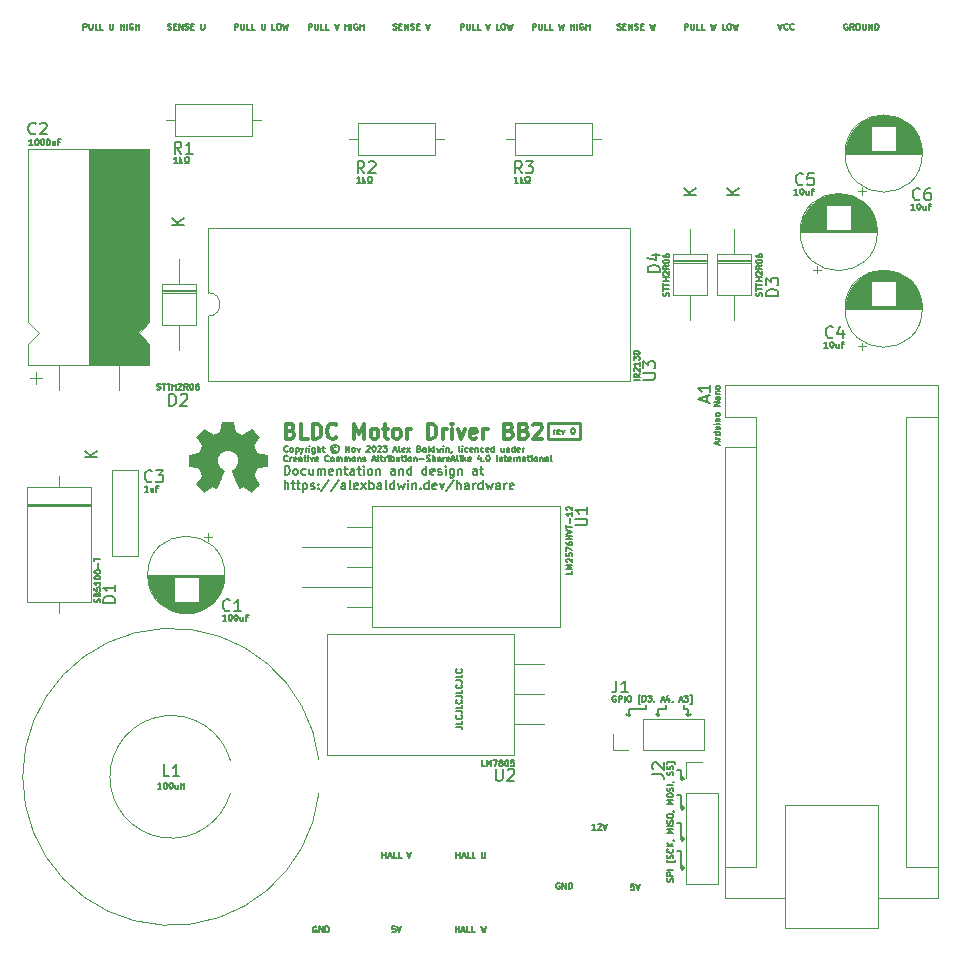
<source format=gbr>
%TF.GenerationSoftware,KiCad,Pcbnew,6.0.11+dfsg-1*%
%TF.CreationDate,2023-11-07T11:39:56+00:00*%
%TF.ProjectId,bb2a,62623261-2e6b-4696-9361-645f70636258,rev?*%
%TF.SameCoordinates,Original*%
%TF.FileFunction,Legend,Top*%
%TF.FilePolarity,Positive*%
%FSLAX46Y46*%
G04 Gerber Fmt 4.6, Leading zero omitted, Abs format (unit mm)*
G04 Created by KiCad (PCBNEW 6.0.11+dfsg-1) date 2023-11-07 11:39:56*
%MOMM*%
%LPD*%
G01*
G04 APERTURE LIST*
%ADD10C,0.150000*%
%ADD11C,0.254000*%
%ADD12C,0.127000*%
%ADD13C,0.317500*%
%ADD14C,0.120000*%
%ADD15C,0.010000*%
G04 APERTURE END LIST*
D10*
X169000000Y-138750000D02*
X169150000Y-138600000D01*
D11*
X157650000Y-103400000D02*
X160300000Y-103400000D01*
D10*
X169000000Y-136150000D02*
X169150000Y-136000000D01*
X169000000Y-141200000D02*
X169150000Y-141050000D01*
X168550000Y-134900000D02*
X168850000Y-134900000D01*
X169000000Y-140900000D02*
X169150000Y-141050000D01*
X164450000Y-128200000D02*
X164250000Y-128000000D01*
X166950000Y-128200000D02*
X166750000Y-128000000D01*
X169500000Y-127650000D02*
X169150000Y-127650000D01*
X169500000Y-128200000D02*
X169300000Y-128000000D01*
X164650000Y-128000000D02*
X164450000Y-128200000D01*
X168850000Y-139600000D02*
X168850000Y-141050000D01*
X168850000Y-133500000D02*
X169150000Y-133500000D01*
X164250000Y-128000000D02*
X164450000Y-128200000D01*
D11*
X160300000Y-104750000D02*
X157650000Y-104750000D01*
D10*
X169000000Y-133650000D02*
X169150000Y-133500000D01*
X169000000Y-133350000D02*
X169150000Y-133500000D01*
X167600000Y-127300000D02*
X167600000Y-127650000D01*
X168850000Y-138600000D02*
X169150000Y-138600000D01*
X164450000Y-127650000D02*
X164450000Y-128200000D01*
X165950000Y-127650000D02*
X164450000Y-127650000D01*
D11*
X157650000Y-104750000D02*
X157650000Y-103400000D01*
D10*
X168550000Y-137250000D02*
X168850000Y-137250000D01*
X168550000Y-132800000D02*
X168850000Y-132800000D01*
X169000000Y-138450000D02*
X169150000Y-138600000D01*
X169150000Y-127650000D02*
X169150000Y-127300000D01*
X165950000Y-127300000D02*
X165950000Y-127650000D01*
X169150000Y-141050000D02*
X169000000Y-140900000D01*
X168850000Y-136000000D02*
X169150000Y-136000000D01*
X169000000Y-135850000D02*
X169150000Y-136000000D01*
X169700000Y-128000000D02*
X169500000Y-128200000D01*
X167600000Y-127650000D02*
X166950000Y-127650000D01*
X168850000Y-132800000D02*
X168850000Y-133500000D01*
X166950000Y-127650000D02*
X166950000Y-128200000D01*
X168850000Y-137250000D02*
X168850000Y-138600000D01*
X168850000Y-134900000D02*
X168850000Y-136000000D01*
D11*
X160300000Y-103400000D02*
X160300000Y-104750000D01*
D10*
X169500000Y-128200000D02*
X169500000Y-127650000D01*
X168550000Y-139600000D02*
X168850000Y-139600000D01*
X167150000Y-128000000D02*
X166950000Y-128200000D01*
X168850000Y-141050000D02*
X169150000Y-141050000D01*
D12*
X158103502Y-104329809D02*
X158103502Y-103991142D01*
X158103502Y-104087904D02*
X158127692Y-104039523D01*
X158151883Y-104015333D01*
X158200264Y-103991142D01*
X158248645Y-103991142D01*
X158611502Y-104305619D02*
X158563121Y-104329809D01*
X158466359Y-104329809D01*
X158417978Y-104305619D01*
X158393788Y-104257238D01*
X158393788Y-104063714D01*
X158417978Y-104015333D01*
X158466359Y-103991142D01*
X158563121Y-103991142D01*
X158611502Y-104015333D01*
X158635692Y-104063714D01*
X158635692Y-104112095D01*
X158393788Y-104160476D01*
X158805026Y-103991142D02*
X158925978Y-104329809D01*
X159046930Y-103991142D01*
X159724264Y-103821809D02*
X159772645Y-103821809D01*
X159821026Y-103846000D01*
X159845216Y-103870190D01*
X159869407Y-103918571D01*
X159893597Y-104015333D01*
X159893597Y-104136285D01*
X159869407Y-104233047D01*
X159845216Y-104281428D01*
X159821026Y-104305619D01*
X159772645Y-104329809D01*
X159724264Y-104329809D01*
X159675883Y-104305619D01*
X159651692Y-104281428D01*
X159627502Y-104233047D01*
X159603311Y-104136285D01*
X159603311Y-104015333D01*
X159627502Y-103918571D01*
X159651692Y-103870190D01*
X159675883Y-103846000D01*
X159724264Y-103821809D01*
X175719619Y-92635311D02*
X175743809Y-92562740D01*
X175743809Y-92441788D01*
X175719619Y-92393407D01*
X175695428Y-92369216D01*
X175647047Y-92345026D01*
X175598666Y-92345026D01*
X175550285Y-92369216D01*
X175526095Y-92393407D01*
X175501904Y-92441788D01*
X175477714Y-92538550D01*
X175453523Y-92586930D01*
X175429333Y-92611121D01*
X175380952Y-92635311D01*
X175332571Y-92635311D01*
X175284190Y-92611121D01*
X175260000Y-92586930D01*
X175235809Y-92538550D01*
X175235809Y-92417597D01*
X175260000Y-92345026D01*
X175235809Y-92199883D02*
X175235809Y-91909597D01*
X175743809Y-92054740D02*
X175235809Y-92054740D01*
X175235809Y-91812835D02*
X175235809Y-91522550D01*
X175743809Y-91667692D02*
X175235809Y-91667692D01*
X175743809Y-91353216D02*
X175235809Y-91353216D01*
X175477714Y-91353216D02*
X175477714Y-91062930D01*
X175743809Y-91062930D02*
X175235809Y-91062930D01*
X175284190Y-90845216D02*
X175260000Y-90821026D01*
X175235809Y-90772645D01*
X175235809Y-90651692D01*
X175260000Y-90603311D01*
X175284190Y-90579121D01*
X175332571Y-90554930D01*
X175380952Y-90554930D01*
X175453523Y-90579121D01*
X175743809Y-90869407D01*
X175743809Y-90554930D01*
X175743809Y-90046930D02*
X175501904Y-90216264D01*
X175743809Y-90337216D02*
X175235809Y-90337216D01*
X175235809Y-90143692D01*
X175260000Y-90095311D01*
X175284190Y-90071121D01*
X175332571Y-90046930D01*
X175405142Y-90046930D01*
X175453523Y-90071121D01*
X175477714Y-90095311D01*
X175501904Y-90143692D01*
X175501904Y-90337216D01*
X175235809Y-89732454D02*
X175235809Y-89684073D01*
X175260000Y-89635692D01*
X175284190Y-89611502D01*
X175332571Y-89587311D01*
X175429333Y-89563121D01*
X175550285Y-89563121D01*
X175647047Y-89587311D01*
X175695428Y-89611502D01*
X175719619Y-89635692D01*
X175743809Y-89684073D01*
X175743809Y-89732454D01*
X175719619Y-89780835D01*
X175695428Y-89805026D01*
X175647047Y-89829216D01*
X175550285Y-89853407D01*
X175429333Y-89853407D01*
X175332571Y-89829216D01*
X175284190Y-89805026D01*
X175260000Y-89780835D01*
X175235809Y-89732454D01*
X175235809Y-89127692D02*
X175235809Y-89224454D01*
X175260000Y-89272835D01*
X175284190Y-89297026D01*
X175356761Y-89345407D01*
X175453523Y-89369597D01*
X175647047Y-89369597D01*
X175695428Y-89345407D01*
X175719619Y-89321216D01*
X175743809Y-89272835D01*
X175743809Y-89176073D01*
X175719619Y-89127692D01*
X175695428Y-89103502D01*
X175647047Y-89079311D01*
X175526095Y-89079311D01*
X175477714Y-89103502D01*
X175453523Y-89127692D01*
X175429333Y-89176073D01*
X175429333Y-89272835D01*
X175453523Y-89321216D01*
X175477714Y-89345407D01*
X175526095Y-89369597D01*
X172034666Y-105167428D02*
X172034666Y-104925523D01*
X172179809Y-105215809D02*
X171671809Y-105046476D01*
X172179809Y-104877142D01*
X172179809Y-104707809D02*
X171841142Y-104707809D01*
X171937904Y-104707809D02*
X171889523Y-104683619D01*
X171865333Y-104659428D01*
X171841142Y-104611047D01*
X171841142Y-104562666D01*
X172179809Y-104175619D02*
X171671809Y-104175619D01*
X172155619Y-104175619D02*
X172179809Y-104224000D01*
X172179809Y-104320761D01*
X172155619Y-104369142D01*
X172131428Y-104393333D01*
X172083047Y-104417523D01*
X171937904Y-104417523D01*
X171889523Y-104393333D01*
X171865333Y-104369142D01*
X171841142Y-104320761D01*
X171841142Y-104224000D01*
X171865333Y-104175619D01*
X171841142Y-103716000D02*
X172179809Y-103716000D01*
X171841142Y-103933714D02*
X172107238Y-103933714D01*
X172155619Y-103909523D01*
X172179809Y-103861142D01*
X172179809Y-103788571D01*
X172155619Y-103740190D01*
X172131428Y-103716000D01*
X172179809Y-103474095D02*
X171841142Y-103474095D01*
X171671809Y-103474095D02*
X171696000Y-103498285D01*
X171720190Y-103474095D01*
X171696000Y-103449904D01*
X171671809Y-103474095D01*
X171720190Y-103474095D01*
X171841142Y-103232190D02*
X172179809Y-103232190D01*
X171889523Y-103232190D02*
X171865333Y-103208000D01*
X171841142Y-103159619D01*
X171841142Y-103087047D01*
X171865333Y-103038666D01*
X171913714Y-103014476D01*
X172179809Y-103014476D01*
X172179809Y-102700000D02*
X172155619Y-102748380D01*
X172131428Y-102772571D01*
X172083047Y-102796761D01*
X171937904Y-102796761D01*
X171889523Y-102772571D01*
X171865333Y-102748380D01*
X171841142Y-102700000D01*
X171841142Y-102627428D01*
X171865333Y-102579047D01*
X171889523Y-102554857D01*
X171937904Y-102530666D01*
X172083047Y-102530666D01*
X172131428Y-102554857D01*
X172155619Y-102579047D01*
X172179809Y-102627428D01*
X172179809Y-102700000D01*
X172179809Y-101925904D02*
X171671809Y-101925904D01*
X172179809Y-101635619D01*
X171671809Y-101635619D01*
X172179809Y-101176000D02*
X171913714Y-101176000D01*
X171865333Y-101200190D01*
X171841142Y-101248571D01*
X171841142Y-101345333D01*
X171865333Y-101393714D01*
X172155619Y-101176000D02*
X172179809Y-101224380D01*
X172179809Y-101345333D01*
X172155619Y-101393714D01*
X172107238Y-101417904D01*
X172058857Y-101417904D01*
X172010476Y-101393714D01*
X171986285Y-101345333D01*
X171986285Y-101224380D01*
X171962095Y-101176000D01*
X171841142Y-100934095D02*
X172179809Y-100934095D01*
X171889523Y-100934095D02*
X171865333Y-100909904D01*
X171841142Y-100861523D01*
X171841142Y-100788952D01*
X171865333Y-100740571D01*
X171913714Y-100716380D01*
X172179809Y-100716380D01*
X172179809Y-100401904D02*
X172155619Y-100450285D01*
X172131428Y-100474476D01*
X172083047Y-100498666D01*
X171937904Y-100498666D01*
X171889523Y-100474476D01*
X171865333Y-100450285D01*
X171841142Y-100401904D01*
X171841142Y-100329333D01*
X171865333Y-100280952D01*
X171889523Y-100256761D01*
X171937904Y-100232571D01*
X172083047Y-100232571D01*
X172131428Y-100256761D01*
X172155619Y-100280952D01*
X172179809Y-100329333D01*
X172179809Y-100401904D01*
X126268238Y-81382809D02*
X125977952Y-81382809D01*
X126123095Y-81382809D02*
X126123095Y-80874809D01*
X126074714Y-80947380D01*
X126026333Y-80995761D01*
X125977952Y-81019952D01*
X126485952Y-81382809D02*
X126485952Y-80874809D01*
X126534333Y-81189285D02*
X126679476Y-81382809D01*
X126679476Y-81044142D02*
X126485952Y-81237666D01*
X126873000Y-81382809D02*
X126993952Y-81382809D01*
X126993952Y-81286047D01*
X126945571Y-81261857D01*
X126897190Y-81213476D01*
X126873000Y-81140904D01*
X126873000Y-81019952D01*
X126897190Y-80947380D01*
X126945571Y-80899000D01*
X127018142Y-80874809D01*
X127114904Y-80874809D01*
X127187476Y-80899000D01*
X127235857Y-80947380D01*
X127260047Y-81019952D01*
X127260047Y-81140904D01*
X127235857Y-81213476D01*
X127187476Y-81261857D01*
X127139095Y-81286047D01*
X127139095Y-81382809D01*
X127260047Y-81382809D01*
X155097238Y-83033809D02*
X154806952Y-83033809D01*
X154952095Y-83033809D02*
X154952095Y-82525809D01*
X154903714Y-82598380D01*
X154855333Y-82646761D01*
X154806952Y-82670952D01*
X155314952Y-83033809D02*
X155314952Y-82525809D01*
X155363333Y-82840285D02*
X155508476Y-83033809D01*
X155508476Y-82695142D02*
X155314952Y-82888666D01*
X155702000Y-83033809D02*
X155822952Y-83033809D01*
X155822952Y-82937047D01*
X155774571Y-82912857D01*
X155726190Y-82864476D01*
X155702000Y-82791904D01*
X155702000Y-82670952D01*
X155726190Y-82598380D01*
X155774571Y-82550000D01*
X155847142Y-82525809D01*
X155943904Y-82525809D01*
X156016476Y-82550000D01*
X156064857Y-82598380D01*
X156089047Y-82670952D01*
X156089047Y-82791904D01*
X156064857Y-82864476D01*
X156016476Y-82912857D01*
X155968095Y-82937047D01*
X155968095Y-83033809D01*
X156089047Y-83033809D01*
X118279333Y-70079809D02*
X118279333Y-69571809D01*
X118472857Y-69571809D01*
X118521238Y-69596000D01*
X118545428Y-69620190D01*
X118569619Y-69668571D01*
X118569619Y-69741142D01*
X118545428Y-69789523D01*
X118521238Y-69813714D01*
X118472857Y-69837904D01*
X118279333Y-69837904D01*
X118787333Y-69571809D02*
X118787333Y-69983047D01*
X118811523Y-70031428D01*
X118835714Y-70055619D01*
X118884095Y-70079809D01*
X118980857Y-70079809D01*
X119029238Y-70055619D01*
X119053428Y-70031428D01*
X119077619Y-69983047D01*
X119077619Y-69571809D01*
X119561428Y-70079809D02*
X119319523Y-70079809D01*
X119319523Y-69571809D01*
X119972666Y-70079809D02*
X119730761Y-70079809D01*
X119730761Y-69571809D01*
X120529047Y-69571809D02*
X120529047Y-69983047D01*
X120553238Y-70031428D01*
X120577428Y-70055619D01*
X120625809Y-70079809D01*
X120722571Y-70079809D01*
X120770952Y-70055619D01*
X120795142Y-70031428D01*
X120819333Y-69983047D01*
X120819333Y-69571809D01*
X121448285Y-70079809D02*
X121448285Y-69571809D01*
X121448285Y-69813714D02*
X121738571Y-69813714D01*
X121738571Y-70079809D02*
X121738571Y-69571809D01*
X121980476Y-70079809D02*
X121980476Y-69571809D01*
X122488476Y-69596000D02*
X122440095Y-69571809D01*
X122367523Y-69571809D01*
X122294952Y-69596000D01*
X122246571Y-69644380D01*
X122222380Y-69692761D01*
X122198190Y-69789523D01*
X122198190Y-69862095D01*
X122222380Y-69958857D01*
X122246571Y-70007238D01*
X122294952Y-70055619D01*
X122367523Y-70079809D01*
X122415904Y-70079809D01*
X122488476Y-70055619D01*
X122512666Y-70031428D01*
X122512666Y-69862095D01*
X122415904Y-69862095D01*
X122730380Y-70079809D02*
X122730380Y-69571809D01*
X122730380Y-69813714D02*
X123020666Y-69813714D01*
X123020666Y-70079809D02*
X123020666Y-69571809D01*
X114007597Y-79858809D02*
X113717311Y-79858809D01*
X113862454Y-79858809D02*
X113862454Y-79350809D01*
X113814073Y-79423380D01*
X113765692Y-79471761D01*
X113717311Y-79495952D01*
X114322073Y-79350809D02*
X114370454Y-79350809D01*
X114418835Y-79375000D01*
X114443026Y-79399190D01*
X114467216Y-79447571D01*
X114491407Y-79544333D01*
X114491407Y-79665285D01*
X114467216Y-79762047D01*
X114443026Y-79810428D01*
X114418835Y-79834619D01*
X114370454Y-79858809D01*
X114322073Y-79858809D01*
X114273692Y-79834619D01*
X114249502Y-79810428D01*
X114225311Y-79762047D01*
X114201121Y-79665285D01*
X114201121Y-79544333D01*
X114225311Y-79447571D01*
X114249502Y-79399190D01*
X114273692Y-79375000D01*
X114322073Y-79350809D01*
X114805883Y-79350809D02*
X114854264Y-79350809D01*
X114902645Y-79375000D01*
X114926835Y-79399190D01*
X114951026Y-79447571D01*
X114975216Y-79544333D01*
X114975216Y-79665285D01*
X114951026Y-79762047D01*
X114926835Y-79810428D01*
X114902645Y-79834619D01*
X114854264Y-79858809D01*
X114805883Y-79858809D01*
X114757502Y-79834619D01*
X114733311Y-79810428D01*
X114709121Y-79762047D01*
X114684930Y-79665285D01*
X114684930Y-79544333D01*
X114709121Y-79447571D01*
X114733311Y-79399190D01*
X114757502Y-79375000D01*
X114805883Y-79350809D01*
X115289692Y-79350809D02*
X115338073Y-79350809D01*
X115386454Y-79375000D01*
X115410645Y-79399190D01*
X115434835Y-79447571D01*
X115459026Y-79544333D01*
X115459026Y-79665285D01*
X115434835Y-79762047D01*
X115410645Y-79810428D01*
X115386454Y-79834619D01*
X115338073Y-79858809D01*
X115289692Y-79858809D01*
X115241311Y-79834619D01*
X115217121Y-79810428D01*
X115192930Y-79762047D01*
X115168740Y-79665285D01*
X115168740Y-79544333D01*
X115192930Y-79447571D01*
X115217121Y-79399190D01*
X115241311Y-79375000D01*
X115289692Y-79350809D01*
X115894454Y-79520142D02*
X115894454Y-79858809D01*
X115676740Y-79520142D02*
X115676740Y-79786238D01*
X115700930Y-79834619D01*
X115749311Y-79858809D01*
X115821883Y-79858809D01*
X115870264Y-79834619D01*
X115894454Y-79810428D01*
X116305692Y-79592714D02*
X116136359Y-79592714D01*
X116136359Y-79858809D02*
X116136359Y-79350809D01*
X116378264Y-79350809D01*
X144526000Y-70055619D02*
X144598571Y-70079809D01*
X144719523Y-70079809D01*
X144767904Y-70055619D01*
X144792095Y-70031428D01*
X144816285Y-69983047D01*
X144816285Y-69934666D01*
X144792095Y-69886285D01*
X144767904Y-69862095D01*
X144719523Y-69837904D01*
X144622761Y-69813714D01*
X144574380Y-69789523D01*
X144550190Y-69765333D01*
X144526000Y-69716952D01*
X144526000Y-69668571D01*
X144550190Y-69620190D01*
X144574380Y-69596000D01*
X144622761Y-69571809D01*
X144743714Y-69571809D01*
X144816285Y-69596000D01*
X145034000Y-69813714D02*
X145203333Y-69813714D01*
X145275904Y-70079809D02*
X145034000Y-70079809D01*
X145034000Y-69571809D01*
X145275904Y-69571809D01*
X145493619Y-70079809D02*
X145493619Y-69571809D01*
X145783904Y-70079809D01*
X145783904Y-69571809D01*
X146001619Y-70055619D02*
X146074190Y-70079809D01*
X146195142Y-70079809D01*
X146243523Y-70055619D01*
X146267714Y-70031428D01*
X146291904Y-69983047D01*
X146291904Y-69934666D01*
X146267714Y-69886285D01*
X146243523Y-69862095D01*
X146195142Y-69837904D01*
X146098380Y-69813714D01*
X146050000Y-69789523D01*
X146025809Y-69765333D01*
X146001619Y-69716952D01*
X146001619Y-69668571D01*
X146025809Y-69620190D01*
X146050000Y-69596000D01*
X146098380Y-69571809D01*
X146219333Y-69571809D01*
X146291904Y-69596000D01*
X146509619Y-69813714D02*
X146678952Y-69813714D01*
X146751523Y-70079809D02*
X146509619Y-70079809D01*
X146509619Y-69571809D01*
X146751523Y-69571809D01*
X147283714Y-69571809D02*
X147453047Y-70079809D01*
X147622380Y-69571809D01*
X165379809Y-99746497D02*
X164871809Y-99746497D01*
X165379809Y-99214307D02*
X165137904Y-99383640D01*
X165379809Y-99504592D02*
X164871809Y-99504592D01*
X164871809Y-99311069D01*
X164896000Y-99262688D01*
X164920190Y-99238497D01*
X164968571Y-99214307D01*
X165041142Y-99214307D01*
X165089523Y-99238497D01*
X165113714Y-99262688D01*
X165137904Y-99311069D01*
X165137904Y-99504592D01*
X164920190Y-99020783D02*
X164896000Y-98996592D01*
X164871809Y-98948211D01*
X164871809Y-98827259D01*
X164896000Y-98778878D01*
X164920190Y-98754688D01*
X164968571Y-98730497D01*
X165016952Y-98730497D01*
X165089523Y-98754688D01*
X165379809Y-99044973D01*
X165379809Y-98730497D01*
X165379809Y-98246688D02*
X165379809Y-98536973D01*
X165379809Y-98391830D02*
X164871809Y-98391830D01*
X164944380Y-98440211D01*
X164992761Y-98488592D01*
X165016952Y-98536973D01*
X164871809Y-98077354D02*
X164871809Y-97762878D01*
X165065333Y-97932211D01*
X165065333Y-97859640D01*
X165089523Y-97811259D01*
X165113714Y-97787069D01*
X165162095Y-97762878D01*
X165283047Y-97762878D01*
X165331428Y-97787069D01*
X165355619Y-97811259D01*
X165379809Y-97859640D01*
X165379809Y-98004783D01*
X165355619Y-98053164D01*
X165331428Y-98077354D01*
X164871809Y-97448402D02*
X164871809Y-97400021D01*
X164896000Y-97351640D01*
X164920190Y-97327450D01*
X164968571Y-97303259D01*
X165065333Y-97279069D01*
X165186285Y-97279069D01*
X165283047Y-97303259D01*
X165331428Y-97327450D01*
X165355619Y-97351640D01*
X165379809Y-97400021D01*
X165379809Y-97448402D01*
X165355619Y-97496783D01*
X165331428Y-97520973D01*
X165283047Y-97545164D01*
X165186285Y-97569354D01*
X165065333Y-97569354D01*
X164968571Y-97545164D01*
X164920190Y-97520973D01*
X164896000Y-97496783D01*
X164871809Y-97448402D01*
X159679809Y-115897978D02*
X159679809Y-116139883D01*
X159171809Y-116139883D01*
X159679809Y-115728645D02*
X159171809Y-115728645D01*
X159534666Y-115559311D01*
X159171809Y-115389978D01*
X159679809Y-115389978D01*
X159220190Y-115172264D02*
X159196000Y-115148073D01*
X159171809Y-115099692D01*
X159171809Y-114978740D01*
X159196000Y-114930359D01*
X159220190Y-114906169D01*
X159268571Y-114881978D01*
X159316952Y-114881978D01*
X159389523Y-114906169D01*
X159679809Y-115196454D01*
X159679809Y-114881978D01*
X159171809Y-114422359D02*
X159171809Y-114664264D01*
X159413714Y-114688454D01*
X159389523Y-114664264D01*
X159365333Y-114615883D01*
X159365333Y-114494930D01*
X159389523Y-114446550D01*
X159413714Y-114422359D01*
X159462095Y-114398169D01*
X159583047Y-114398169D01*
X159631428Y-114422359D01*
X159655619Y-114446550D01*
X159679809Y-114494930D01*
X159679809Y-114615883D01*
X159655619Y-114664264D01*
X159631428Y-114688454D01*
X159171809Y-114228835D02*
X159171809Y-113890169D01*
X159679809Y-114107883D01*
X159171809Y-113478930D02*
X159171809Y-113575692D01*
X159196000Y-113624073D01*
X159220190Y-113648264D01*
X159292761Y-113696645D01*
X159389523Y-113720835D01*
X159583047Y-113720835D01*
X159631428Y-113696645D01*
X159655619Y-113672454D01*
X159679809Y-113624073D01*
X159679809Y-113527311D01*
X159655619Y-113478930D01*
X159631428Y-113454740D01*
X159583047Y-113430550D01*
X159462095Y-113430550D01*
X159413714Y-113454740D01*
X159389523Y-113478930D01*
X159365333Y-113527311D01*
X159365333Y-113624073D01*
X159389523Y-113672454D01*
X159413714Y-113696645D01*
X159462095Y-113720835D01*
X159679809Y-113212835D02*
X159171809Y-113212835D01*
X159413714Y-113212835D02*
X159413714Y-112922550D01*
X159679809Y-112922550D02*
X159171809Y-112922550D01*
X159171809Y-112753216D02*
X159679809Y-112583883D01*
X159171809Y-112414550D01*
X159171809Y-112317788D02*
X159171809Y-112027502D01*
X159679809Y-112172645D02*
X159171809Y-112172645D01*
X159486285Y-111858169D02*
X159486285Y-111471121D01*
X159679809Y-110963121D02*
X159679809Y-111253407D01*
X159679809Y-111108264D02*
X159171809Y-111108264D01*
X159244380Y-111156645D01*
X159292761Y-111205026D01*
X159316952Y-111253407D01*
X159220190Y-110769597D02*
X159196000Y-110745407D01*
X159171809Y-110697026D01*
X159171809Y-110576073D01*
X159196000Y-110527692D01*
X159220190Y-110503502D01*
X159268571Y-110479311D01*
X159316952Y-110479311D01*
X159389523Y-110503502D01*
X159679809Y-110793788D01*
X159679809Y-110479311D01*
X143614666Y-140229809D02*
X143614666Y-139721809D01*
X143614666Y-139963714D02*
X143904952Y-139963714D01*
X143904952Y-140229809D02*
X143904952Y-139721809D01*
X144122666Y-140084666D02*
X144364571Y-140084666D01*
X144074285Y-140229809D02*
X144243619Y-139721809D01*
X144412952Y-140229809D01*
X144824190Y-140229809D02*
X144582285Y-140229809D01*
X144582285Y-139721809D01*
X145235428Y-140229809D02*
X144993523Y-140229809D01*
X144993523Y-139721809D01*
X145719238Y-139721809D02*
X145888571Y-140229809D01*
X146057904Y-139721809D01*
X156355142Y-70079809D02*
X156355142Y-69571809D01*
X156548666Y-69571809D01*
X156597047Y-69596000D01*
X156621238Y-69620190D01*
X156645428Y-69668571D01*
X156645428Y-69741142D01*
X156621238Y-69789523D01*
X156597047Y-69813714D01*
X156548666Y-69837904D01*
X156355142Y-69837904D01*
X156863142Y-69571809D02*
X156863142Y-69983047D01*
X156887333Y-70031428D01*
X156911523Y-70055619D01*
X156959904Y-70079809D01*
X157056666Y-70079809D01*
X157105047Y-70055619D01*
X157129238Y-70031428D01*
X157153428Y-69983047D01*
X157153428Y-69571809D01*
X157637238Y-70079809D02*
X157395333Y-70079809D01*
X157395333Y-69571809D01*
X158048476Y-70079809D02*
X157806571Y-70079809D01*
X157806571Y-69571809D01*
X158556476Y-69571809D02*
X158677428Y-70079809D01*
X158774190Y-69716952D01*
X158870952Y-70079809D01*
X158991904Y-69571809D01*
X159572476Y-70079809D02*
X159572476Y-69571809D01*
X159572476Y-69813714D02*
X159862761Y-69813714D01*
X159862761Y-70079809D02*
X159862761Y-69571809D01*
X160104666Y-70079809D02*
X160104666Y-69571809D01*
X160612666Y-69596000D02*
X160564285Y-69571809D01*
X160491714Y-69571809D01*
X160419142Y-69596000D01*
X160370761Y-69644380D01*
X160346571Y-69692761D01*
X160322380Y-69789523D01*
X160322380Y-69862095D01*
X160346571Y-69958857D01*
X160370761Y-70007238D01*
X160419142Y-70055619D01*
X160491714Y-70079809D01*
X160540095Y-70079809D01*
X160612666Y-70055619D01*
X160636857Y-70031428D01*
X160636857Y-69862095D01*
X160540095Y-69862095D01*
X160854571Y-70079809D02*
X160854571Y-69571809D01*
X160854571Y-69813714D02*
X161144857Y-69813714D01*
X161144857Y-70079809D02*
X161144857Y-69571809D01*
X152293259Y-132436809D02*
X152051354Y-132436809D01*
X152051354Y-131928809D01*
X152462592Y-132436809D02*
X152462592Y-131928809D01*
X152631926Y-132291666D01*
X152801259Y-131928809D01*
X152801259Y-132436809D01*
X152994783Y-131928809D02*
X153333450Y-131928809D01*
X153115735Y-132436809D01*
X153599545Y-132146523D02*
X153551164Y-132122333D01*
X153526973Y-132098142D01*
X153502783Y-132049761D01*
X153502783Y-132025571D01*
X153526973Y-131977190D01*
X153551164Y-131953000D01*
X153599545Y-131928809D01*
X153696307Y-131928809D01*
X153744688Y-131953000D01*
X153768878Y-131977190D01*
X153793069Y-132025571D01*
X153793069Y-132049761D01*
X153768878Y-132098142D01*
X153744688Y-132122333D01*
X153696307Y-132146523D01*
X153599545Y-132146523D01*
X153551164Y-132170714D01*
X153526973Y-132194904D01*
X153502783Y-132243285D01*
X153502783Y-132340047D01*
X153526973Y-132388428D01*
X153551164Y-132412619D01*
X153599545Y-132436809D01*
X153696307Y-132436809D01*
X153744688Y-132412619D01*
X153768878Y-132388428D01*
X153793069Y-132340047D01*
X153793069Y-132243285D01*
X153768878Y-132194904D01*
X153744688Y-132170714D01*
X153696307Y-132146523D01*
X154107545Y-131928809D02*
X154155926Y-131928809D01*
X154204307Y-131953000D01*
X154228497Y-131977190D01*
X154252688Y-132025571D01*
X154276878Y-132122333D01*
X154276878Y-132243285D01*
X154252688Y-132340047D01*
X154228497Y-132388428D01*
X154204307Y-132412619D01*
X154155926Y-132436809D01*
X154107545Y-132436809D01*
X154059164Y-132412619D01*
X154034973Y-132388428D01*
X154010783Y-132340047D01*
X153986592Y-132243285D01*
X153986592Y-132122333D01*
X154010783Y-132025571D01*
X154034973Y-131977190D01*
X154059164Y-131953000D01*
X154107545Y-131928809D01*
X154736497Y-131928809D02*
X154494592Y-131928809D01*
X154470402Y-132170714D01*
X154494592Y-132146523D01*
X154542973Y-132122333D01*
X154663926Y-132122333D01*
X154712307Y-132146523D01*
X154736497Y-132170714D01*
X154760688Y-132219095D01*
X154760688Y-132340047D01*
X154736497Y-132388428D01*
X154712307Y-132412619D01*
X154663926Y-132436809D01*
X154542973Y-132436809D01*
X154494592Y-132412619D01*
X154470402Y-132388428D01*
D13*
X135832089Y-104059285D02*
X136013517Y-104119761D01*
X136073994Y-104180238D01*
X136134470Y-104301190D01*
X136134470Y-104482619D01*
X136073994Y-104603571D01*
X136013517Y-104664047D01*
X135892565Y-104724523D01*
X135408755Y-104724523D01*
X135408755Y-103454523D01*
X135832089Y-103454523D01*
X135953041Y-103515000D01*
X136013517Y-103575476D01*
X136073994Y-103696428D01*
X136073994Y-103817380D01*
X136013517Y-103938333D01*
X135953041Y-103998809D01*
X135832089Y-104059285D01*
X135408755Y-104059285D01*
X137283517Y-104724523D02*
X136678755Y-104724523D01*
X136678755Y-103454523D01*
X137706851Y-104724523D02*
X137706851Y-103454523D01*
X138009232Y-103454523D01*
X138190660Y-103515000D01*
X138311613Y-103635952D01*
X138372089Y-103756904D01*
X138432565Y-103998809D01*
X138432565Y-104180238D01*
X138372089Y-104422142D01*
X138311613Y-104543095D01*
X138190660Y-104664047D01*
X138009232Y-104724523D01*
X137706851Y-104724523D01*
X139702565Y-104603571D02*
X139642089Y-104664047D01*
X139460660Y-104724523D01*
X139339708Y-104724523D01*
X139158279Y-104664047D01*
X139037327Y-104543095D01*
X138976851Y-104422142D01*
X138916375Y-104180238D01*
X138916375Y-103998809D01*
X138976851Y-103756904D01*
X139037327Y-103635952D01*
X139158279Y-103515000D01*
X139339708Y-103454523D01*
X139460660Y-103454523D01*
X139642089Y-103515000D01*
X139702565Y-103575476D01*
X141214470Y-104724523D02*
X141214470Y-103454523D01*
X141637803Y-104361666D01*
X142061136Y-103454523D01*
X142061136Y-104724523D01*
X142847327Y-104724523D02*
X142726375Y-104664047D01*
X142665898Y-104603571D01*
X142605422Y-104482619D01*
X142605422Y-104119761D01*
X142665898Y-103998809D01*
X142726375Y-103938333D01*
X142847327Y-103877857D01*
X143028755Y-103877857D01*
X143149708Y-103938333D01*
X143210184Y-103998809D01*
X143270660Y-104119761D01*
X143270660Y-104482619D01*
X143210184Y-104603571D01*
X143149708Y-104664047D01*
X143028755Y-104724523D01*
X142847327Y-104724523D01*
X143633517Y-103877857D02*
X144117327Y-103877857D01*
X143814946Y-103454523D02*
X143814946Y-104543095D01*
X143875422Y-104664047D01*
X143996375Y-104724523D01*
X144117327Y-104724523D01*
X144722089Y-104724523D02*
X144601136Y-104664047D01*
X144540660Y-104603571D01*
X144480184Y-104482619D01*
X144480184Y-104119761D01*
X144540660Y-103998809D01*
X144601136Y-103938333D01*
X144722089Y-103877857D01*
X144903517Y-103877857D01*
X145024470Y-103938333D01*
X145084946Y-103998809D01*
X145145422Y-104119761D01*
X145145422Y-104482619D01*
X145084946Y-104603571D01*
X145024470Y-104664047D01*
X144903517Y-104724523D01*
X144722089Y-104724523D01*
X145689708Y-104724523D02*
X145689708Y-103877857D01*
X145689708Y-104119761D02*
X145750184Y-103998809D01*
X145810660Y-103938333D01*
X145931613Y-103877857D01*
X146052565Y-103877857D01*
X147443517Y-104724523D02*
X147443517Y-103454523D01*
X147745898Y-103454523D01*
X147927327Y-103515000D01*
X148048279Y-103635952D01*
X148108755Y-103756904D01*
X148169232Y-103998809D01*
X148169232Y-104180238D01*
X148108755Y-104422142D01*
X148048279Y-104543095D01*
X147927327Y-104664047D01*
X147745898Y-104724523D01*
X147443517Y-104724523D01*
X148713517Y-104724523D02*
X148713517Y-103877857D01*
X148713517Y-104119761D02*
X148773994Y-103998809D01*
X148834470Y-103938333D01*
X148955422Y-103877857D01*
X149076375Y-103877857D01*
X149499708Y-104724523D02*
X149499708Y-103877857D01*
X149499708Y-103454523D02*
X149439232Y-103515000D01*
X149499708Y-103575476D01*
X149560184Y-103515000D01*
X149499708Y-103454523D01*
X149499708Y-103575476D01*
X149983517Y-103877857D02*
X150285898Y-104724523D01*
X150588279Y-103877857D01*
X151555898Y-104664047D02*
X151434946Y-104724523D01*
X151193041Y-104724523D01*
X151072089Y-104664047D01*
X151011613Y-104543095D01*
X151011613Y-104059285D01*
X151072089Y-103938333D01*
X151193041Y-103877857D01*
X151434946Y-103877857D01*
X151555898Y-103938333D01*
X151616375Y-104059285D01*
X151616375Y-104180238D01*
X151011613Y-104301190D01*
X152160660Y-104724523D02*
X152160660Y-103877857D01*
X152160660Y-104119761D02*
X152221136Y-103998809D01*
X152281613Y-103938333D01*
X152402565Y-103877857D01*
X152523517Y-103877857D01*
X154337803Y-104059285D02*
X154519232Y-104119761D01*
X154579708Y-104180238D01*
X154640184Y-104301190D01*
X154640184Y-104482619D01*
X154579708Y-104603571D01*
X154519232Y-104664047D01*
X154398279Y-104724523D01*
X153914470Y-104724523D01*
X153914470Y-103454523D01*
X154337803Y-103454523D01*
X154458755Y-103515000D01*
X154519232Y-103575476D01*
X154579708Y-103696428D01*
X154579708Y-103817380D01*
X154519232Y-103938333D01*
X154458755Y-103998809D01*
X154337803Y-104059285D01*
X153914470Y-104059285D01*
X155607803Y-104059285D02*
X155789232Y-104119761D01*
X155849708Y-104180238D01*
X155910184Y-104301190D01*
X155910184Y-104482619D01*
X155849708Y-104603571D01*
X155789232Y-104664047D01*
X155668279Y-104724523D01*
X155184470Y-104724523D01*
X155184470Y-103454523D01*
X155607803Y-103454523D01*
X155728755Y-103515000D01*
X155789232Y-103575476D01*
X155849708Y-103696428D01*
X155849708Y-103817380D01*
X155789232Y-103938333D01*
X155728755Y-103998809D01*
X155607803Y-104059285D01*
X155184470Y-104059285D01*
X156393994Y-103575476D02*
X156454470Y-103515000D01*
X156575422Y-103454523D01*
X156877803Y-103454523D01*
X156998755Y-103515000D01*
X157059232Y-103575476D01*
X157119708Y-103696428D01*
X157119708Y-103817380D01*
X157059232Y-103998809D01*
X156333517Y-104724523D01*
X157119708Y-104724523D01*
D12*
X138012952Y-146046000D02*
X137964571Y-146021809D01*
X137892000Y-146021809D01*
X137819428Y-146046000D01*
X137771047Y-146094380D01*
X137746857Y-146142761D01*
X137722666Y-146239523D01*
X137722666Y-146312095D01*
X137746857Y-146408857D01*
X137771047Y-146457238D01*
X137819428Y-146505619D01*
X137892000Y-146529809D01*
X137940380Y-146529809D01*
X138012952Y-146505619D01*
X138037142Y-146481428D01*
X138037142Y-146312095D01*
X137940380Y-146312095D01*
X138254857Y-146529809D02*
X138254857Y-146021809D01*
X138545142Y-146529809D01*
X138545142Y-146021809D01*
X138787047Y-146529809D02*
X138787047Y-146021809D01*
X138908000Y-146021809D01*
X138980571Y-146046000D01*
X139028952Y-146094380D01*
X139053142Y-146142761D01*
X139077333Y-146239523D01*
X139077333Y-146312095D01*
X139053142Y-146408857D01*
X139028952Y-146457238D01*
X138980571Y-146505619D01*
X138908000Y-146529809D01*
X138787047Y-146529809D01*
X149835809Y-129092476D02*
X150198666Y-129092476D01*
X150271238Y-129116666D01*
X150319619Y-129165047D01*
X150343809Y-129237619D01*
X150343809Y-129286000D01*
X150343809Y-128608666D02*
X150343809Y-128850571D01*
X149835809Y-128850571D01*
X150295428Y-128149047D02*
X150319619Y-128173238D01*
X150343809Y-128245809D01*
X150343809Y-128294190D01*
X150319619Y-128366761D01*
X150271238Y-128415142D01*
X150222857Y-128439333D01*
X150126095Y-128463523D01*
X150053523Y-128463523D01*
X149956761Y-128439333D01*
X149908380Y-128415142D01*
X149860000Y-128366761D01*
X149835809Y-128294190D01*
X149835809Y-128245809D01*
X149860000Y-128173238D01*
X149884190Y-128149047D01*
X149835809Y-127786190D02*
X150198666Y-127786190D01*
X150271238Y-127810380D01*
X150319619Y-127858761D01*
X150343809Y-127931333D01*
X150343809Y-127979714D01*
X150343809Y-127302380D02*
X150343809Y-127544285D01*
X149835809Y-127544285D01*
X150295428Y-126842761D02*
X150319619Y-126866952D01*
X150343809Y-126939523D01*
X150343809Y-126987904D01*
X150319619Y-127060476D01*
X150271238Y-127108857D01*
X150222857Y-127133047D01*
X150126095Y-127157238D01*
X150053523Y-127157238D01*
X149956761Y-127133047D01*
X149908380Y-127108857D01*
X149860000Y-127060476D01*
X149835809Y-126987904D01*
X149835809Y-126939523D01*
X149860000Y-126866952D01*
X149884190Y-126842761D01*
X149835809Y-126479904D02*
X150198666Y-126479904D01*
X150271238Y-126504095D01*
X150319619Y-126552476D01*
X150343809Y-126625047D01*
X150343809Y-126673428D01*
X150343809Y-125996095D02*
X150343809Y-126238000D01*
X149835809Y-126238000D01*
X150295428Y-125536476D02*
X150319619Y-125560666D01*
X150343809Y-125633238D01*
X150343809Y-125681619D01*
X150319619Y-125754190D01*
X150271238Y-125802571D01*
X150222857Y-125826761D01*
X150126095Y-125850952D01*
X150053523Y-125850952D01*
X149956761Y-125826761D01*
X149908380Y-125802571D01*
X149860000Y-125754190D01*
X149835809Y-125681619D01*
X149835809Y-125633238D01*
X149860000Y-125560666D01*
X149884190Y-125536476D01*
X149835809Y-125173619D02*
X150198666Y-125173619D01*
X150271238Y-125197809D01*
X150319619Y-125246190D01*
X150343809Y-125318761D01*
X150343809Y-125367142D01*
X150343809Y-124689809D02*
X150343809Y-124931714D01*
X149835809Y-124931714D01*
X150295428Y-124230190D02*
X150319619Y-124254380D01*
X150343809Y-124326952D01*
X150343809Y-124375333D01*
X150319619Y-124447904D01*
X150271238Y-124496285D01*
X150222857Y-124520476D01*
X150126095Y-124544666D01*
X150053523Y-124544666D01*
X149956761Y-124520476D01*
X149908380Y-124496285D01*
X149860000Y-124447904D01*
X149835809Y-124375333D01*
X149835809Y-124326952D01*
X149860000Y-124254380D01*
X149884190Y-124230190D01*
X124534688Y-100535619D02*
X124607259Y-100559809D01*
X124728211Y-100559809D01*
X124776592Y-100535619D01*
X124800783Y-100511428D01*
X124824973Y-100463047D01*
X124824973Y-100414666D01*
X124800783Y-100366285D01*
X124776592Y-100342095D01*
X124728211Y-100317904D01*
X124631450Y-100293714D01*
X124583069Y-100269523D01*
X124558878Y-100245333D01*
X124534688Y-100196952D01*
X124534688Y-100148571D01*
X124558878Y-100100190D01*
X124583069Y-100076000D01*
X124631450Y-100051809D01*
X124752402Y-100051809D01*
X124824973Y-100076000D01*
X124970116Y-100051809D02*
X125260402Y-100051809D01*
X125115259Y-100559809D02*
X125115259Y-100051809D01*
X125357164Y-100051809D02*
X125647450Y-100051809D01*
X125502307Y-100559809D02*
X125502307Y-100051809D01*
X125816783Y-100559809D02*
X125816783Y-100051809D01*
X125816783Y-100293714D02*
X126107069Y-100293714D01*
X126107069Y-100559809D02*
X126107069Y-100051809D01*
X126324783Y-100100190D02*
X126348973Y-100076000D01*
X126397354Y-100051809D01*
X126518307Y-100051809D01*
X126566688Y-100076000D01*
X126590878Y-100100190D01*
X126615069Y-100148571D01*
X126615069Y-100196952D01*
X126590878Y-100269523D01*
X126300592Y-100559809D01*
X126615069Y-100559809D01*
X127123069Y-100559809D02*
X126953735Y-100317904D01*
X126832783Y-100559809D02*
X126832783Y-100051809D01*
X127026307Y-100051809D01*
X127074688Y-100076000D01*
X127098878Y-100100190D01*
X127123069Y-100148571D01*
X127123069Y-100221142D01*
X127098878Y-100269523D01*
X127074688Y-100293714D01*
X127026307Y-100317904D01*
X126832783Y-100317904D01*
X127437545Y-100051809D02*
X127485926Y-100051809D01*
X127534307Y-100076000D01*
X127558497Y-100100190D01*
X127582688Y-100148571D01*
X127606878Y-100245333D01*
X127606878Y-100366285D01*
X127582688Y-100463047D01*
X127558497Y-100511428D01*
X127534307Y-100535619D01*
X127485926Y-100559809D01*
X127437545Y-100559809D01*
X127389164Y-100535619D01*
X127364973Y-100511428D01*
X127340783Y-100463047D01*
X127316592Y-100366285D01*
X127316592Y-100245333D01*
X127340783Y-100148571D01*
X127364973Y-100100190D01*
X127389164Y-100076000D01*
X127437545Y-100051809D01*
X128042307Y-100051809D02*
X127945545Y-100051809D01*
X127897164Y-100076000D01*
X127872973Y-100100190D01*
X127824592Y-100172761D01*
X127800402Y-100269523D01*
X127800402Y-100463047D01*
X127824592Y-100511428D01*
X127848783Y-100535619D01*
X127897164Y-100559809D01*
X127993926Y-100559809D01*
X128042307Y-100535619D01*
X128066497Y-100511428D01*
X128090688Y-100463047D01*
X128090688Y-100342095D01*
X128066497Y-100293714D01*
X128042307Y-100269523D01*
X127993926Y-100245333D01*
X127897164Y-100245333D01*
X127848783Y-100269523D01*
X127824592Y-100293714D01*
X127800402Y-100342095D01*
X125427619Y-70055619D02*
X125500190Y-70079809D01*
X125621142Y-70079809D01*
X125669523Y-70055619D01*
X125693714Y-70031428D01*
X125717904Y-69983047D01*
X125717904Y-69934666D01*
X125693714Y-69886285D01*
X125669523Y-69862095D01*
X125621142Y-69837904D01*
X125524380Y-69813714D01*
X125476000Y-69789523D01*
X125451809Y-69765333D01*
X125427619Y-69716952D01*
X125427619Y-69668571D01*
X125451809Y-69620190D01*
X125476000Y-69596000D01*
X125524380Y-69571809D01*
X125645333Y-69571809D01*
X125717904Y-69596000D01*
X125935619Y-69813714D02*
X126104952Y-69813714D01*
X126177523Y-70079809D02*
X125935619Y-70079809D01*
X125935619Y-69571809D01*
X126177523Y-69571809D01*
X126395238Y-70079809D02*
X126395238Y-69571809D01*
X126685523Y-70079809D01*
X126685523Y-69571809D01*
X126903238Y-70055619D02*
X126975809Y-70079809D01*
X127096761Y-70079809D01*
X127145142Y-70055619D01*
X127169333Y-70031428D01*
X127193523Y-69983047D01*
X127193523Y-69934666D01*
X127169333Y-69886285D01*
X127145142Y-69862095D01*
X127096761Y-69837904D01*
X127000000Y-69813714D01*
X126951619Y-69789523D01*
X126927428Y-69765333D01*
X126903238Y-69716952D01*
X126903238Y-69668571D01*
X126927428Y-69620190D01*
X126951619Y-69596000D01*
X127000000Y-69571809D01*
X127120952Y-69571809D01*
X127193523Y-69596000D01*
X127411238Y-69813714D02*
X127580571Y-69813714D01*
X127653142Y-70079809D02*
X127411238Y-70079809D01*
X127411238Y-69571809D01*
X127653142Y-69571809D01*
X128257904Y-69571809D02*
X128257904Y-69983047D01*
X128282095Y-70031428D01*
X128306285Y-70055619D01*
X128354666Y-70079809D01*
X128451428Y-70079809D01*
X128499809Y-70055619D01*
X128524000Y-70031428D01*
X128548190Y-69983047D01*
X128548190Y-69571809D01*
X163503428Y-70055619D02*
X163576000Y-70079809D01*
X163696952Y-70079809D01*
X163745333Y-70055619D01*
X163769523Y-70031428D01*
X163793714Y-69983047D01*
X163793714Y-69934666D01*
X163769523Y-69886285D01*
X163745333Y-69862095D01*
X163696952Y-69837904D01*
X163600190Y-69813714D01*
X163551809Y-69789523D01*
X163527619Y-69765333D01*
X163503428Y-69716952D01*
X163503428Y-69668571D01*
X163527619Y-69620190D01*
X163551809Y-69596000D01*
X163600190Y-69571809D01*
X163721142Y-69571809D01*
X163793714Y-69596000D01*
X164011428Y-69813714D02*
X164180761Y-69813714D01*
X164253333Y-70079809D02*
X164011428Y-70079809D01*
X164011428Y-69571809D01*
X164253333Y-69571809D01*
X164471047Y-70079809D02*
X164471047Y-69571809D01*
X164761333Y-70079809D01*
X164761333Y-69571809D01*
X164979047Y-70055619D02*
X165051619Y-70079809D01*
X165172571Y-70079809D01*
X165220952Y-70055619D01*
X165245142Y-70031428D01*
X165269333Y-69983047D01*
X165269333Y-69934666D01*
X165245142Y-69886285D01*
X165220952Y-69862095D01*
X165172571Y-69837904D01*
X165075809Y-69813714D01*
X165027428Y-69789523D01*
X165003238Y-69765333D01*
X164979047Y-69716952D01*
X164979047Y-69668571D01*
X165003238Y-69620190D01*
X165027428Y-69596000D01*
X165075809Y-69571809D01*
X165196761Y-69571809D01*
X165269333Y-69596000D01*
X165487047Y-69813714D02*
X165656380Y-69813714D01*
X165728952Y-70079809D02*
X165487047Y-70079809D01*
X165487047Y-69571809D01*
X165728952Y-69571809D01*
X166285333Y-69571809D02*
X166406285Y-70079809D01*
X166503047Y-69716952D01*
X166599809Y-70079809D01*
X166720761Y-69571809D01*
X177122666Y-69571809D02*
X177292000Y-70079809D01*
X177461333Y-69571809D01*
X177920952Y-70031428D02*
X177896761Y-70055619D01*
X177824190Y-70079809D01*
X177775809Y-70079809D01*
X177703238Y-70055619D01*
X177654857Y-70007238D01*
X177630666Y-69958857D01*
X177606476Y-69862095D01*
X177606476Y-69789523D01*
X177630666Y-69692761D01*
X177654857Y-69644380D01*
X177703238Y-69596000D01*
X177775809Y-69571809D01*
X177824190Y-69571809D01*
X177896761Y-69596000D01*
X177920952Y-69620190D01*
X178428952Y-70031428D02*
X178404761Y-70055619D01*
X178332190Y-70079809D01*
X178283809Y-70079809D01*
X178211238Y-70055619D01*
X178162857Y-70007238D01*
X178138666Y-69958857D01*
X178114476Y-69862095D01*
X178114476Y-69789523D01*
X178138666Y-69692761D01*
X178162857Y-69644380D01*
X178211238Y-69596000D01*
X178283809Y-69571809D01*
X178332190Y-69571809D01*
X178404761Y-69596000D01*
X178428952Y-69620190D01*
X181317597Y-97003809D02*
X181027311Y-97003809D01*
X181172454Y-97003809D02*
X181172454Y-96495809D01*
X181124073Y-96568380D01*
X181075692Y-96616761D01*
X181027311Y-96640952D01*
X181632073Y-96495809D02*
X181680454Y-96495809D01*
X181728835Y-96520000D01*
X181753026Y-96544190D01*
X181777216Y-96592571D01*
X181801407Y-96689333D01*
X181801407Y-96810285D01*
X181777216Y-96907047D01*
X181753026Y-96955428D01*
X181728835Y-96979619D01*
X181680454Y-97003809D01*
X181632073Y-97003809D01*
X181583692Y-96979619D01*
X181559502Y-96955428D01*
X181535311Y-96907047D01*
X181511121Y-96810285D01*
X181511121Y-96689333D01*
X181535311Y-96592571D01*
X181559502Y-96544190D01*
X181583692Y-96520000D01*
X181632073Y-96495809D01*
X182236835Y-96665142D02*
X182236835Y-97003809D01*
X182019121Y-96665142D02*
X182019121Y-96931238D01*
X182043311Y-96979619D01*
X182091692Y-97003809D01*
X182164264Y-97003809D01*
X182212645Y-96979619D01*
X182236835Y-96955428D01*
X182648073Y-96737714D02*
X182478740Y-96737714D01*
X182478740Y-97003809D02*
X182478740Y-96495809D01*
X182720645Y-96495809D01*
X164903238Y-142421809D02*
X164661333Y-142421809D01*
X164637142Y-142663714D01*
X164661333Y-142639523D01*
X164709714Y-142615333D01*
X164830666Y-142615333D01*
X164879047Y-142639523D01*
X164903238Y-142663714D01*
X164927428Y-142712095D01*
X164927428Y-142833047D01*
X164903238Y-142881428D01*
X164879047Y-142905619D01*
X164830666Y-142929809D01*
X164709714Y-142929809D01*
X164661333Y-142905619D01*
X164637142Y-142881428D01*
X165072571Y-142421809D02*
X165241904Y-142929809D01*
X165411238Y-142421809D01*
X188683597Y-85319809D02*
X188393311Y-85319809D01*
X188538454Y-85319809D02*
X188538454Y-84811809D01*
X188490073Y-84884380D01*
X188441692Y-84932761D01*
X188393311Y-84956952D01*
X188998073Y-84811809D02*
X189046454Y-84811809D01*
X189094835Y-84836000D01*
X189119026Y-84860190D01*
X189143216Y-84908571D01*
X189167407Y-85005333D01*
X189167407Y-85126285D01*
X189143216Y-85223047D01*
X189119026Y-85271428D01*
X189094835Y-85295619D01*
X189046454Y-85319809D01*
X188998073Y-85319809D01*
X188949692Y-85295619D01*
X188925502Y-85271428D01*
X188901311Y-85223047D01*
X188877121Y-85126285D01*
X188877121Y-85005333D01*
X188901311Y-84908571D01*
X188925502Y-84860190D01*
X188949692Y-84836000D01*
X188998073Y-84811809D01*
X189602835Y-84981142D02*
X189602835Y-85319809D01*
X189385121Y-84981142D02*
X189385121Y-85247238D01*
X189409311Y-85295619D01*
X189457692Y-85319809D01*
X189530264Y-85319809D01*
X189578645Y-85295619D01*
X189602835Y-85271428D01*
X190014073Y-85053714D02*
X189844740Y-85053714D01*
X189844740Y-85319809D02*
X189844740Y-84811809D01*
X190086645Y-84811809D01*
X163369597Y-126496000D02*
X163321216Y-126471809D01*
X163248645Y-126471809D01*
X163176073Y-126496000D01*
X163127692Y-126544380D01*
X163103502Y-126592761D01*
X163079311Y-126689523D01*
X163079311Y-126762095D01*
X163103502Y-126858857D01*
X163127692Y-126907238D01*
X163176073Y-126955619D01*
X163248645Y-126979809D01*
X163297026Y-126979809D01*
X163369597Y-126955619D01*
X163393788Y-126931428D01*
X163393788Y-126762095D01*
X163297026Y-126762095D01*
X163611502Y-126979809D02*
X163611502Y-126471809D01*
X163805026Y-126471809D01*
X163853407Y-126496000D01*
X163877597Y-126520190D01*
X163901788Y-126568571D01*
X163901788Y-126641142D01*
X163877597Y-126689523D01*
X163853407Y-126713714D01*
X163805026Y-126737904D01*
X163611502Y-126737904D01*
X164119502Y-126979809D02*
X164119502Y-126471809D01*
X164458169Y-126471809D02*
X164554930Y-126471809D01*
X164603311Y-126496000D01*
X164651692Y-126544380D01*
X164675883Y-126641142D01*
X164675883Y-126810476D01*
X164651692Y-126907238D01*
X164603311Y-126955619D01*
X164554930Y-126979809D01*
X164458169Y-126979809D01*
X164409788Y-126955619D01*
X164361407Y-126907238D01*
X164337216Y-126810476D01*
X164337216Y-126641142D01*
X164361407Y-126544380D01*
X164409788Y-126496000D01*
X164458169Y-126471809D01*
X165425788Y-127149142D02*
X165304835Y-127149142D01*
X165304835Y-126423428D01*
X165425788Y-126423428D01*
X165619311Y-126979809D02*
X165619311Y-126471809D01*
X165740264Y-126471809D01*
X165812835Y-126496000D01*
X165861216Y-126544380D01*
X165885407Y-126592761D01*
X165909597Y-126689523D01*
X165909597Y-126762095D01*
X165885407Y-126858857D01*
X165861216Y-126907238D01*
X165812835Y-126955619D01*
X165740264Y-126979809D01*
X165619311Y-126979809D01*
X166078930Y-126471809D02*
X166393407Y-126471809D01*
X166224073Y-126665333D01*
X166296645Y-126665333D01*
X166345026Y-126689523D01*
X166369216Y-126713714D01*
X166393407Y-126762095D01*
X166393407Y-126883047D01*
X166369216Y-126931428D01*
X166345026Y-126955619D01*
X166296645Y-126979809D01*
X166151502Y-126979809D01*
X166103121Y-126955619D01*
X166078930Y-126931428D01*
X166635311Y-126955619D02*
X166635311Y-126979809D01*
X166611121Y-127028190D01*
X166586930Y-127052380D01*
X167215883Y-126834666D02*
X167457788Y-126834666D01*
X167167502Y-126979809D02*
X167336835Y-126471809D01*
X167506169Y-126979809D01*
X167893216Y-126641142D02*
X167893216Y-126979809D01*
X167772264Y-126447619D02*
X167651311Y-126810476D01*
X167965788Y-126810476D01*
X168183502Y-126955619D02*
X168183502Y-126979809D01*
X168159311Y-127028190D01*
X168135121Y-127052380D01*
X168764073Y-126834666D02*
X169005978Y-126834666D01*
X168715692Y-126979809D02*
X168885026Y-126471809D01*
X169054359Y-126979809D01*
X169175311Y-126471809D02*
X169489788Y-126471809D01*
X169320454Y-126665333D01*
X169393026Y-126665333D01*
X169441407Y-126689523D01*
X169465597Y-126713714D01*
X169489788Y-126762095D01*
X169489788Y-126883047D01*
X169465597Y-126931428D01*
X169441407Y-126955619D01*
X169393026Y-126979809D01*
X169247883Y-126979809D01*
X169199502Y-126955619D01*
X169175311Y-126931428D01*
X169659121Y-127149142D02*
X169780073Y-127149142D01*
X169780073Y-126423428D01*
X169659121Y-126423428D01*
X149842095Y-146529809D02*
X149842095Y-146021809D01*
X149842095Y-146263714D02*
X150132380Y-146263714D01*
X150132380Y-146529809D02*
X150132380Y-146021809D01*
X150350095Y-146384666D02*
X150592000Y-146384666D01*
X150301714Y-146529809D02*
X150471047Y-146021809D01*
X150640380Y-146529809D01*
X151051619Y-146529809D02*
X150809714Y-146529809D01*
X150809714Y-146021809D01*
X151462857Y-146529809D02*
X151220952Y-146529809D01*
X151220952Y-146021809D01*
X151970857Y-146021809D02*
X152091809Y-146529809D01*
X152188571Y-146166952D01*
X152285333Y-146529809D01*
X152406285Y-146021809D01*
X144703238Y-146021809D02*
X144461333Y-146021809D01*
X144437142Y-146263714D01*
X144461333Y-146239523D01*
X144509714Y-146215333D01*
X144630666Y-146215333D01*
X144679047Y-146239523D01*
X144703238Y-146263714D01*
X144727428Y-146312095D01*
X144727428Y-146433047D01*
X144703238Y-146481428D01*
X144679047Y-146505619D01*
X144630666Y-146529809D01*
X144509714Y-146529809D01*
X144461333Y-146505619D01*
X144437142Y-146481428D01*
X144872571Y-146021809D02*
X145041904Y-146529809D01*
X145211238Y-146021809D01*
X123786597Y-109195809D02*
X123496311Y-109195809D01*
X123641454Y-109195809D02*
X123641454Y-108687809D01*
X123593073Y-108760380D01*
X123544692Y-108808761D01*
X123496311Y-108832952D01*
X124222026Y-108857142D02*
X124222026Y-109195809D01*
X124004311Y-108857142D02*
X124004311Y-109123238D01*
X124028502Y-109171619D01*
X124076883Y-109195809D01*
X124149454Y-109195809D01*
X124197835Y-109171619D01*
X124222026Y-109147428D01*
X124633264Y-108929714D02*
X124463930Y-108929714D01*
X124463930Y-109195809D02*
X124463930Y-108687809D01*
X124705835Y-108687809D01*
X135593788Y-105772488D02*
X135569597Y-105796679D01*
X135497026Y-105820869D01*
X135448645Y-105820869D01*
X135376073Y-105796679D01*
X135327692Y-105748298D01*
X135303502Y-105699917D01*
X135279311Y-105603155D01*
X135279311Y-105530583D01*
X135303502Y-105433821D01*
X135327692Y-105385440D01*
X135376073Y-105337060D01*
X135448645Y-105312869D01*
X135497026Y-105312869D01*
X135569597Y-105337060D01*
X135593788Y-105361250D01*
X135884073Y-105820869D02*
X135835692Y-105796679D01*
X135811502Y-105772488D01*
X135787311Y-105724107D01*
X135787311Y-105578964D01*
X135811502Y-105530583D01*
X135835692Y-105506393D01*
X135884073Y-105482202D01*
X135956645Y-105482202D01*
X136005026Y-105506393D01*
X136029216Y-105530583D01*
X136053407Y-105578964D01*
X136053407Y-105724107D01*
X136029216Y-105772488D01*
X136005026Y-105796679D01*
X135956645Y-105820869D01*
X135884073Y-105820869D01*
X136271121Y-105482202D02*
X136271121Y-105990202D01*
X136271121Y-105506393D02*
X136319502Y-105482202D01*
X136416264Y-105482202D01*
X136464645Y-105506393D01*
X136488835Y-105530583D01*
X136513026Y-105578964D01*
X136513026Y-105724107D01*
X136488835Y-105772488D01*
X136464645Y-105796679D01*
X136416264Y-105820869D01*
X136319502Y-105820869D01*
X136271121Y-105796679D01*
X136682359Y-105482202D02*
X136803311Y-105820869D01*
X136924264Y-105482202D02*
X136803311Y-105820869D01*
X136754930Y-105941821D01*
X136730740Y-105966012D01*
X136682359Y-105990202D01*
X137117788Y-105820869D02*
X137117788Y-105482202D01*
X137117788Y-105578964D02*
X137141978Y-105530583D01*
X137166169Y-105506393D01*
X137214550Y-105482202D01*
X137262930Y-105482202D01*
X137432264Y-105820869D02*
X137432264Y-105482202D01*
X137432264Y-105312869D02*
X137408073Y-105337060D01*
X137432264Y-105361250D01*
X137456454Y-105337060D01*
X137432264Y-105312869D01*
X137432264Y-105361250D01*
X137891883Y-105482202D02*
X137891883Y-105893440D01*
X137867692Y-105941821D01*
X137843502Y-105966012D01*
X137795121Y-105990202D01*
X137722550Y-105990202D01*
X137674169Y-105966012D01*
X137891883Y-105796679D02*
X137843502Y-105820869D01*
X137746740Y-105820869D01*
X137698359Y-105796679D01*
X137674169Y-105772488D01*
X137649978Y-105724107D01*
X137649978Y-105578964D01*
X137674169Y-105530583D01*
X137698359Y-105506393D01*
X137746740Y-105482202D01*
X137843502Y-105482202D01*
X137891883Y-105506393D01*
X138133788Y-105820869D02*
X138133788Y-105312869D01*
X138351502Y-105820869D02*
X138351502Y-105554774D01*
X138327311Y-105506393D01*
X138278930Y-105482202D01*
X138206359Y-105482202D01*
X138157978Y-105506393D01*
X138133788Y-105530583D01*
X138520835Y-105482202D02*
X138714359Y-105482202D01*
X138593407Y-105312869D02*
X138593407Y-105748298D01*
X138617597Y-105796679D01*
X138665978Y-105820869D01*
X138714359Y-105820869D01*
X139681978Y-105433821D02*
X139633597Y-105409631D01*
X139536835Y-105409631D01*
X139488454Y-105433821D01*
X139440073Y-105482202D01*
X139415883Y-105530583D01*
X139415883Y-105627345D01*
X139440073Y-105675726D01*
X139488454Y-105724107D01*
X139536835Y-105748298D01*
X139633597Y-105748298D01*
X139681978Y-105724107D01*
X139585216Y-105240298D02*
X139464264Y-105264488D01*
X139343311Y-105337060D01*
X139270740Y-105458012D01*
X139246550Y-105578964D01*
X139270740Y-105699917D01*
X139343311Y-105820869D01*
X139464264Y-105893440D01*
X139585216Y-105917631D01*
X139706169Y-105893440D01*
X139827121Y-105820869D01*
X139899692Y-105699917D01*
X139923883Y-105578964D01*
X139899692Y-105458012D01*
X139827121Y-105337060D01*
X139706169Y-105264488D01*
X139585216Y-105240298D01*
X140528645Y-105820869D02*
X140528645Y-105312869D01*
X140818930Y-105820869D01*
X140818930Y-105312869D01*
X141133407Y-105820869D02*
X141085026Y-105796679D01*
X141060835Y-105772488D01*
X141036645Y-105724107D01*
X141036645Y-105578964D01*
X141060835Y-105530583D01*
X141085026Y-105506393D01*
X141133407Y-105482202D01*
X141205978Y-105482202D01*
X141254359Y-105506393D01*
X141278550Y-105530583D01*
X141302740Y-105578964D01*
X141302740Y-105724107D01*
X141278550Y-105772488D01*
X141254359Y-105796679D01*
X141205978Y-105820869D01*
X141133407Y-105820869D01*
X141472073Y-105482202D02*
X141593026Y-105820869D01*
X141713978Y-105482202D01*
X142270359Y-105361250D02*
X142294550Y-105337060D01*
X142342930Y-105312869D01*
X142463883Y-105312869D01*
X142512264Y-105337060D01*
X142536454Y-105361250D01*
X142560645Y-105409631D01*
X142560645Y-105458012D01*
X142536454Y-105530583D01*
X142246169Y-105820869D01*
X142560645Y-105820869D01*
X142875121Y-105312869D02*
X142923502Y-105312869D01*
X142971883Y-105337060D01*
X142996073Y-105361250D01*
X143020264Y-105409631D01*
X143044454Y-105506393D01*
X143044454Y-105627345D01*
X143020264Y-105724107D01*
X142996073Y-105772488D01*
X142971883Y-105796679D01*
X142923502Y-105820869D01*
X142875121Y-105820869D01*
X142826740Y-105796679D01*
X142802550Y-105772488D01*
X142778359Y-105724107D01*
X142754169Y-105627345D01*
X142754169Y-105506393D01*
X142778359Y-105409631D01*
X142802550Y-105361250D01*
X142826740Y-105337060D01*
X142875121Y-105312869D01*
X143237978Y-105361250D02*
X143262169Y-105337060D01*
X143310550Y-105312869D01*
X143431502Y-105312869D01*
X143479883Y-105337060D01*
X143504073Y-105361250D01*
X143528264Y-105409631D01*
X143528264Y-105458012D01*
X143504073Y-105530583D01*
X143213788Y-105820869D01*
X143528264Y-105820869D01*
X143697597Y-105312869D02*
X144012073Y-105312869D01*
X143842740Y-105506393D01*
X143915311Y-105506393D01*
X143963692Y-105530583D01*
X143987883Y-105554774D01*
X144012073Y-105603155D01*
X144012073Y-105724107D01*
X143987883Y-105772488D01*
X143963692Y-105796679D01*
X143915311Y-105820869D01*
X143770169Y-105820869D01*
X143721788Y-105796679D01*
X143697597Y-105772488D01*
X144592645Y-105675726D02*
X144834550Y-105675726D01*
X144544264Y-105820869D02*
X144713597Y-105312869D01*
X144882930Y-105820869D01*
X145124835Y-105820869D02*
X145076454Y-105796679D01*
X145052264Y-105748298D01*
X145052264Y-105312869D01*
X145511883Y-105796679D02*
X145463502Y-105820869D01*
X145366740Y-105820869D01*
X145318359Y-105796679D01*
X145294169Y-105748298D01*
X145294169Y-105554774D01*
X145318359Y-105506393D01*
X145366740Y-105482202D01*
X145463502Y-105482202D01*
X145511883Y-105506393D01*
X145536073Y-105554774D01*
X145536073Y-105603155D01*
X145294169Y-105651536D01*
X145705407Y-105820869D02*
X145971502Y-105482202D01*
X145705407Y-105482202D02*
X145971502Y-105820869D01*
X146721407Y-105554774D02*
X146793978Y-105578964D01*
X146818169Y-105603155D01*
X146842359Y-105651536D01*
X146842359Y-105724107D01*
X146818169Y-105772488D01*
X146793978Y-105796679D01*
X146745597Y-105820869D01*
X146552073Y-105820869D01*
X146552073Y-105312869D01*
X146721407Y-105312869D01*
X146769788Y-105337060D01*
X146793978Y-105361250D01*
X146818169Y-105409631D01*
X146818169Y-105458012D01*
X146793978Y-105506393D01*
X146769788Y-105530583D01*
X146721407Y-105554774D01*
X146552073Y-105554774D01*
X147277788Y-105820869D02*
X147277788Y-105554774D01*
X147253597Y-105506393D01*
X147205216Y-105482202D01*
X147108454Y-105482202D01*
X147060073Y-105506393D01*
X147277788Y-105796679D02*
X147229407Y-105820869D01*
X147108454Y-105820869D01*
X147060073Y-105796679D01*
X147035883Y-105748298D01*
X147035883Y-105699917D01*
X147060073Y-105651536D01*
X147108454Y-105627345D01*
X147229407Y-105627345D01*
X147277788Y-105603155D01*
X147592264Y-105820869D02*
X147543883Y-105796679D01*
X147519692Y-105748298D01*
X147519692Y-105312869D01*
X148003502Y-105820869D02*
X148003502Y-105312869D01*
X148003502Y-105796679D02*
X147955121Y-105820869D01*
X147858359Y-105820869D01*
X147809978Y-105796679D01*
X147785788Y-105772488D01*
X147761597Y-105724107D01*
X147761597Y-105578964D01*
X147785788Y-105530583D01*
X147809978Y-105506393D01*
X147858359Y-105482202D01*
X147955121Y-105482202D01*
X148003502Y-105506393D01*
X148197026Y-105482202D02*
X148293788Y-105820869D01*
X148390550Y-105578964D01*
X148487311Y-105820869D01*
X148584073Y-105482202D01*
X148777597Y-105820869D02*
X148777597Y-105482202D01*
X148777597Y-105312869D02*
X148753407Y-105337060D01*
X148777597Y-105361250D01*
X148801788Y-105337060D01*
X148777597Y-105312869D01*
X148777597Y-105361250D01*
X149019502Y-105482202D02*
X149019502Y-105820869D01*
X149019502Y-105530583D02*
X149043692Y-105506393D01*
X149092073Y-105482202D01*
X149164645Y-105482202D01*
X149213026Y-105506393D01*
X149237216Y-105554774D01*
X149237216Y-105820869D01*
X149503311Y-105796679D02*
X149503311Y-105820869D01*
X149479121Y-105869250D01*
X149454930Y-105893440D01*
X150180645Y-105820869D02*
X150132264Y-105796679D01*
X150108073Y-105748298D01*
X150108073Y-105312869D01*
X150374169Y-105820869D02*
X150374169Y-105482202D01*
X150374169Y-105312869D02*
X150349978Y-105337060D01*
X150374169Y-105361250D01*
X150398359Y-105337060D01*
X150374169Y-105312869D01*
X150374169Y-105361250D01*
X150833788Y-105796679D02*
X150785407Y-105820869D01*
X150688645Y-105820869D01*
X150640264Y-105796679D01*
X150616073Y-105772488D01*
X150591883Y-105724107D01*
X150591883Y-105578964D01*
X150616073Y-105530583D01*
X150640264Y-105506393D01*
X150688645Y-105482202D01*
X150785407Y-105482202D01*
X150833788Y-105506393D01*
X151245026Y-105796679D02*
X151196645Y-105820869D01*
X151099883Y-105820869D01*
X151051502Y-105796679D01*
X151027311Y-105748298D01*
X151027311Y-105554774D01*
X151051502Y-105506393D01*
X151099883Y-105482202D01*
X151196645Y-105482202D01*
X151245026Y-105506393D01*
X151269216Y-105554774D01*
X151269216Y-105603155D01*
X151027311Y-105651536D01*
X151486930Y-105482202D02*
X151486930Y-105820869D01*
X151486930Y-105530583D02*
X151511121Y-105506393D01*
X151559502Y-105482202D01*
X151632073Y-105482202D01*
X151680454Y-105506393D01*
X151704645Y-105554774D01*
X151704645Y-105820869D01*
X152164264Y-105796679D02*
X152115883Y-105820869D01*
X152019121Y-105820869D01*
X151970740Y-105796679D01*
X151946550Y-105772488D01*
X151922359Y-105724107D01*
X151922359Y-105578964D01*
X151946550Y-105530583D01*
X151970740Y-105506393D01*
X152019121Y-105482202D01*
X152115883Y-105482202D01*
X152164264Y-105506393D01*
X152575502Y-105796679D02*
X152527121Y-105820869D01*
X152430359Y-105820869D01*
X152381978Y-105796679D01*
X152357788Y-105748298D01*
X152357788Y-105554774D01*
X152381978Y-105506393D01*
X152430359Y-105482202D01*
X152527121Y-105482202D01*
X152575502Y-105506393D01*
X152599692Y-105554774D01*
X152599692Y-105603155D01*
X152357788Y-105651536D01*
X153035121Y-105820869D02*
X153035121Y-105312869D01*
X153035121Y-105796679D02*
X152986740Y-105820869D01*
X152889978Y-105820869D01*
X152841597Y-105796679D01*
X152817407Y-105772488D01*
X152793216Y-105724107D01*
X152793216Y-105578964D01*
X152817407Y-105530583D01*
X152841597Y-105506393D01*
X152889978Y-105482202D01*
X152986740Y-105482202D01*
X153035121Y-105506393D01*
X153881788Y-105482202D02*
X153881788Y-105820869D01*
X153664073Y-105482202D02*
X153664073Y-105748298D01*
X153688264Y-105796679D01*
X153736645Y-105820869D01*
X153809216Y-105820869D01*
X153857597Y-105796679D01*
X153881788Y-105772488D01*
X154123692Y-105482202D02*
X154123692Y-105820869D01*
X154123692Y-105530583D02*
X154147883Y-105506393D01*
X154196264Y-105482202D01*
X154268835Y-105482202D01*
X154317216Y-105506393D01*
X154341407Y-105554774D01*
X154341407Y-105820869D01*
X154801026Y-105820869D02*
X154801026Y-105312869D01*
X154801026Y-105796679D02*
X154752645Y-105820869D01*
X154655883Y-105820869D01*
X154607502Y-105796679D01*
X154583311Y-105772488D01*
X154559121Y-105724107D01*
X154559121Y-105578964D01*
X154583311Y-105530583D01*
X154607502Y-105506393D01*
X154655883Y-105482202D01*
X154752645Y-105482202D01*
X154801026Y-105506393D01*
X155236454Y-105796679D02*
X155188073Y-105820869D01*
X155091311Y-105820869D01*
X155042930Y-105796679D01*
X155018740Y-105748298D01*
X155018740Y-105554774D01*
X155042930Y-105506393D01*
X155091311Y-105482202D01*
X155188073Y-105482202D01*
X155236454Y-105506393D01*
X155260645Y-105554774D01*
X155260645Y-105603155D01*
X155018740Y-105651536D01*
X155478359Y-105820869D02*
X155478359Y-105482202D01*
X155478359Y-105578964D02*
X155502550Y-105530583D01*
X155526740Y-105506393D01*
X155575121Y-105482202D01*
X155623502Y-105482202D01*
X135593788Y-106590368D02*
X135569597Y-106614559D01*
X135497026Y-106638749D01*
X135448645Y-106638749D01*
X135376073Y-106614559D01*
X135327692Y-106566178D01*
X135303502Y-106517797D01*
X135279311Y-106421035D01*
X135279311Y-106348463D01*
X135303502Y-106251701D01*
X135327692Y-106203320D01*
X135376073Y-106154940D01*
X135448645Y-106130749D01*
X135497026Y-106130749D01*
X135569597Y-106154940D01*
X135593788Y-106179130D01*
X135811502Y-106638749D02*
X135811502Y-106300082D01*
X135811502Y-106396844D02*
X135835692Y-106348463D01*
X135859883Y-106324273D01*
X135908264Y-106300082D01*
X135956645Y-106300082D01*
X136319502Y-106614559D02*
X136271121Y-106638749D01*
X136174359Y-106638749D01*
X136125978Y-106614559D01*
X136101788Y-106566178D01*
X136101788Y-106372654D01*
X136125978Y-106324273D01*
X136174359Y-106300082D01*
X136271121Y-106300082D01*
X136319502Y-106324273D01*
X136343692Y-106372654D01*
X136343692Y-106421035D01*
X136101788Y-106469416D01*
X136779121Y-106638749D02*
X136779121Y-106372654D01*
X136754930Y-106324273D01*
X136706550Y-106300082D01*
X136609788Y-106300082D01*
X136561407Y-106324273D01*
X136779121Y-106614559D02*
X136730740Y-106638749D01*
X136609788Y-106638749D01*
X136561407Y-106614559D01*
X136537216Y-106566178D01*
X136537216Y-106517797D01*
X136561407Y-106469416D01*
X136609788Y-106445225D01*
X136730740Y-106445225D01*
X136779121Y-106421035D01*
X136948454Y-106300082D02*
X137141978Y-106300082D01*
X137021026Y-106130749D02*
X137021026Y-106566178D01*
X137045216Y-106614559D01*
X137093597Y-106638749D01*
X137141978Y-106638749D01*
X137311311Y-106638749D02*
X137311311Y-106300082D01*
X137311311Y-106130749D02*
X137287121Y-106154940D01*
X137311311Y-106179130D01*
X137335502Y-106154940D01*
X137311311Y-106130749D01*
X137311311Y-106179130D01*
X137504835Y-106300082D02*
X137625788Y-106638749D01*
X137746740Y-106300082D01*
X138133788Y-106614559D02*
X138085407Y-106638749D01*
X137988645Y-106638749D01*
X137940264Y-106614559D01*
X137916073Y-106566178D01*
X137916073Y-106372654D01*
X137940264Y-106324273D01*
X137988645Y-106300082D01*
X138085407Y-106300082D01*
X138133788Y-106324273D01*
X138157978Y-106372654D01*
X138157978Y-106421035D01*
X137916073Y-106469416D01*
X139053026Y-106590368D02*
X139028835Y-106614559D01*
X138956264Y-106638749D01*
X138907883Y-106638749D01*
X138835311Y-106614559D01*
X138786930Y-106566178D01*
X138762740Y-106517797D01*
X138738550Y-106421035D01*
X138738550Y-106348463D01*
X138762740Y-106251701D01*
X138786930Y-106203320D01*
X138835311Y-106154940D01*
X138907883Y-106130749D01*
X138956264Y-106130749D01*
X139028835Y-106154940D01*
X139053026Y-106179130D01*
X139343311Y-106638749D02*
X139294930Y-106614559D01*
X139270740Y-106590368D01*
X139246550Y-106541987D01*
X139246550Y-106396844D01*
X139270740Y-106348463D01*
X139294930Y-106324273D01*
X139343311Y-106300082D01*
X139415883Y-106300082D01*
X139464264Y-106324273D01*
X139488454Y-106348463D01*
X139512645Y-106396844D01*
X139512645Y-106541987D01*
X139488454Y-106590368D01*
X139464264Y-106614559D01*
X139415883Y-106638749D01*
X139343311Y-106638749D01*
X139730359Y-106638749D02*
X139730359Y-106300082D01*
X139730359Y-106348463D02*
X139754550Y-106324273D01*
X139802930Y-106300082D01*
X139875502Y-106300082D01*
X139923883Y-106324273D01*
X139948073Y-106372654D01*
X139948073Y-106638749D01*
X139948073Y-106372654D02*
X139972264Y-106324273D01*
X140020645Y-106300082D01*
X140093216Y-106300082D01*
X140141597Y-106324273D01*
X140165788Y-106372654D01*
X140165788Y-106638749D01*
X140407692Y-106638749D02*
X140407692Y-106300082D01*
X140407692Y-106348463D02*
X140431883Y-106324273D01*
X140480264Y-106300082D01*
X140552835Y-106300082D01*
X140601216Y-106324273D01*
X140625407Y-106372654D01*
X140625407Y-106638749D01*
X140625407Y-106372654D02*
X140649597Y-106324273D01*
X140697978Y-106300082D01*
X140770550Y-106300082D01*
X140818930Y-106324273D01*
X140843121Y-106372654D01*
X140843121Y-106638749D01*
X141157597Y-106638749D02*
X141109216Y-106614559D01*
X141085026Y-106590368D01*
X141060835Y-106541987D01*
X141060835Y-106396844D01*
X141085026Y-106348463D01*
X141109216Y-106324273D01*
X141157597Y-106300082D01*
X141230169Y-106300082D01*
X141278550Y-106324273D01*
X141302740Y-106348463D01*
X141326930Y-106396844D01*
X141326930Y-106541987D01*
X141302740Y-106590368D01*
X141278550Y-106614559D01*
X141230169Y-106638749D01*
X141157597Y-106638749D01*
X141544645Y-106300082D02*
X141544645Y-106638749D01*
X141544645Y-106348463D02*
X141568835Y-106324273D01*
X141617216Y-106300082D01*
X141689788Y-106300082D01*
X141738169Y-106324273D01*
X141762359Y-106372654D01*
X141762359Y-106638749D01*
X141980073Y-106614559D02*
X142028454Y-106638749D01*
X142125216Y-106638749D01*
X142173597Y-106614559D01*
X142197788Y-106566178D01*
X142197788Y-106541987D01*
X142173597Y-106493606D01*
X142125216Y-106469416D01*
X142052645Y-106469416D01*
X142004264Y-106445225D01*
X141980073Y-106396844D01*
X141980073Y-106372654D01*
X142004264Y-106324273D01*
X142052645Y-106300082D01*
X142125216Y-106300082D01*
X142173597Y-106324273D01*
X142778359Y-106493606D02*
X143020264Y-106493606D01*
X142729978Y-106638749D02*
X142899311Y-106130749D01*
X143068645Y-106638749D01*
X143165407Y-106300082D02*
X143358930Y-106300082D01*
X143237978Y-106130749D02*
X143237978Y-106566178D01*
X143262169Y-106614559D01*
X143310550Y-106638749D01*
X143358930Y-106638749D01*
X143455692Y-106300082D02*
X143649216Y-106300082D01*
X143528264Y-106130749D02*
X143528264Y-106566178D01*
X143552454Y-106614559D01*
X143600835Y-106638749D01*
X143649216Y-106638749D01*
X143818550Y-106638749D02*
X143818550Y-106300082D01*
X143818550Y-106396844D02*
X143842740Y-106348463D01*
X143866930Y-106324273D01*
X143915311Y-106300082D01*
X143963692Y-106300082D01*
X144133026Y-106638749D02*
X144133026Y-106300082D01*
X144133026Y-106130749D02*
X144108835Y-106154940D01*
X144133026Y-106179130D01*
X144157216Y-106154940D01*
X144133026Y-106130749D01*
X144133026Y-106179130D01*
X144374930Y-106638749D02*
X144374930Y-106130749D01*
X144374930Y-106324273D02*
X144423311Y-106300082D01*
X144520073Y-106300082D01*
X144568454Y-106324273D01*
X144592645Y-106348463D01*
X144616835Y-106396844D01*
X144616835Y-106541987D01*
X144592645Y-106590368D01*
X144568454Y-106614559D01*
X144520073Y-106638749D01*
X144423311Y-106638749D01*
X144374930Y-106614559D01*
X145052264Y-106300082D02*
X145052264Y-106638749D01*
X144834550Y-106300082D02*
X144834550Y-106566178D01*
X144858740Y-106614559D01*
X144907121Y-106638749D01*
X144979692Y-106638749D01*
X145028073Y-106614559D01*
X145052264Y-106590368D01*
X145221597Y-106300082D02*
X145415121Y-106300082D01*
X145294169Y-106130749D02*
X145294169Y-106566178D01*
X145318359Y-106614559D01*
X145366740Y-106638749D01*
X145415121Y-106638749D01*
X145584454Y-106638749D02*
X145584454Y-106300082D01*
X145584454Y-106130749D02*
X145560264Y-106154940D01*
X145584454Y-106179130D01*
X145608645Y-106154940D01*
X145584454Y-106130749D01*
X145584454Y-106179130D01*
X145898930Y-106638749D02*
X145850550Y-106614559D01*
X145826359Y-106590368D01*
X145802169Y-106541987D01*
X145802169Y-106396844D01*
X145826359Y-106348463D01*
X145850550Y-106324273D01*
X145898930Y-106300082D01*
X145971502Y-106300082D01*
X146019883Y-106324273D01*
X146044073Y-106348463D01*
X146068264Y-106396844D01*
X146068264Y-106541987D01*
X146044073Y-106590368D01*
X146019883Y-106614559D01*
X145971502Y-106638749D01*
X145898930Y-106638749D01*
X146285978Y-106300082D02*
X146285978Y-106638749D01*
X146285978Y-106348463D02*
X146310169Y-106324273D01*
X146358550Y-106300082D01*
X146431121Y-106300082D01*
X146479502Y-106324273D01*
X146503692Y-106372654D01*
X146503692Y-106638749D01*
X146745597Y-106445225D02*
X147132645Y-106445225D01*
X147350359Y-106614559D02*
X147422930Y-106638749D01*
X147543883Y-106638749D01*
X147592264Y-106614559D01*
X147616454Y-106590368D01*
X147640645Y-106541987D01*
X147640645Y-106493606D01*
X147616454Y-106445225D01*
X147592264Y-106421035D01*
X147543883Y-106396844D01*
X147447121Y-106372654D01*
X147398740Y-106348463D01*
X147374550Y-106324273D01*
X147350359Y-106275892D01*
X147350359Y-106227511D01*
X147374550Y-106179130D01*
X147398740Y-106154940D01*
X147447121Y-106130749D01*
X147568073Y-106130749D01*
X147640645Y-106154940D01*
X147858359Y-106638749D02*
X147858359Y-106130749D01*
X148076073Y-106638749D02*
X148076073Y-106372654D01*
X148051883Y-106324273D01*
X148003502Y-106300082D01*
X147930930Y-106300082D01*
X147882550Y-106324273D01*
X147858359Y-106348463D01*
X148535692Y-106638749D02*
X148535692Y-106372654D01*
X148511502Y-106324273D01*
X148463121Y-106300082D01*
X148366359Y-106300082D01*
X148317978Y-106324273D01*
X148535692Y-106614559D02*
X148487311Y-106638749D01*
X148366359Y-106638749D01*
X148317978Y-106614559D01*
X148293788Y-106566178D01*
X148293788Y-106517797D01*
X148317978Y-106469416D01*
X148366359Y-106445225D01*
X148487311Y-106445225D01*
X148535692Y-106421035D01*
X148777597Y-106638749D02*
X148777597Y-106300082D01*
X148777597Y-106396844D02*
X148801788Y-106348463D01*
X148825978Y-106324273D01*
X148874359Y-106300082D01*
X148922740Y-106300082D01*
X149285597Y-106614559D02*
X149237216Y-106638749D01*
X149140454Y-106638749D01*
X149092073Y-106614559D01*
X149067883Y-106566178D01*
X149067883Y-106372654D01*
X149092073Y-106324273D01*
X149140454Y-106300082D01*
X149237216Y-106300082D01*
X149285597Y-106324273D01*
X149309788Y-106372654D01*
X149309788Y-106421035D01*
X149067883Y-106469416D01*
X149503311Y-106493606D02*
X149745216Y-106493606D01*
X149454930Y-106638749D02*
X149624264Y-106130749D01*
X149793597Y-106638749D01*
X150035502Y-106638749D02*
X149987121Y-106614559D01*
X149962930Y-106566178D01*
X149962930Y-106130749D01*
X150229026Y-106638749D02*
X150229026Y-106300082D01*
X150229026Y-106130749D02*
X150204835Y-106154940D01*
X150229026Y-106179130D01*
X150253216Y-106154940D01*
X150229026Y-106130749D01*
X150229026Y-106179130D01*
X150470930Y-106638749D02*
X150470930Y-106130749D01*
X150519311Y-106445225D02*
X150664454Y-106638749D01*
X150664454Y-106300082D02*
X150470930Y-106493606D01*
X151075692Y-106614559D02*
X151027311Y-106638749D01*
X150930550Y-106638749D01*
X150882169Y-106614559D01*
X150857978Y-106566178D01*
X150857978Y-106372654D01*
X150882169Y-106324273D01*
X150930550Y-106300082D01*
X151027311Y-106300082D01*
X151075692Y-106324273D01*
X151099883Y-106372654D01*
X151099883Y-106421035D01*
X150857978Y-106469416D01*
X151922359Y-106300082D02*
X151922359Y-106638749D01*
X151801407Y-106106559D02*
X151680454Y-106469416D01*
X151994930Y-106469416D01*
X152188454Y-106590368D02*
X152212645Y-106614559D01*
X152188454Y-106638749D01*
X152164264Y-106614559D01*
X152188454Y-106590368D01*
X152188454Y-106638749D01*
X152527121Y-106130749D02*
X152575502Y-106130749D01*
X152623883Y-106154940D01*
X152648073Y-106179130D01*
X152672264Y-106227511D01*
X152696454Y-106324273D01*
X152696454Y-106445225D01*
X152672264Y-106541987D01*
X152648073Y-106590368D01*
X152623883Y-106614559D01*
X152575502Y-106638749D01*
X152527121Y-106638749D01*
X152478740Y-106614559D01*
X152454550Y-106590368D01*
X152430359Y-106541987D01*
X152406169Y-106445225D01*
X152406169Y-106324273D01*
X152430359Y-106227511D01*
X152454550Y-106179130D01*
X152478740Y-106154940D01*
X152527121Y-106130749D01*
X153301216Y-106638749D02*
X153301216Y-106130749D01*
X153543121Y-106300082D02*
X153543121Y-106638749D01*
X153543121Y-106348463D02*
X153567311Y-106324273D01*
X153615692Y-106300082D01*
X153688264Y-106300082D01*
X153736645Y-106324273D01*
X153760835Y-106372654D01*
X153760835Y-106638749D01*
X153930169Y-106300082D02*
X154123692Y-106300082D01*
X154002740Y-106130749D02*
X154002740Y-106566178D01*
X154026930Y-106614559D01*
X154075311Y-106638749D01*
X154123692Y-106638749D01*
X154486550Y-106614559D02*
X154438169Y-106638749D01*
X154341407Y-106638749D01*
X154293026Y-106614559D01*
X154268835Y-106566178D01*
X154268835Y-106372654D01*
X154293026Y-106324273D01*
X154341407Y-106300082D01*
X154438169Y-106300082D01*
X154486550Y-106324273D01*
X154510740Y-106372654D01*
X154510740Y-106421035D01*
X154268835Y-106469416D01*
X154728454Y-106638749D02*
X154728454Y-106300082D01*
X154728454Y-106396844D02*
X154752645Y-106348463D01*
X154776835Y-106324273D01*
X154825216Y-106300082D01*
X154873597Y-106300082D01*
X155042930Y-106300082D02*
X155042930Y-106638749D01*
X155042930Y-106348463D02*
X155067121Y-106324273D01*
X155115502Y-106300082D01*
X155188073Y-106300082D01*
X155236454Y-106324273D01*
X155260645Y-106372654D01*
X155260645Y-106638749D01*
X155720264Y-106638749D02*
X155720264Y-106372654D01*
X155696073Y-106324273D01*
X155647692Y-106300082D01*
X155550930Y-106300082D01*
X155502550Y-106324273D01*
X155720264Y-106614559D02*
X155671883Y-106638749D01*
X155550930Y-106638749D01*
X155502550Y-106614559D01*
X155478359Y-106566178D01*
X155478359Y-106517797D01*
X155502550Y-106469416D01*
X155550930Y-106445225D01*
X155671883Y-106445225D01*
X155720264Y-106421035D01*
X155889597Y-106300082D02*
X156083121Y-106300082D01*
X155962169Y-106130749D02*
X155962169Y-106566178D01*
X155986359Y-106614559D01*
X156034740Y-106638749D01*
X156083121Y-106638749D01*
X156252454Y-106638749D02*
X156252454Y-106300082D01*
X156252454Y-106130749D02*
X156228264Y-106154940D01*
X156252454Y-106179130D01*
X156276645Y-106154940D01*
X156252454Y-106130749D01*
X156252454Y-106179130D01*
X156566930Y-106638749D02*
X156518550Y-106614559D01*
X156494359Y-106590368D01*
X156470169Y-106541987D01*
X156470169Y-106396844D01*
X156494359Y-106348463D01*
X156518550Y-106324273D01*
X156566930Y-106300082D01*
X156639502Y-106300082D01*
X156687883Y-106324273D01*
X156712073Y-106348463D01*
X156736264Y-106396844D01*
X156736264Y-106541987D01*
X156712073Y-106590368D01*
X156687883Y-106614559D01*
X156639502Y-106638749D01*
X156566930Y-106638749D01*
X156953978Y-106300082D02*
X156953978Y-106638749D01*
X156953978Y-106348463D02*
X156978169Y-106324273D01*
X157026550Y-106300082D01*
X157099121Y-106300082D01*
X157147502Y-106324273D01*
X157171692Y-106372654D01*
X157171692Y-106638749D01*
X157631311Y-106638749D02*
X157631311Y-106372654D01*
X157607121Y-106324273D01*
X157558740Y-106300082D01*
X157461978Y-106300082D01*
X157413597Y-106324273D01*
X157631311Y-106614559D02*
X157582930Y-106638749D01*
X157461978Y-106638749D01*
X157413597Y-106614559D01*
X157389407Y-106566178D01*
X157389407Y-106517797D01*
X157413597Y-106469416D01*
X157461978Y-106445225D01*
X157582930Y-106445225D01*
X157631311Y-106421035D01*
X157945788Y-106638749D02*
X157897407Y-106614559D01*
X157873216Y-106566178D01*
X157873216Y-106130749D01*
X167845619Y-92635311D02*
X167869809Y-92562740D01*
X167869809Y-92441788D01*
X167845619Y-92393407D01*
X167821428Y-92369216D01*
X167773047Y-92345026D01*
X167724666Y-92345026D01*
X167676285Y-92369216D01*
X167652095Y-92393407D01*
X167627904Y-92441788D01*
X167603714Y-92538550D01*
X167579523Y-92586930D01*
X167555333Y-92611121D01*
X167506952Y-92635311D01*
X167458571Y-92635311D01*
X167410190Y-92611121D01*
X167386000Y-92586930D01*
X167361809Y-92538550D01*
X167361809Y-92417597D01*
X167386000Y-92345026D01*
X167361809Y-92199883D02*
X167361809Y-91909597D01*
X167869809Y-92054740D02*
X167361809Y-92054740D01*
X167361809Y-91812835D02*
X167361809Y-91522550D01*
X167869809Y-91667692D02*
X167361809Y-91667692D01*
X167869809Y-91353216D02*
X167361809Y-91353216D01*
X167603714Y-91353216D02*
X167603714Y-91062930D01*
X167869809Y-91062930D02*
X167361809Y-91062930D01*
X167410190Y-90845216D02*
X167386000Y-90821026D01*
X167361809Y-90772645D01*
X167361809Y-90651692D01*
X167386000Y-90603311D01*
X167410190Y-90579121D01*
X167458571Y-90554930D01*
X167506952Y-90554930D01*
X167579523Y-90579121D01*
X167869809Y-90869407D01*
X167869809Y-90554930D01*
X167869809Y-90046930D02*
X167627904Y-90216264D01*
X167869809Y-90337216D02*
X167361809Y-90337216D01*
X167361809Y-90143692D01*
X167386000Y-90095311D01*
X167410190Y-90071121D01*
X167458571Y-90046930D01*
X167531142Y-90046930D01*
X167579523Y-90071121D01*
X167603714Y-90095311D01*
X167627904Y-90143692D01*
X167627904Y-90337216D01*
X167361809Y-89732454D02*
X167361809Y-89684073D01*
X167386000Y-89635692D01*
X167410190Y-89611502D01*
X167458571Y-89587311D01*
X167555333Y-89563121D01*
X167676285Y-89563121D01*
X167773047Y-89587311D01*
X167821428Y-89611502D01*
X167845619Y-89635692D01*
X167869809Y-89684073D01*
X167869809Y-89732454D01*
X167845619Y-89780835D01*
X167821428Y-89805026D01*
X167773047Y-89829216D01*
X167676285Y-89853407D01*
X167555333Y-89853407D01*
X167458571Y-89829216D01*
X167410190Y-89805026D01*
X167386000Y-89780835D01*
X167361809Y-89732454D01*
X167361809Y-89127692D02*
X167361809Y-89224454D01*
X167386000Y-89272835D01*
X167410190Y-89297026D01*
X167482761Y-89345407D01*
X167579523Y-89369597D01*
X167773047Y-89369597D01*
X167821428Y-89345407D01*
X167845619Y-89321216D01*
X167869809Y-89272835D01*
X167869809Y-89176073D01*
X167845619Y-89127692D01*
X167821428Y-89103502D01*
X167773047Y-89079311D01*
X167652095Y-89079311D01*
X167603714Y-89103502D01*
X167579523Y-89127692D01*
X167555333Y-89176073D01*
X167555333Y-89272835D01*
X167579523Y-89321216D01*
X167603714Y-89345407D01*
X167652095Y-89369597D01*
X119712619Y-118587761D02*
X119736809Y-118515190D01*
X119736809Y-118394238D01*
X119712619Y-118345857D01*
X119688428Y-118321666D01*
X119640047Y-118297476D01*
X119591666Y-118297476D01*
X119543285Y-118321666D01*
X119519095Y-118345857D01*
X119494904Y-118394238D01*
X119470714Y-118491000D01*
X119446523Y-118539380D01*
X119422333Y-118563571D01*
X119373952Y-118587761D01*
X119325571Y-118587761D01*
X119277190Y-118563571D01*
X119253000Y-118539380D01*
X119228809Y-118491000D01*
X119228809Y-118370047D01*
X119253000Y-118297476D01*
X119470714Y-117910428D02*
X119494904Y-117837857D01*
X119519095Y-117813666D01*
X119567476Y-117789476D01*
X119640047Y-117789476D01*
X119688428Y-117813666D01*
X119712619Y-117837857D01*
X119736809Y-117886238D01*
X119736809Y-118079761D01*
X119228809Y-118079761D01*
X119228809Y-117910428D01*
X119253000Y-117862047D01*
X119277190Y-117837857D01*
X119325571Y-117813666D01*
X119373952Y-117813666D01*
X119422333Y-117837857D01*
X119446523Y-117862047D01*
X119470714Y-117910428D01*
X119470714Y-118079761D01*
X119228809Y-117329857D02*
X119228809Y-117571761D01*
X119470714Y-117595952D01*
X119446523Y-117571761D01*
X119422333Y-117523380D01*
X119422333Y-117402428D01*
X119446523Y-117354047D01*
X119470714Y-117329857D01*
X119519095Y-117305666D01*
X119640047Y-117305666D01*
X119688428Y-117329857D01*
X119712619Y-117354047D01*
X119736809Y-117402428D01*
X119736809Y-117523380D01*
X119712619Y-117571761D01*
X119688428Y-117595952D01*
X119736809Y-116821857D02*
X119736809Y-117112142D01*
X119736809Y-116967000D02*
X119228809Y-116967000D01*
X119301380Y-117015380D01*
X119349761Y-117063761D01*
X119373952Y-117112142D01*
X119228809Y-116507380D02*
X119228809Y-116459000D01*
X119253000Y-116410619D01*
X119277190Y-116386428D01*
X119325571Y-116362238D01*
X119422333Y-116338047D01*
X119543285Y-116338047D01*
X119640047Y-116362238D01*
X119688428Y-116386428D01*
X119712619Y-116410619D01*
X119736809Y-116459000D01*
X119736809Y-116507380D01*
X119712619Y-116555761D01*
X119688428Y-116579952D01*
X119640047Y-116604142D01*
X119543285Y-116628333D01*
X119422333Y-116628333D01*
X119325571Y-116604142D01*
X119277190Y-116579952D01*
X119253000Y-116555761D01*
X119228809Y-116507380D01*
X119228809Y-116023571D02*
X119228809Y-115975190D01*
X119253000Y-115926809D01*
X119277190Y-115902619D01*
X119325571Y-115878428D01*
X119422333Y-115854238D01*
X119543285Y-115854238D01*
X119640047Y-115878428D01*
X119688428Y-115902619D01*
X119712619Y-115926809D01*
X119736809Y-115975190D01*
X119736809Y-116023571D01*
X119712619Y-116071952D01*
X119688428Y-116096142D01*
X119640047Y-116120333D01*
X119543285Y-116144523D01*
X119422333Y-116144523D01*
X119325571Y-116120333D01*
X119277190Y-116096142D01*
X119253000Y-116071952D01*
X119228809Y-116023571D01*
X119543285Y-115636523D02*
X119543285Y-115249476D01*
X119228809Y-115080142D02*
X119228809Y-114789857D01*
X119736809Y-114935000D02*
X119228809Y-114935000D01*
X137377714Y-70079809D02*
X137377714Y-69571809D01*
X137571238Y-69571809D01*
X137619619Y-69596000D01*
X137643809Y-69620190D01*
X137668000Y-69668571D01*
X137668000Y-69741142D01*
X137643809Y-69789523D01*
X137619619Y-69813714D01*
X137571238Y-69837904D01*
X137377714Y-69837904D01*
X137885714Y-69571809D02*
X137885714Y-69983047D01*
X137909904Y-70031428D01*
X137934095Y-70055619D01*
X137982476Y-70079809D01*
X138079238Y-70079809D01*
X138127619Y-70055619D01*
X138151809Y-70031428D01*
X138176000Y-69983047D01*
X138176000Y-69571809D01*
X138659809Y-70079809D02*
X138417904Y-70079809D01*
X138417904Y-69571809D01*
X139071047Y-70079809D02*
X138829142Y-70079809D01*
X138829142Y-69571809D01*
X139554857Y-69571809D02*
X139724190Y-70079809D01*
X139893523Y-69571809D01*
X140449904Y-70079809D02*
X140449904Y-69571809D01*
X140449904Y-69813714D02*
X140740190Y-69813714D01*
X140740190Y-70079809D02*
X140740190Y-69571809D01*
X140982095Y-70079809D02*
X140982095Y-69571809D01*
X141490095Y-69596000D02*
X141441714Y-69571809D01*
X141369142Y-69571809D01*
X141296571Y-69596000D01*
X141248190Y-69644380D01*
X141224000Y-69692761D01*
X141199809Y-69789523D01*
X141199809Y-69862095D01*
X141224000Y-69958857D01*
X141248190Y-70007238D01*
X141296571Y-70055619D01*
X141369142Y-70079809D01*
X141417523Y-70079809D01*
X141490095Y-70055619D01*
X141514285Y-70031428D01*
X141514285Y-69862095D01*
X141417523Y-69862095D01*
X141732000Y-70079809D02*
X141732000Y-69571809D01*
X141732000Y-69813714D02*
X142022285Y-69813714D01*
X142022285Y-70079809D02*
X142022285Y-69571809D01*
X169200285Y-70079809D02*
X169200285Y-69571809D01*
X169393809Y-69571809D01*
X169442190Y-69596000D01*
X169466380Y-69620190D01*
X169490571Y-69668571D01*
X169490571Y-69741142D01*
X169466380Y-69789523D01*
X169442190Y-69813714D01*
X169393809Y-69837904D01*
X169200285Y-69837904D01*
X169708285Y-69571809D02*
X169708285Y-69983047D01*
X169732476Y-70031428D01*
X169756666Y-70055619D01*
X169805047Y-70079809D01*
X169901809Y-70079809D01*
X169950190Y-70055619D01*
X169974380Y-70031428D01*
X169998571Y-69983047D01*
X169998571Y-69571809D01*
X170482380Y-70079809D02*
X170240476Y-70079809D01*
X170240476Y-69571809D01*
X170893619Y-70079809D02*
X170651714Y-70079809D01*
X170651714Y-69571809D01*
X171401619Y-69571809D02*
X171522571Y-70079809D01*
X171619333Y-69716952D01*
X171716095Y-70079809D01*
X171837047Y-69571809D01*
X172659523Y-70079809D02*
X172417619Y-70079809D01*
X172417619Y-69571809D01*
X172925619Y-69571809D02*
X173022380Y-69571809D01*
X173070761Y-69596000D01*
X173119142Y-69644380D01*
X173143333Y-69741142D01*
X173143333Y-69910476D01*
X173119142Y-70007238D01*
X173070761Y-70055619D01*
X173022380Y-70079809D01*
X172925619Y-70079809D01*
X172877238Y-70055619D01*
X172828857Y-70007238D01*
X172804666Y-69910476D01*
X172804666Y-69741142D01*
X172828857Y-69644380D01*
X172877238Y-69596000D01*
X172925619Y-69571809D01*
X173312666Y-69571809D02*
X173433619Y-70079809D01*
X173530380Y-69716952D01*
X173627142Y-70079809D01*
X173748095Y-69571809D01*
X168205619Y-142215121D02*
X168229809Y-142142550D01*
X168229809Y-142021597D01*
X168205619Y-141973216D01*
X168181428Y-141949026D01*
X168133047Y-141924835D01*
X168084666Y-141924835D01*
X168036285Y-141949026D01*
X168012095Y-141973216D01*
X167987904Y-142021597D01*
X167963714Y-142118359D01*
X167939523Y-142166740D01*
X167915333Y-142190930D01*
X167866952Y-142215121D01*
X167818571Y-142215121D01*
X167770190Y-142190930D01*
X167746000Y-142166740D01*
X167721809Y-142118359D01*
X167721809Y-141997407D01*
X167746000Y-141924835D01*
X168229809Y-141707121D02*
X167721809Y-141707121D01*
X167721809Y-141513597D01*
X167746000Y-141465216D01*
X167770190Y-141441026D01*
X167818571Y-141416835D01*
X167891142Y-141416835D01*
X167939523Y-141441026D01*
X167963714Y-141465216D01*
X167987904Y-141513597D01*
X167987904Y-141707121D01*
X168229809Y-141199121D02*
X167721809Y-141199121D01*
X168399142Y-140425026D02*
X168399142Y-140545978D01*
X167673428Y-140545978D01*
X167673428Y-140425026D01*
X168205619Y-140255692D02*
X168229809Y-140183121D01*
X168229809Y-140062169D01*
X168205619Y-140013788D01*
X168181428Y-139989597D01*
X168133047Y-139965407D01*
X168084666Y-139965407D01*
X168036285Y-139989597D01*
X168012095Y-140013788D01*
X167987904Y-140062169D01*
X167963714Y-140158930D01*
X167939523Y-140207311D01*
X167915333Y-140231502D01*
X167866952Y-140255692D01*
X167818571Y-140255692D01*
X167770190Y-140231502D01*
X167746000Y-140207311D01*
X167721809Y-140158930D01*
X167721809Y-140037978D01*
X167746000Y-139965407D01*
X168181428Y-139457407D02*
X168205619Y-139481597D01*
X168229809Y-139554169D01*
X168229809Y-139602550D01*
X168205619Y-139675121D01*
X168157238Y-139723502D01*
X168108857Y-139747692D01*
X168012095Y-139771883D01*
X167939523Y-139771883D01*
X167842761Y-139747692D01*
X167794380Y-139723502D01*
X167746000Y-139675121D01*
X167721809Y-139602550D01*
X167721809Y-139554169D01*
X167746000Y-139481597D01*
X167770190Y-139457407D01*
X168229809Y-139239692D02*
X167721809Y-139239692D01*
X168229809Y-138949407D02*
X167939523Y-139167121D01*
X167721809Y-138949407D02*
X168012095Y-139239692D01*
X168205619Y-138707502D02*
X168229809Y-138707502D01*
X168278190Y-138731692D01*
X168302380Y-138755883D01*
X168229809Y-138102740D02*
X167721809Y-138102740D01*
X168084666Y-137933407D01*
X167721809Y-137764073D01*
X168229809Y-137764073D01*
X168229809Y-137522169D02*
X167721809Y-137522169D01*
X168205619Y-137304454D02*
X168229809Y-137231883D01*
X168229809Y-137110930D01*
X168205619Y-137062550D01*
X168181428Y-137038359D01*
X168133047Y-137014169D01*
X168084666Y-137014169D01*
X168036285Y-137038359D01*
X168012095Y-137062550D01*
X167987904Y-137110930D01*
X167963714Y-137207692D01*
X167939523Y-137256073D01*
X167915333Y-137280264D01*
X167866952Y-137304454D01*
X167818571Y-137304454D01*
X167770190Y-137280264D01*
X167746000Y-137256073D01*
X167721809Y-137207692D01*
X167721809Y-137086740D01*
X167746000Y-137014169D01*
X167721809Y-136699692D02*
X167721809Y-136602930D01*
X167746000Y-136554550D01*
X167794380Y-136506169D01*
X167891142Y-136481978D01*
X168060476Y-136481978D01*
X168157238Y-136506169D01*
X168205619Y-136554550D01*
X168229809Y-136602930D01*
X168229809Y-136699692D01*
X168205619Y-136748073D01*
X168157238Y-136796454D01*
X168060476Y-136820645D01*
X167891142Y-136820645D01*
X167794380Y-136796454D01*
X167746000Y-136748073D01*
X167721809Y-136699692D01*
X168205619Y-136240073D02*
X168229809Y-136240073D01*
X168278190Y-136264264D01*
X168302380Y-136288454D01*
X168229809Y-135635311D02*
X167721809Y-135635311D01*
X168084666Y-135465978D01*
X167721809Y-135296645D01*
X168229809Y-135296645D01*
X167721809Y-134957978D02*
X167721809Y-134861216D01*
X167746000Y-134812835D01*
X167794380Y-134764454D01*
X167891142Y-134740264D01*
X168060476Y-134740264D01*
X168157238Y-134764454D01*
X168205619Y-134812835D01*
X168229809Y-134861216D01*
X168229809Y-134957978D01*
X168205619Y-135006359D01*
X168157238Y-135054740D01*
X168060476Y-135078930D01*
X167891142Y-135078930D01*
X167794380Y-135054740D01*
X167746000Y-135006359D01*
X167721809Y-134957978D01*
X168205619Y-134546740D02*
X168229809Y-134474169D01*
X168229809Y-134353216D01*
X168205619Y-134304835D01*
X168181428Y-134280645D01*
X168133047Y-134256454D01*
X168084666Y-134256454D01*
X168036285Y-134280645D01*
X168012095Y-134304835D01*
X167987904Y-134353216D01*
X167963714Y-134449978D01*
X167939523Y-134498359D01*
X167915333Y-134522550D01*
X167866952Y-134546740D01*
X167818571Y-134546740D01*
X167770190Y-134522550D01*
X167746000Y-134498359D01*
X167721809Y-134449978D01*
X167721809Y-134329026D01*
X167746000Y-134256454D01*
X168229809Y-134038740D02*
X167721809Y-134038740D01*
X168205619Y-133772645D02*
X168229809Y-133772645D01*
X168278190Y-133796835D01*
X168302380Y-133821026D01*
X168205619Y-133192073D02*
X168229809Y-133119502D01*
X168229809Y-132998550D01*
X168205619Y-132950169D01*
X168181428Y-132925978D01*
X168133047Y-132901788D01*
X168084666Y-132901788D01*
X168036285Y-132925978D01*
X168012095Y-132950169D01*
X167987904Y-132998550D01*
X167963714Y-133095311D01*
X167939523Y-133143692D01*
X167915333Y-133167883D01*
X167866952Y-133192073D01*
X167818571Y-133192073D01*
X167770190Y-133167883D01*
X167746000Y-133143692D01*
X167721809Y-133095311D01*
X167721809Y-132974359D01*
X167746000Y-132901788D01*
X168205619Y-132708264D02*
X168229809Y-132635692D01*
X168229809Y-132514740D01*
X168205619Y-132466359D01*
X168181428Y-132442169D01*
X168133047Y-132417978D01*
X168084666Y-132417978D01*
X168036285Y-132442169D01*
X168012095Y-132466359D01*
X167987904Y-132514740D01*
X167963714Y-132611502D01*
X167939523Y-132659883D01*
X167915333Y-132684073D01*
X167866952Y-132708264D01*
X167818571Y-132708264D01*
X167770190Y-132684073D01*
X167746000Y-132659883D01*
X167721809Y-132611502D01*
X167721809Y-132490550D01*
X167746000Y-132417978D01*
X168399142Y-132248645D02*
X168399142Y-132127692D01*
X167673428Y-132127692D01*
X167673428Y-132248645D01*
D10*
X135328928Y-107781304D02*
X135328928Y-107019304D01*
X135510357Y-107019304D01*
X135619214Y-107055590D01*
X135691785Y-107128161D01*
X135728071Y-107200732D01*
X135764357Y-107345875D01*
X135764357Y-107454732D01*
X135728071Y-107599875D01*
X135691785Y-107672447D01*
X135619214Y-107745018D01*
X135510357Y-107781304D01*
X135328928Y-107781304D01*
X136199785Y-107781304D02*
X136127214Y-107745018D01*
X136090928Y-107708732D01*
X136054642Y-107636161D01*
X136054642Y-107418447D01*
X136090928Y-107345875D01*
X136127214Y-107309590D01*
X136199785Y-107273304D01*
X136308642Y-107273304D01*
X136381214Y-107309590D01*
X136417500Y-107345875D01*
X136453785Y-107418447D01*
X136453785Y-107636161D01*
X136417500Y-107708732D01*
X136381214Y-107745018D01*
X136308642Y-107781304D01*
X136199785Y-107781304D01*
X137106928Y-107745018D02*
X137034357Y-107781304D01*
X136889214Y-107781304D01*
X136816642Y-107745018D01*
X136780357Y-107708732D01*
X136744071Y-107636161D01*
X136744071Y-107418447D01*
X136780357Y-107345875D01*
X136816642Y-107309590D01*
X136889214Y-107273304D01*
X137034357Y-107273304D01*
X137106928Y-107309590D01*
X137760071Y-107273304D02*
X137760071Y-107781304D01*
X137433500Y-107273304D02*
X137433500Y-107672447D01*
X137469785Y-107745018D01*
X137542357Y-107781304D01*
X137651214Y-107781304D01*
X137723785Y-107745018D01*
X137760071Y-107708732D01*
X138122928Y-107781304D02*
X138122928Y-107273304D01*
X138122928Y-107345875D02*
X138159214Y-107309590D01*
X138231785Y-107273304D01*
X138340642Y-107273304D01*
X138413214Y-107309590D01*
X138449500Y-107382161D01*
X138449500Y-107781304D01*
X138449500Y-107382161D02*
X138485785Y-107309590D01*
X138558357Y-107273304D01*
X138667214Y-107273304D01*
X138739785Y-107309590D01*
X138776071Y-107382161D01*
X138776071Y-107781304D01*
X139429214Y-107745018D02*
X139356642Y-107781304D01*
X139211500Y-107781304D01*
X139138928Y-107745018D01*
X139102642Y-107672447D01*
X139102642Y-107382161D01*
X139138928Y-107309590D01*
X139211500Y-107273304D01*
X139356642Y-107273304D01*
X139429214Y-107309590D01*
X139465500Y-107382161D01*
X139465500Y-107454732D01*
X139102642Y-107527304D01*
X139792071Y-107273304D02*
X139792071Y-107781304D01*
X139792071Y-107345875D02*
X139828357Y-107309590D01*
X139900928Y-107273304D01*
X140009785Y-107273304D01*
X140082357Y-107309590D01*
X140118642Y-107382161D01*
X140118642Y-107781304D01*
X140372642Y-107273304D02*
X140662928Y-107273304D01*
X140481500Y-107019304D02*
X140481500Y-107672447D01*
X140517785Y-107745018D01*
X140590357Y-107781304D01*
X140662928Y-107781304D01*
X141243500Y-107781304D02*
X141243500Y-107382161D01*
X141207214Y-107309590D01*
X141134642Y-107273304D01*
X140989500Y-107273304D01*
X140916928Y-107309590D01*
X141243500Y-107745018D02*
X141170928Y-107781304D01*
X140989500Y-107781304D01*
X140916928Y-107745018D01*
X140880642Y-107672447D01*
X140880642Y-107599875D01*
X140916928Y-107527304D01*
X140989500Y-107491018D01*
X141170928Y-107491018D01*
X141243500Y-107454732D01*
X141497500Y-107273304D02*
X141787785Y-107273304D01*
X141606357Y-107019304D02*
X141606357Y-107672447D01*
X141642642Y-107745018D01*
X141715214Y-107781304D01*
X141787785Y-107781304D01*
X142041785Y-107781304D02*
X142041785Y-107273304D01*
X142041785Y-107019304D02*
X142005500Y-107055590D01*
X142041785Y-107091875D01*
X142078071Y-107055590D01*
X142041785Y-107019304D01*
X142041785Y-107091875D01*
X142513500Y-107781304D02*
X142440928Y-107745018D01*
X142404642Y-107708732D01*
X142368357Y-107636161D01*
X142368357Y-107418447D01*
X142404642Y-107345875D01*
X142440928Y-107309590D01*
X142513500Y-107273304D01*
X142622357Y-107273304D01*
X142694928Y-107309590D01*
X142731214Y-107345875D01*
X142767500Y-107418447D01*
X142767500Y-107636161D01*
X142731214Y-107708732D01*
X142694928Y-107745018D01*
X142622357Y-107781304D01*
X142513500Y-107781304D01*
X143094071Y-107273304D02*
X143094071Y-107781304D01*
X143094071Y-107345875D02*
X143130357Y-107309590D01*
X143202928Y-107273304D01*
X143311785Y-107273304D01*
X143384357Y-107309590D01*
X143420642Y-107382161D01*
X143420642Y-107781304D01*
X144690642Y-107781304D02*
X144690642Y-107382161D01*
X144654357Y-107309590D01*
X144581785Y-107273304D01*
X144436642Y-107273304D01*
X144364071Y-107309590D01*
X144690642Y-107745018D02*
X144618071Y-107781304D01*
X144436642Y-107781304D01*
X144364071Y-107745018D01*
X144327785Y-107672447D01*
X144327785Y-107599875D01*
X144364071Y-107527304D01*
X144436642Y-107491018D01*
X144618071Y-107491018D01*
X144690642Y-107454732D01*
X145053500Y-107273304D02*
X145053500Y-107781304D01*
X145053500Y-107345875D02*
X145089785Y-107309590D01*
X145162357Y-107273304D01*
X145271214Y-107273304D01*
X145343785Y-107309590D01*
X145380071Y-107382161D01*
X145380071Y-107781304D01*
X146069500Y-107781304D02*
X146069500Y-107019304D01*
X146069500Y-107745018D02*
X145996928Y-107781304D01*
X145851785Y-107781304D01*
X145779214Y-107745018D01*
X145742928Y-107708732D01*
X145706642Y-107636161D01*
X145706642Y-107418447D01*
X145742928Y-107345875D01*
X145779214Y-107309590D01*
X145851785Y-107273304D01*
X145996928Y-107273304D01*
X146069500Y-107309590D01*
X147339500Y-107781304D02*
X147339500Y-107019304D01*
X147339500Y-107745018D02*
X147266928Y-107781304D01*
X147121785Y-107781304D01*
X147049214Y-107745018D01*
X147012928Y-107708732D01*
X146976642Y-107636161D01*
X146976642Y-107418447D01*
X147012928Y-107345875D01*
X147049214Y-107309590D01*
X147121785Y-107273304D01*
X147266928Y-107273304D01*
X147339500Y-107309590D01*
X147992642Y-107745018D02*
X147920071Y-107781304D01*
X147774928Y-107781304D01*
X147702357Y-107745018D01*
X147666071Y-107672447D01*
X147666071Y-107382161D01*
X147702357Y-107309590D01*
X147774928Y-107273304D01*
X147920071Y-107273304D01*
X147992642Y-107309590D01*
X148028928Y-107382161D01*
X148028928Y-107454732D01*
X147666071Y-107527304D01*
X148319214Y-107745018D02*
X148391785Y-107781304D01*
X148536928Y-107781304D01*
X148609500Y-107745018D01*
X148645785Y-107672447D01*
X148645785Y-107636161D01*
X148609500Y-107563590D01*
X148536928Y-107527304D01*
X148428071Y-107527304D01*
X148355500Y-107491018D01*
X148319214Y-107418447D01*
X148319214Y-107382161D01*
X148355500Y-107309590D01*
X148428071Y-107273304D01*
X148536928Y-107273304D01*
X148609500Y-107309590D01*
X148972357Y-107781304D02*
X148972357Y-107273304D01*
X148972357Y-107019304D02*
X148936071Y-107055590D01*
X148972357Y-107091875D01*
X149008642Y-107055590D01*
X148972357Y-107019304D01*
X148972357Y-107091875D01*
X149661785Y-107273304D02*
X149661785Y-107890161D01*
X149625500Y-107962732D01*
X149589214Y-107999018D01*
X149516642Y-108035304D01*
X149407785Y-108035304D01*
X149335214Y-107999018D01*
X149661785Y-107745018D02*
X149589214Y-107781304D01*
X149444071Y-107781304D01*
X149371500Y-107745018D01*
X149335214Y-107708732D01*
X149298928Y-107636161D01*
X149298928Y-107418447D01*
X149335214Y-107345875D01*
X149371500Y-107309590D01*
X149444071Y-107273304D01*
X149589214Y-107273304D01*
X149661785Y-107309590D01*
X150024642Y-107273304D02*
X150024642Y-107781304D01*
X150024642Y-107345875D02*
X150060928Y-107309590D01*
X150133500Y-107273304D01*
X150242357Y-107273304D01*
X150314928Y-107309590D01*
X150351214Y-107382161D01*
X150351214Y-107781304D01*
X151621214Y-107781304D02*
X151621214Y-107382161D01*
X151584928Y-107309590D01*
X151512357Y-107273304D01*
X151367214Y-107273304D01*
X151294642Y-107309590D01*
X151621214Y-107745018D02*
X151548642Y-107781304D01*
X151367214Y-107781304D01*
X151294642Y-107745018D01*
X151258357Y-107672447D01*
X151258357Y-107599875D01*
X151294642Y-107527304D01*
X151367214Y-107491018D01*
X151548642Y-107491018D01*
X151621214Y-107454732D01*
X151875214Y-107273304D02*
X152165500Y-107273304D01*
X151984071Y-107019304D02*
X151984071Y-107672447D01*
X152020357Y-107745018D01*
X152092928Y-107781304D01*
X152165500Y-107781304D01*
X135328928Y-109008124D02*
X135328928Y-108246124D01*
X135655500Y-109008124D02*
X135655500Y-108608981D01*
X135619214Y-108536410D01*
X135546642Y-108500124D01*
X135437785Y-108500124D01*
X135365214Y-108536410D01*
X135328928Y-108572695D01*
X135909500Y-108500124D02*
X136199785Y-108500124D01*
X136018357Y-108246124D02*
X136018357Y-108899267D01*
X136054642Y-108971838D01*
X136127214Y-109008124D01*
X136199785Y-109008124D01*
X136344928Y-108500124D02*
X136635214Y-108500124D01*
X136453785Y-108246124D02*
X136453785Y-108899267D01*
X136490071Y-108971838D01*
X136562642Y-109008124D01*
X136635214Y-109008124D01*
X136889214Y-108500124D02*
X136889214Y-109262124D01*
X136889214Y-108536410D02*
X136961785Y-108500124D01*
X137106928Y-108500124D01*
X137179500Y-108536410D01*
X137215785Y-108572695D01*
X137252071Y-108645267D01*
X137252071Y-108862981D01*
X137215785Y-108935552D01*
X137179500Y-108971838D01*
X137106928Y-109008124D01*
X136961785Y-109008124D01*
X136889214Y-108971838D01*
X137542357Y-108971838D02*
X137614928Y-109008124D01*
X137760071Y-109008124D01*
X137832642Y-108971838D01*
X137868928Y-108899267D01*
X137868928Y-108862981D01*
X137832642Y-108790410D01*
X137760071Y-108754124D01*
X137651214Y-108754124D01*
X137578642Y-108717838D01*
X137542357Y-108645267D01*
X137542357Y-108608981D01*
X137578642Y-108536410D01*
X137651214Y-108500124D01*
X137760071Y-108500124D01*
X137832642Y-108536410D01*
X138195500Y-108935552D02*
X138231785Y-108971838D01*
X138195500Y-109008124D01*
X138159214Y-108971838D01*
X138195500Y-108935552D01*
X138195500Y-109008124D01*
X138195500Y-108536410D02*
X138231785Y-108572695D01*
X138195500Y-108608981D01*
X138159214Y-108572695D01*
X138195500Y-108536410D01*
X138195500Y-108608981D01*
X139102642Y-108209838D02*
X138449500Y-109189552D01*
X139900928Y-108209838D02*
X139247785Y-109189552D01*
X140481500Y-109008124D02*
X140481500Y-108608981D01*
X140445214Y-108536410D01*
X140372642Y-108500124D01*
X140227500Y-108500124D01*
X140154928Y-108536410D01*
X140481500Y-108971838D02*
X140408928Y-109008124D01*
X140227500Y-109008124D01*
X140154928Y-108971838D01*
X140118642Y-108899267D01*
X140118642Y-108826695D01*
X140154928Y-108754124D01*
X140227500Y-108717838D01*
X140408928Y-108717838D01*
X140481500Y-108681552D01*
X140953214Y-109008124D02*
X140880642Y-108971838D01*
X140844357Y-108899267D01*
X140844357Y-108246124D01*
X141533785Y-108971838D02*
X141461214Y-109008124D01*
X141316071Y-109008124D01*
X141243500Y-108971838D01*
X141207214Y-108899267D01*
X141207214Y-108608981D01*
X141243500Y-108536410D01*
X141316071Y-108500124D01*
X141461214Y-108500124D01*
X141533785Y-108536410D01*
X141570071Y-108608981D01*
X141570071Y-108681552D01*
X141207214Y-108754124D01*
X141824071Y-109008124D02*
X142223214Y-108500124D01*
X141824071Y-108500124D02*
X142223214Y-109008124D01*
X142513500Y-109008124D02*
X142513500Y-108246124D01*
X142513500Y-108536410D02*
X142586071Y-108500124D01*
X142731214Y-108500124D01*
X142803785Y-108536410D01*
X142840071Y-108572695D01*
X142876357Y-108645267D01*
X142876357Y-108862981D01*
X142840071Y-108935552D01*
X142803785Y-108971838D01*
X142731214Y-109008124D01*
X142586071Y-109008124D01*
X142513500Y-108971838D01*
X143529500Y-109008124D02*
X143529500Y-108608981D01*
X143493214Y-108536410D01*
X143420642Y-108500124D01*
X143275500Y-108500124D01*
X143202928Y-108536410D01*
X143529500Y-108971838D02*
X143456928Y-109008124D01*
X143275500Y-109008124D01*
X143202928Y-108971838D01*
X143166642Y-108899267D01*
X143166642Y-108826695D01*
X143202928Y-108754124D01*
X143275500Y-108717838D01*
X143456928Y-108717838D01*
X143529500Y-108681552D01*
X144001214Y-109008124D02*
X143928642Y-108971838D01*
X143892357Y-108899267D01*
X143892357Y-108246124D01*
X144618071Y-109008124D02*
X144618071Y-108246124D01*
X144618071Y-108971838D02*
X144545500Y-109008124D01*
X144400357Y-109008124D01*
X144327785Y-108971838D01*
X144291500Y-108935552D01*
X144255214Y-108862981D01*
X144255214Y-108645267D01*
X144291500Y-108572695D01*
X144327785Y-108536410D01*
X144400357Y-108500124D01*
X144545500Y-108500124D01*
X144618071Y-108536410D01*
X144908357Y-108500124D02*
X145053500Y-109008124D01*
X145198642Y-108645267D01*
X145343785Y-109008124D01*
X145488928Y-108500124D01*
X145779214Y-109008124D02*
X145779214Y-108500124D01*
X145779214Y-108246124D02*
X145742928Y-108282410D01*
X145779214Y-108318695D01*
X145815500Y-108282410D01*
X145779214Y-108246124D01*
X145779214Y-108318695D01*
X146142071Y-108500124D02*
X146142071Y-109008124D01*
X146142071Y-108572695D02*
X146178357Y-108536410D01*
X146250928Y-108500124D01*
X146359785Y-108500124D01*
X146432357Y-108536410D01*
X146468642Y-108608981D01*
X146468642Y-109008124D01*
X146831500Y-108935552D02*
X146867785Y-108971838D01*
X146831500Y-109008124D01*
X146795214Y-108971838D01*
X146831500Y-108935552D01*
X146831500Y-109008124D01*
X147520928Y-109008124D02*
X147520928Y-108246124D01*
X147520928Y-108971838D02*
X147448357Y-109008124D01*
X147303214Y-109008124D01*
X147230642Y-108971838D01*
X147194357Y-108935552D01*
X147158071Y-108862981D01*
X147158071Y-108645267D01*
X147194357Y-108572695D01*
X147230642Y-108536410D01*
X147303214Y-108500124D01*
X147448357Y-108500124D01*
X147520928Y-108536410D01*
X148174071Y-108971838D02*
X148101500Y-109008124D01*
X147956357Y-109008124D01*
X147883785Y-108971838D01*
X147847500Y-108899267D01*
X147847500Y-108608981D01*
X147883785Y-108536410D01*
X147956357Y-108500124D01*
X148101500Y-108500124D01*
X148174071Y-108536410D01*
X148210357Y-108608981D01*
X148210357Y-108681552D01*
X147847500Y-108754124D01*
X148464357Y-108500124D02*
X148645785Y-109008124D01*
X148827214Y-108500124D01*
X149661785Y-108209838D02*
X149008642Y-109189552D01*
X149915785Y-109008124D02*
X149915785Y-108246124D01*
X150242357Y-109008124D02*
X150242357Y-108608981D01*
X150206071Y-108536410D01*
X150133500Y-108500124D01*
X150024642Y-108500124D01*
X149952071Y-108536410D01*
X149915785Y-108572695D01*
X150931785Y-109008124D02*
X150931785Y-108608981D01*
X150895500Y-108536410D01*
X150822928Y-108500124D01*
X150677785Y-108500124D01*
X150605214Y-108536410D01*
X150931785Y-108971838D02*
X150859214Y-109008124D01*
X150677785Y-109008124D01*
X150605214Y-108971838D01*
X150568928Y-108899267D01*
X150568928Y-108826695D01*
X150605214Y-108754124D01*
X150677785Y-108717838D01*
X150859214Y-108717838D01*
X150931785Y-108681552D01*
X151294642Y-109008124D02*
X151294642Y-108500124D01*
X151294642Y-108645267D02*
X151330928Y-108572695D01*
X151367214Y-108536410D01*
X151439785Y-108500124D01*
X151512357Y-108500124D01*
X152092928Y-109008124D02*
X152092928Y-108246124D01*
X152092928Y-108971838D02*
X152020357Y-109008124D01*
X151875214Y-109008124D01*
X151802642Y-108971838D01*
X151766357Y-108935552D01*
X151730071Y-108862981D01*
X151730071Y-108645267D01*
X151766357Y-108572695D01*
X151802642Y-108536410D01*
X151875214Y-108500124D01*
X152020357Y-108500124D01*
X152092928Y-108536410D01*
X152383214Y-108500124D02*
X152528357Y-109008124D01*
X152673500Y-108645267D01*
X152818642Y-109008124D01*
X152963785Y-108500124D01*
X153580642Y-109008124D02*
X153580642Y-108608981D01*
X153544357Y-108536410D01*
X153471785Y-108500124D01*
X153326642Y-108500124D01*
X153254071Y-108536410D01*
X153580642Y-108971838D02*
X153508071Y-109008124D01*
X153326642Y-109008124D01*
X153254071Y-108971838D01*
X153217785Y-108899267D01*
X153217785Y-108826695D01*
X153254071Y-108754124D01*
X153326642Y-108717838D01*
X153508071Y-108717838D01*
X153580642Y-108681552D01*
X153943500Y-109008124D02*
X153943500Y-108500124D01*
X153943500Y-108645267D02*
X153979785Y-108572695D01*
X154016071Y-108536410D01*
X154088642Y-108500124D01*
X154161214Y-108500124D01*
X154705500Y-108971838D02*
X154632928Y-109008124D01*
X154487785Y-109008124D01*
X154415214Y-108971838D01*
X154378928Y-108899267D01*
X154378928Y-108608981D01*
X154415214Y-108536410D01*
X154487785Y-108500124D01*
X154632928Y-108500124D01*
X154705500Y-108536410D01*
X154741785Y-108608981D01*
X154741785Y-108681552D01*
X154378928Y-108754124D01*
D12*
X182976761Y-69596000D02*
X182928380Y-69571809D01*
X182855809Y-69571809D01*
X182783238Y-69596000D01*
X182734857Y-69644380D01*
X182710666Y-69692761D01*
X182686476Y-69789523D01*
X182686476Y-69862095D01*
X182710666Y-69958857D01*
X182734857Y-70007238D01*
X182783238Y-70055619D01*
X182855809Y-70079809D01*
X182904190Y-70079809D01*
X182976761Y-70055619D01*
X183000952Y-70031428D01*
X183000952Y-69862095D01*
X182904190Y-69862095D01*
X183508952Y-70079809D02*
X183339619Y-69837904D01*
X183218666Y-70079809D02*
X183218666Y-69571809D01*
X183412190Y-69571809D01*
X183460571Y-69596000D01*
X183484761Y-69620190D01*
X183508952Y-69668571D01*
X183508952Y-69741142D01*
X183484761Y-69789523D01*
X183460571Y-69813714D01*
X183412190Y-69837904D01*
X183218666Y-69837904D01*
X183823428Y-69571809D02*
X183920190Y-69571809D01*
X183968571Y-69596000D01*
X184016952Y-69644380D01*
X184041142Y-69741142D01*
X184041142Y-69910476D01*
X184016952Y-70007238D01*
X183968571Y-70055619D01*
X183920190Y-70079809D01*
X183823428Y-70079809D01*
X183775047Y-70055619D01*
X183726666Y-70007238D01*
X183702476Y-69910476D01*
X183702476Y-69741142D01*
X183726666Y-69644380D01*
X183775047Y-69596000D01*
X183823428Y-69571809D01*
X184258857Y-69571809D02*
X184258857Y-69983047D01*
X184283047Y-70031428D01*
X184307238Y-70055619D01*
X184355619Y-70079809D01*
X184452380Y-70079809D01*
X184500761Y-70055619D01*
X184524952Y-70031428D01*
X184549142Y-69983047D01*
X184549142Y-69571809D01*
X184791047Y-70079809D02*
X184791047Y-69571809D01*
X185081333Y-70079809D01*
X185081333Y-69571809D01*
X185323238Y-70079809D02*
X185323238Y-69571809D01*
X185444190Y-69571809D01*
X185516761Y-69596000D01*
X185565142Y-69644380D01*
X185589333Y-69692761D01*
X185613523Y-69789523D01*
X185613523Y-69862095D01*
X185589333Y-69958857D01*
X185565142Y-70007238D01*
X185516761Y-70055619D01*
X185444190Y-70079809D01*
X185323238Y-70079809D01*
X130390597Y-120117809D02*
X130100311Y-120117809D01*
X130245454Y-120117809D02*
X130245454Y-119609809D01*
X130197073Y-119682380D01*
X130148692Y-119730761D01*
X130100311Y-119754952D01*
X130705073Y-119609809D02*
X130753454Y-119609809D01*
X130801835Y-119634000D01*
X130826026Y-119658190D01*
X130850216Y-119706571D01*
X130874407Y-119803333D01*
X130874407Y-119924285D01*
X130850216Y-120021047D01*
X130826026Y-120069428D01*
X130801835Y-120093619D01*
X130753454Y-120117809D01*
X130705073Y-120117809D01*
X130656692Y-120093619D01*
X130632502Y-120069428D01*
X130608311Y-120021047D01*
X130584121Y-119924285D01*
X130584121Y-119803333D01*
X130608311Y-119706571D01*
X130632502Y-119658190D01*
X130656692Y-119634000D01*
X130705073Y-119609809D01*
X131188883Y-119609809D02*
X131237264Y-119609809D01*
X131285645Y-119634000D01*
X131309835Y-119658190D01*
X131334026Y-119706571D01*
X131358216Y-119803333D01*
X131358216Y-119924285D01*
X131334026Y-120021047D01*
X131309835Y-120069428D01*
X131285645Y-120093619D01*
X131237264Y-120117809D01*
X131188883Y-120117809D01*
X131140502Y-120093619D01*
X131116311Y-120069428D01*
X131092121Y-120021047D01*
X131067930Y-119924285D01*
X131067930Y-119803333D01*
X131092121Y-119706571D01*
X131116311Y-119658190D01*
X131140502Y-119634000D01*
X131188883Y-119609809D01*
X131793645Y-119779142D02*
X131793645Y-120117809D01*
X131575930Y-119779142D02*
X131575930Y-120045238D01*
X131600121Y-120093619D01*
X131648502Y-120117809D01*
X131721073Y-120117809D01*
X131769454Y-120093619D01*
X131793645Y-120069428D01*
X132204883Y-119851714D02*
X132035550Y-119851714D01*
X132035550Y-120117809D02*
X132035550Y-119609809D01*
X132277454Y-119609809D01*
X131124476Y-70079809D02*
X131124476Y-69571809D01*
X131318000Y-69571809D01*
X131366380Y-69596000D01*
X131390571Y-69620190D01*
X131414761Y-69668571D01*
X131414761Y-69741142D01*
X131390571Y-69789523D01*
X131366380Y-69813714D01*
X131318000Y-69837904D01*
X131124476Y-69837904D01*
X131632476Y-69571809D02*
X131632476Y-69983047D01*
X131656666Y-70031428D01*
X131680857Y-70055619D01*
X131729238Y-70079809D01*
X131826000Y-70079809D01*
X131874380Y-70055619D01*
X131898571Y-70031428D01*
X131922761Y-69983047D01*
X131922761Y-69571809D01*
X132406571Y-70079809D02*
X132164666Y-70079809D01*
X132164666Y-69571809D01*
X132817809Y-70079809D02*
X132575904Y-70079809D01*
X132575904Y-69571809D01*
X133374190Y-69571809D02*
X133374190Y-69983047D01*
X133398380Y-70031428D01*
X133422571Y-70055619D01*
X133470952Y-70079809D01*
X133567714Y-70079809D01*
X133616095Y-70055619D01*
X133640285Y-70031428D01*
X133664476Y-69983047D01*
X133664476Y-69571809D01*
X134535333Y-70079809D02*
X134293428Y-70079809D01*
X134293428Y-69571809D01*
X134801428Y-69571809D02*
X134898190Y-69571809D01*
X134946571Y-69596000D01*
X134994952Y-69644380D01*
X135019142Y-69741142D01*
X135019142Y-69910476D01*
X134994952Y-70007238D01*
X134946571Y-70055619D01*
X134898190Y-70079809D01*
X134801428Y-70079809D01*
X134753047Y-70055619D01*
X134704666Y-70007238D01*
X134680476Y-69910476D01*
X134680476Y-69741142D01*
X134704666Y-69644380D01*
X134753047Y-69596000D01*
X134801428Y-69571809D01*
X135188476Y-69571809D02*
X135309428Y-70079809D01*
X135406190Y-69716952D01*
X135502952Y-70079809D01*
X135623904Y-69571809D01*
X161685523Y-137829809D02*
X161395238Y-137829809D01*
X161540380Y-137829809D02*
X161540380Y-137321809D01*
X161492000Y-137394380D01*
X161443619Y-137442761D01*
X161395238Y-137466952D01*
X161879047Y-137370190D02*
X161903238Y-137346000D01*
X161951619Y-137321809D01*
X162072571Y-137321809D01*
X162120952Y-137346000D01*
X162145142Y-137370190D01*
X162169333Y-137418571D01*
X162169333Y-137466952D01*
X162145142Y-137539523D01*
X161854857Y-137829809D01*
X162169333Y-137829809D01*
X162314476Y-137321809D02*
X162483809Y-137829809D01*
X162653142Y-137321809D01*
X158612952Y-142346000D02*
X158564571Y-142321809D01*
X158492000Y-142321809D01*
X158419428Y-142346000D01*
X158371047Y-142394380D01*
X158346857Y-142442761D01*
X158322666Y-142539523D01*
X158322666Y-142612095D01*
X158346857Y-142708857D01*
X158371047Y-142757238D01*
X158419428Y-142805619D01*
X158492000Y-142829809D01*
X158540380Y-142829809D01*
X158612952Y-142805619D01*
X158637142Y-142781428D01*
X158637142Y-142612095D01*
X158540380Y-142612095D01*
X158854857Y-142829809D02*
X158854857Y-142321809D01*
X159145142Y-142829809D01*
X159145142Y-142321809D01*
X159387047Y-142829809D02*
X159387047Y-142321809D01*
X159508000Y-142321809D01*
X159580571Y-142346000D01*
X159628952Y-142394380D01*
X159653142Y-142442761D01*
X159677333Y-142539523D01*
X159677333Y-142612095D01*
X159653142Y-142708857D01*
X159628952Y-142757238D01*
X159580571Y-142805619D01*
X159508000Y-142829809D01*
X159387047Y-142829809D01*
X149866285Y-140229809D02*
X149866285Y-139721809D01*
X149866285Y-139963714D02*
X150156571Y-139963714D01*
X150156571Y-140229809D02*
X150156571Y-139721809D01*
X150374285Y-140084666D02*
X150616190Y-140084666D01*
X150325904Y-140229809D02*
X150495238Y-139721809D01*
X150664571Y-140229809D01*
X151075809Y-140229809D02*
X150833904Y-140229809D01*
X150833904Y-139721809D01*
X151487047Y-140229809D02*
X151245142Y-140229809D01*
X151245142Y-139721809D01*
X152043428Y-139721809D02*
X152043428Y-140133047D01*
X152067619Y-140181428D01*
X152091809Y-140205619D01*
X152140190Y-140229809D01*
X152236952Y-140229809D01*
X152285333Y-140205619D01*
X152309523Y-140181428D01*
X152333714Y-140133047D01*
X152333714Y-139721809D01*
X150222857Y-70079809D02*
X150222857Y-69571809D01*
X150416380Y-69571809D01*
X150464761Y-69596000D01*
X150488952Y-69620190D01*
X150513142Y-69668571D01*
X150513142Y-69741142D01*
X150488952Y-69789523D01*
X150464761Y-69813714D01*
X150416380Y-69837904D01*
X150222857Y-69837904D01*
X150730857Y-69571809D02*
X150730857Y-69983047D01*
X150755047Y-70031428D01*
X150779238Y-70055619D01*
X150827619Y-70079809D01*
X150924380Y-70079809D01*
X150972761Y-70055619D01*
X150996952Y-70031428D01*
X151021142Y-69983047D01*
X151021142Y-69571809D01*
X151504952Y-70079809D02*
X151263047Y-70079809D01*
X151263047Y-69571809D01*
X151916190Y-70079809D02*
X151674285Y-70079809D01*
X151674285Y-69571809D01*
X152400000Y-69571809D02*
X152569333Y-70079809D01*
X152738666Y-69571809D01*
X153536952Y-70079809D02*
X153295047Y-70079809D01*
X153295047Y-69571809D01*
X153803047Y-69571809D02*
X153899809Y-69571809D01*
X153948190Y-69596000D01*
X153996571Y-69644380D01*
X154020761Y-69741142D01*
X154020761Y-69910476D01*
X153996571Y-70007238D01*
X153948190Y-70055619D01*
X153899809Y-70079809D01*
X153803047Y-70079809D01*
X153754666Y-70055619D01*
X153706285Y-70007238D01*
X153682095Y-69910476D01*
X153682095Y-69741142D01*
X153706285Y-69644380D01*
X153754666Y-69596000D01*
X153803047Y-69571809D01*
X154190095Y-69571809D02*
X154311047Y-70079809D01*
X154407809Y-69716952D01*
X154504571Y-70079809D01*
X154625523Y-69571809D01*
X124895428Y-134341809D02*
X124605142Y-134341809D01*
X124750285Y-134341809D02*
X124750285Y-133833809D01*
X124701904Y-133906380D01*
X124653523Y-133954761D01*
X124605142Y-133978952D01*
X125209904Y-133833809D02*
X125258285Y-133833809D01*
X125306666Y-133858000D01*
X125330857Y-133882190D01*
X125355047Y-133930571D01*
X125379238Y-134027333D01*
X125379238Y-134148285D01*
X125355047Y-134245047D01*
X125330857Y-134293428D01*
X125306666Y-134317619D01*
X125258285Y-134341809D01*
X125209904Y-134341809D01*
X125161523Y-134317619D01*
X125137333Y-134293428D01*
X125113142Y-134245047D01*
X125088952Y-134148285D01*
X125088952Y-134027333D01*
X125113142Y-133930571D01*
X125137333Y-133882190D01*
X125161523Y-133858000D01*
X125209904Y-133833809D01*
X125693714Y-133833809D02*
X125742095Y-133833809D01*
X125790476Y-133858000D01*
X125814666Y-133882190D01*
X125838857Y-133930571D01*
X125863047Y-134027333D01*
X125863047Y-134148285D01*
X125838857Y-134245047D01*
X125814666Y-134293428D01*
X125790476Y-134317619D01*
X125742095Y-134341809D01*
X125693714Y-134341809D01*
X125645333Y-134317619D01*
X125621142Y-134293428D01*
X125596952Y-134245047D01*
X125572761Y-134148285D01*
X125572761Y-134027333D01*
X125596952Y-133930571D01*
X125621142Y-133882190D01*
X125645333Y-133858000D01*
X125693714Y-133833809D01*
X126298476Y-134003142D02*
X126298476Y-134341809D01*
X126080761Y-134003142D02*
X126080761Y-134269238D01*
X126104952Y-134317619D01*
X126153333Y-134341809D01*
X126225904Y-134341809D01*
X126274285Y-134317619D01*
X126298476Y-134293428D01*
X126540380Y-134341809D02*
X126540380Y-133833809D01*
X126540380Y-134075714D02*
X126830666Y-134075714D01*
X126830666Y-134341809D02*
X126830666Y-133833809D01*
X178777597Y-84049809D02*
X178487311Y-84049809D01*
X178632454Y-84049809D02*
X178632454Y-83541809D01*
X178584073Y-83614380D01*
X178535692Y-83662761D01*
X178487311Y-83686952D01*
X179092073Y-83541809D02*
X179140454Y-83541809D01*
X179188835Y-83566000D01*
X179213026Y-83590190D01*
X179237216Y-83638571D01*
X179261407Y-83735333D01*
X179261407Y-83856285D01*
X179237216Y-83953047D01*
X179213026Y-84001428D01*
X179188835Y-84025619D01*
X179140454Y-84049809D01*
X179092073Y-84049809D01*
X179043692Y-84025619D01*
X179019502Y-84001428D01*
X178995311Y-83953047D01*
X178971121Y-83856285D01*
X178971121Y-83735333D01*
X178995311Y-83638571D01*
X179019502Y-83590190D01*
X179043692Y-83566000D01*
X179092073Y-83541809D01*
X179696835Y-83711142D02*
X179696835Y-84049809D01*
X179479121Y-83711142D02*
X179479121Y-83977238D01*
X179503311Y-84025619D01*
X179551692Y-84049809D01*
X179624264Y-84049809D01*
X179672645Y-84025619D01*
X179696835Y-84001428D01*
X180108073Y-83783714D02*
X179938740Y-83783714D01*
X179938740Y-84049809D02*
X179938740Y-83541809D01*
X180180645Y-83541809D01*
X141762238Y-83033809D02*
X141471952Y-83033809D01*
X141617095Y-83033809D02*
X141617095Y-82525809D01*
X141568714Y-82598380D01*
X141520333Y-82646761D01*
X141471952Y-82670952D01*
X141979952Y-83033809D02*
X141979952Y-82525809D01*
X142028333Y-82840285D02*
X142173476Y-83033809D01*
X142173476Y-82695142D02*
X141979952Y-82888666D01*
X142367000Y-83033809D02*
X142487952Y-83033809D01*
X142487952Y-82937047D01*
X142439571Y-82912857D01*
X142391190Y-82864476D01*
X142367000Y-82791904D01*
X142367000Y-82670952D01*
X142391190Y-82598380D01*
X142439571Y-82550000D01*
X142512142Y-82525809D01*
X142608904Y-82525809D01*
X142681476Y-82550000D01*
X142729857Y-82598380D01*
X142754047Y-82670952D01*
X142754047Y-82791904D01*
X142729857Y-82864476D01*
X142681476Y-82912857D01*
X142633095Y-82937047D01*
X142633095Y-83033809D01*
X142754047Y-83033809D01*
D10*
%TO.C,U3*%
X165702380Y-99714404D02*
X166511904Y-99714404D01*
X166607142Y-99666785D01*
X166654761Y-99619166D01*
X166702380Y-99523928D01*
X166702380Y-99333452D01*
X166654761Y-99238214D01*
X166607142Y-99190595D01*
X166511904Y-99142976D01*
X165702380Y-99142976D01*
X165702380Y-98762023D02*
X165702380Y-98142976D01*
X166083333Y-98476309D01*
X166083333Y-98333452D01*
X166130952Y-98238214D01*
X166178571Y-98190595D01*
X166273809Y-98142976D01*
X166511904Y-98142976D01*
X166607142Y-98190595D01*
X166654761Y-98238214D01*
X166702380Y-98333452D01*
X166702380Y-98619166D01*
X166654761Y-98714404D01*
X166607142Y-98762023D01*
%TO.C,C5*%
X179215023Y-83161142D02*
X179167404Y-83208761D01*
X179024547Y-83256380D01*
X178929309Y-83256380D01*
X178786452Y-83208761D01*
X178691214Y-83113523D01*
X178643595Y-83018285D01*
X178595976Y-82827809D01*
X178595976Y-82684952D01*
X178643595Y-82494476D01*
X178691214Y-82399238D01*
X178786452Y-82304000D01*
X178929309Y-82256380D01*
X179024547Y-82256380D01*
X179167404Y-82304000D01*
X179215023Y-82351619D01*
X180119785Y-82256380D02*
X179643595Y-82256380D01*
X179595976Y-82732571D01*
X179643595Y-82684952D01*
X179738833Y-82637333D01*
X179976928Y-82637333D01*
X180072166Y-82684952D01*
X180119785Y-82732571D01*
X180167404Y-82827809D01*
X180167404Y-83065904D01*
X180119785Y-83161142D01*
X180072166Y-83208761D01*
X179976928Y-83256380D01*
X179738833Y-83256380D01*
X179643595Y-83208761D01*
X179595976Y-83161142D01*
%TO.C,C4*%
X181755023Y-96115142D02*
X181707404Y-96162761D01*
X181564547Y-96210380D01*
X181469309Y-96210380D01*
X181326452Y-96162761D01*
X181231214Y-96067523D01*
X181183595Y-95972285D01*
X181135976Y-95781809D01*
X181135976Y-95638952D01*
X181183595Y-95448476D01*
X181231214Y-95353238D01*
X181326452Y-95258000D01*
X181469309Y-95210380D01*
X181564547Y-95210380D01*
X181707404Y-95258000D01*
X181755023Y-95305619D01*
X182612166Y-95543714D02*
X182612166Y-96210380D01*
X182374071Y-95162761D02*
X182135976Y-95877047D01*
X182755023Y-95877047D01*
%TO.C,C6*%
X189121023Y-84431142D02*
X189073404Y-84478761D01*
X188930547Y-84526380D01*
X188835309Y-84526380D01*
X188692452Y-84478761D01*
X188597214Y-84383523D01*
X188549595Y-84288285D01*
X188501976Y-84097809D01*
X188501976Y-83954952D01*
X188549595Y-83764476D01*
X188597214Y-83669238D01*
X188692452Y-83574000D01*
X188835309Y-83526380D01*
X188930547Y-83526380D01*
X189073404Y-83574000D01*
X189121023Y-83621619D01*
X189978166Y-83526380D02*
X189787690Y-83526380D01*
X189692452Y-83574000D01*
X189644833Y-83621619D01*
X189549595Y-83764476D01*
X189501976Y-83954952D01*
X189501976Y-84335904D01*
X189549595Y-84431142D01*
X189597214Y-84478761D01*
X189692452Y-84526380D01*
X189882928Y-84526380D01*
X189978166Y-84478761D01*
X190025785Y-84431142D01*
X190073404Y-84335904D01*
X190073404Y-84097809D01*
X190025785Y-84002571D01*
X189978166Y-83954952D01*
X189882928Y-83907333D01*
X189692452Y-83907333D01*
X189597214Y-83954952D01*
X189549595Y-84002571D01*
X189501976Y-84097809D01*
%TO.C,D3*%
X177109380Y-92628404D02*
X176109380Y-92628404D01*
X176109380Y-92390309D01*
X176157000Y-92247452D01*
X176252238Y-92152214D01*
X176347476Y-92104595D01*
X176537952Y-92056976D01*
X176680809Y-92056976D01*
X176871285Y-92104595D01*
X176966523Y-92152214D01*
X177061761Y-92247452D01*
X177109380Y-92390309D01*
X177109380Y-92628404D01*
X176109380Y-91723642D02*
X176109380Y-91104595D01*
X176490333Y-91437928D01*
X176490333Y-91295071D01*
X176537952Y-91199833D01*
X176585571Y-91152214D01*
X176680809Y-91104595D01*
X176918904Y-91104595D01*
X177014142Y-91152214D01*
X177061761Y-91199833D01*
X177109380Y-91295071D01*
X177109380Y-91580785D01*
X177061761Y-91676023D01*
X177014142Y-91723642D01*
X173807380Y-84081904D02*
X172807380Y-84081904D01*
X173807380Y-83510476D02*
X173235952Y-83939047D01*
X172807380Y-83510476D02*
X173378809Y-84081904D01*
%TO.C,C2*%
X114258833Y-78857142D02*
X114211214Y-78904761D01*
X114068357Y-78952380D01*
X113973119Y-78952380D01*
X113830261Y-78904761D01*
X113735023Y-78809523D01*
X113687404Y-78714285D01*
X113639785Y-78523809D01*
X113639785Y-78380952D01*
X113687404Y-78190476D01*
X113735023Y-78095238D01*
X113830261Y-78000000D01*
X113973119Y-77952380D01*
X114068357Y-77952380D01*
X114211214Y-78000000D01*
X114258833Y-78047619D01*
X114639785Y-78047619D02*
X114687404Y-78000000D01*
X114782642Y-77952380D01*
X115020738Y-77952380D01*
X115115976Y-78000000D01*
X115163595Y-78047619D01*
X115211214Y-78142857D01*
X115211214Y-78238095D01*
X115163595Y-78380952D01*
X114592166Y-78952380D01*
X115211214Y-78952380D01*
%TO.C,U1*%
X159952380Y-112059404D02*
X160761904Y-112059404D01*
X160857142Y-112011785D01*
X160904761Y-111964166D01*
X160952380Y-111868928D01*
X160952380Y-111678452D01*
X160904761Y-111583214D01*
X160857142Y-111535595D01*
X160761904Y-111487976D01*
X159952380Y-111487976D01*
X160952380Y-110487976D02*
X160952380Y-111059404D01*
X160952380Y-110773690D02*
X159952380Y-110773690D01*
X160095238Y-110868928D01*
X160190476Y-110964166D01*
X160238095Y-111059404D01*
%TO.C,R2*%
X142073333Y-82240380D02*
X141740000Y-81764190D01*
X141501904Y-82240380D02*
X141501904Y-81240380D01*
X141882857Y-81240380D01*
X141978095Y-81288000D01*
X142025714Y-81335619D01*
X142073333Y-81430857D01*
X142073333Y-81573714D01*
X142025714Y-81668952D01*
X141978095Y-81716571D01*
X141882857Y-81764190D01*
X141501904Y-81764190D01*
X142454285Y-81335619D02*
X142501904Y-81288000D01*
X142597142Y-81240380D01*
X142835238Y-81240380D01*
X142930476Y-81288000D01*
X142978095Y-81335619D01*
X143025714Y-81430857D01*
X143025714Y-81526095D01*
X142978095Y-81668952D01*
X142406666Y-82240380D01*
X143025714Y-82240380D01*
%TO.C,A1*%
X171066666Y-101614285D02*
X171066666Y-101138095D01*
X171352380Y-101709523D02*
X170352380Y-101376190D01*
X171352380Y-101042857D01*
X171352380Y-100185714D02*
X171352380Y-100757142D01*
X171352380Y-100471428D02*
X170352380Y-100471428D01*
X170495238Y-100566666D01*
X170590476Y-100661904D01*
X170638095Y-100757142D01*
%TO.C,R3*%
X155408333Y-82240380D02*
X155075000Y-81764190D01*
X154836904Y-82240380D02*
X154836904Y-81240380D01*
X155217857Y-81240380D01*
X155313095Y-81288000D01*
X155360714Y-81335619D01*
X155408333Y-81430857D01*
X155408333Y-81573714D01*
X155360714Y-81668952D01*
X155313095Y-81716571D01*
X155217857Y-81764190D01*
X154836904Y-81764190D01*
X155741666Y-81240380D02*
X156360714Y-81240380D01*
X156027380Y-81621333D01*
X156170238Y-81621333D01*
X156265476Y-81668952D01*
X156313095Y-81716571D01*
X156360714Y-81811809D01*
X156360714Y-82049904D01*
X156313095Y-82145142D01*
X156265476Y-82192761D01*
X156170238Y-82240380D01*
X155884523Y-82240380D01*
X155789285Y-82192761D01*
X155741666Y-82145142D01*
%TO.C,L1*%
X125563333Y-133294380D02*
X125087142Y-133294380D01*
X125087142Y-132294380D01*
X126420476Y-133294380D02*
X125849047Y-133294380D01*
X126134761Y-133294380D02*
X126134761Y-132294380D01*
X126039523Y-132437238D01*
X125944285Y-132532476D01*
X125849047Y-132580095D01*
%TO.C,J2*%
X166452380Y-133133333D02*
X167166666Y-133133333D01*
X167309523Y-133180952D01*
X167404761Y-133276190D01*
X167452380Y-133419047D01*
X167452380Y-133514285D01*
X166547619Y-132704761D02*
X166500000Y-132657142D01*
X166452380Y-132561904D01*
X166452380Y-132323809D01*
X166500000Y-132228571D01*
X166547619Y-132180952D01*
X166642857Y-132133333D01*
X166738095Y-132133333D01*
X166880952Y-132180952D01*
X167452380Y-132752380D01*
X167452380Y-132133333D01*
%TO.C,J1*%
X163416666Y-125202380D02*
X163416666Y-125916666D01*
X163369047Y-126059523D01*
X163273809Y-126154761D01*
X163130952Y-126202380D01*
X163035714Y-126202380D01*
X164416666Y-126202380D02*
X163845238Y-126202380D01*
X164130952Y-126202380D02*
X164130952Y-125202380D01*
X164035714Y-125345238D01*
X163940476Y-125440476D01*
X163845238Y-125488095D01*
%TO.C,D4*%
X167076380Y-90584785D02*
X166076380Y-90584785D01*
X166076380Y-90346690D01*
X166124000Y-90203833D01*
X166219238Y-90108595D01*
X166314476Y-90060976D01*
X166504952Y-90013357D01*
X166647809Y-90013357D01*
X166838285Y-90060976D01*
X166933523Y-90108595D01*
X167028761Y-90203833D01*
X167076380Y-90346690D01*
X167076380Y-90584785D01*
X166409714Y-89156214D02*
X167076380Y-89156214D01*
X166028761Y-89394309D02*
X166743047Y-89632404D01*
X166743047Y-89013357D01*
X170124380Y-84081904D02*
X169124380Y-84081904D01*
X170124380Y-83510476D02*
X169552952Y-83939047D01*
X169124380Y-83510476D02*
X169695809Y-84081904D01*
%TO.C,C1*%
X130701023Y-119229142D02*
X130653404Y-119276761D01*
X130510547Y-119324380D01*
X130415309Y-119324380D01*
X130272452Y-119276761D01*
X130177214Y-119181523D01*
X130129595Y-119086285D01*
X130081976Y-118895809D01*
X130081976Y-118752952D01*
X130129595Y-118562476D01*
X130177214Y-118467238D01*
X130272452Y-118372000D01*
X130415309Y-118324380D01*
X130510547Y-118324380D01*
X130653404Y-118372000D01*
X130701023Y-118419619D01*
X131653404Y-119324380D02*
X131081976Y-119324380D01*
X131367690Y-119324380D02*
X131367690Y-118324380D01*
X131272452Y-118467238D01*
X131177214Y-118562476D01*
X131081976Y-118610095D01*
%TO.C,D2*%
X125569214Y-101925380D02*
X125569214Y-100925380D01*
X125807309Y-100925380D01*
X125950166Y-100973000D01*
X126045404Y-101068238D01*
X126093023Y-101163476D01*
X126140642Y-101353952D01*
X126140642Y-101496809D01*
X126093023Y-101687285D01*
X126045404Y-101782523D01*
X125950166Y-101877761D01*
X125807309Y-101925380D01*
X125569214Y-101925380D01*
X126521595Y-101020619D02*
X126569214Y-100973000D01*
X126664452Y-100925380D01*
X126902547Y-100925380D01*
X126997785Y-100973000D01*
X127045404Y-101020619D01*
X127093023Y-101115857D01*
X127093023Y-101211095D01*
X127045404Y-101353952D01*
X126473976Y-101925380D01*
X127093023Y-101925380D01*
X126817380Y-86621904D02*
X125817380Y-86621904D01*
X126817380Y-86050476D02*
X126245952Y-86479047D01*
X125817380Y-86050476D02*
X126388809Y-86621904D01*
%TO.C,D1*%
X120975380Y-118594095D02*
X119975380Y-118594095D01*
X119975380Y-118356000D01*
X120023000Y-118213142D01*
X120118238Y-118117904D01*
X120213476Y-118070285D01*
X120403952Y-118022666D01*
X120546809Y-118022666D01*
X120737285Y-118070285D01*
X120832523Y-118117904D01*
X120927761Y-118213142D01*
X120975380Y-118356000D01*
X120975380Y-118594095D01*
X120975380Y-117070285D02*
X120975380Y-117641714D01*
X120975380Y-117356000D02*
X119975380Y-117356000D01*
X120118238Y-117451238D01*
X120213476Y-117546476D01*
X120261095Y-117641714D01*
X119451380Y-106306904D02*
X118451380Y-106306904D01*
X119451380Y-105735476D02*
X118879952Y-106164047D01*
X118451380Y-105735476D02*
X119022809Y-106306904D01*
%TO.C,R1*%
X126579333Y-80589380D02*
X126246000Y-80113190D01*
X126007904Y-80589380D02*
X126007904Y-79589380D01*
X126388857Y-79589380D01*
X126484095Y-79637000D01*
X126531714Y-79684619D01*
X126579333Y-79779857D01*
X126579333Y-79922714D01*
X126531714Y-80017952D01*
X126484095Y-80065571D01*
X126388857Y-80113190D01*
X126007904Y-80113190D01*
X127531714Y-80589380D02*
X126960285Y-80589380D01*
X127246000Y-80589380D02*
X127246000Y-79589380D01*
X127150761Y-79732238D01*
X127055523Y-79827476D01*
X126960285Y-79875095D01*
%TO.C,C3*%
X124097023Y-108307142D02*
X124049404Y-108354761D01*
X123906547Y-108402380D01*
X123811309Y-108402380D01*
X123668452Y-108354761D01*
X123573214Y-108259523D01*
X123525595Y-108164285D01*
X123477976Y-107973809D01*
X123477976Y-107830952D01*
X123525595Y-107640476D01*
X123573214Y-107545238D01*
X123668452Y-107450000D01*
X123811309Y-107402380D01*
X123906547Y-107402380D01*
X124049404Y-107450000D01*
X124097023Y-107497619D01*
X124430357Y-107402380D02*
X125049404Y-107402380D01*
X124716071Y-107783333D01*
X124858928Y-107783333D01*
X124954166Y-107830952D01*
X125001785Y-107878571D01*
X125049404Y-107973809D01*
X125049404Y-108211904D01*
X125001785Y-108307142D01*
X124954166Y-108354761D01*
X124858928Y-108402380D01*
X124573214Y-108402380D01*
X124477976Y-108354761D01*
X124430357Y-108307142D01*
%TO.C,U2*%
X153207595Y-132675380D02*
X153207595Y-133484904D01*
X153255214Y-133580142D01*
X153302833Y-133627761D01*
X153398071Y-133675380D01*
X153588547Y-133675380D01*
X153683785Y-133627761D01*
X153731404Y-133580142D01*
X153779023Y-133484904D01*
X153779023Y-132675380D01*
X154207595Y-132770619D02*
X154255214Y-132723000D01*
X154350452Y-132675380D01*
X154588547Y-132675380D01*
X154683785Y-132723000D01*
X154731404Y-132770619D01*
X154779023Y-132865857D01*
X154779023Y-132961095D01*
X154731404Y-133103952D01*
X154159976Y-133675380D01*
X154779023Y-133675380D01*
D14*
%TO.C,U3*%
X128855000Y-86890000D02*
X128855000Y-92350000D01*
X164535000Y-99810000D02*
X164535000Y-86890000D01*
X128855000Y-99810000D02*
X164535000Y-99810000D01*
X128855000Y-94350000D02*
X128855000Y-99810000D01*
X164535000Y-86890000D02*
X128855000Y-86890000D01*
X128855000Y-94350000D02*
G75*
G03*
X128855000Y-92350000I0J1000000D01*
G01*
%TO.C,C5*%
X183285000Y-85623280D02*
X185057000Y-85623280D01*
X183285000Y-86103280D02*
X185278000Y-86103280D01*
X179503000Y-85503280D02*
X181205000Y-85503280D01*
X183285000Y-85663280D02*
X185079000Y-85663280D01*
X183285000Y-86143280D02*
X185292000Y-86143280D01*
X183285000Y-86824280D02*
X185451000Y-86824280D01*
X179135000Y-86343280D02*
X181205000Y-86343280D01*
X179015000Y-87184280D02*
X185475000Y-87184280D01*
X179529000Y-85463280D02*
X181205000Y-85463280D01*
X179124000Y-86383280D02*
X181205000Y-86383280D01*
X179086000Y-86544280D02*
X181205000Y-86544280D01*
X179609000Y-85343280D02*
X181205000Y-85343280D01*
X180021000Y-84863280D02*
X184469000Y-84863280D01*
X180108000Y-84783280D02*
X184382000Y-84783280D01*
X179015000Y-87224280D02*
X185475000Y-87224280D01*
X183285000Y-85103280D02*
X184695000Y-85103280D01*
X179369000Y-85743280D02*
X181205000Y-85743280D01*
X183285000Y-86343280D02*
X185355000Y-86343280D01*
X180063000Y-84823280D02*
X184427000Y-84823280D01*
X183285000Y-85143280D02*
X184729000Y-85143280D01*
X179095000Y-86503280D02*
X181205000Y-86503280D01*
X183285000Y-86303280D02*
X185343000Y-86303280D01*
X183285000Y-85463280D02*
X184961000Y-85463280D01*
X183285000Y-85223280D02*
X184793000Y-85223280D01*
X179259000Y-85983280D02*
X181205000Y-85983280D01*
X179555000Y-85423280D02*
X181205000Y-85423280D01*
X180201000Y-84703280D02*
X184289000Y-84703280D01*
X181612000Y-84023280D02*
X182878000Y-84023280D01*
X183285000Y-84943280D02*
X184550000Y-84943280D01*
X183285000Y-86544280D02*
X185404000Y-86544280D01*
X180595000Y-84423280D02*
X183895000Y-84423280D01*
X179070000Y-86624280D02*
X181205000Y-86624280D01*
X179015000Y-87144280D02*
X185475000Y-87144280D01*
X183285000Y-86183280D02*
X185306000Y-86183280D01*
X183285000Y-85583280D02*
X185035000Y-85583280D01*
X179729000Y-85183280D02*
X181205000Y-85183280D01*
X179184000Y-86183280D02*
X181205000Y-86183280D01*
X179243000Y-86023280D02*
X181205000Y-86023280D01*
X179027000Y-86944280D02*
X181205000Y-86944280D01*
X183285000Y-85383280D02*
X184909000Y-85383280D01*
X183285000Y-86063280D02*
X185263000Y-86063280D01*
X179275000Y-85943280D02*
X181205000Y-85943280D01*
X180736000Y-84343280D02*
X183754000Y-84343280D01*
X183285000Y-85303280D02*
X184852000Y-85303280D01*
X183285000Y-86584280D02*
X185412000Y-86584280D01*
X179697000Y-85223280D02*
X181205000Y-85223280D01*
X180091000Y-90409521D02*
X180721000Y-90409521D01*
X180664000Y-84383280D02*
X183826000Y-84383280D01*
X179023000Y-86984280D02*
X181205000Y-86984280D01*
X183285000Y-85983280D02*
X185231000Y-85983280D01*
X183285000Y-85543280D02*
X185011000Y-85543280D01*
X179050000Y-86744280D02*
X181205000Y-86744280D01*
X179017000Y-87104280D02*
X185473000Y-87104280D01*
X183285000Y-86864280D02*
X185456000Y-86864280D01*
X183285000Y-86904280D02*
X185460000Y-86904280D01*
X183285000Y-85503280D02*
X184987000Y-85503280D01*
X183285000Y-86624280D02*
X185420000Y-86624280D01*
X179171000Y-86223280D02*
X181205000Y-86223280D01*
X180355000Y-84583280D02*
X184135000Y-84583280D01*
X183285000Y-86023280D02*
X185247000Y-86023280D01*
X183285000Y-86744280D02*
X185440000Y-86744280D01*
X183285000Y-86263280D02*
X185331000Y-86263280D01*
X180983000Y-84223280D02*
X183507000Y-84223280D01*
X183285000Y-85183280D02*
X184761000Y-85183280D01*
X179212000Y-86103280D02*
X181205000Y-86103280D01*
X179479000Y-85543280D02*
X181205000Y-85543280D01*
X179902000Y-84983280D02*
X181205000Y-84983280D01*
X181186000Y-84143280D02*
X183304000Y-84143280D01*
X183285000Y-85743280D02*
X185121000Y-85743280D01*
X179411000Y-85663280D02*
X181205000Y-85663280D01*
X179311000Y-85863280D02*
X181205000Y-85863280D01*
X179198000Y-86143280D02*
X181205000Y-86143280D01*
X179147000Y-86303280D02*
X181205000Y-86303280D01*
X183285000Y-85823280D02*
X185161000Y-85823280D01*
X180153000Y-84743280D02*
X184337000Y-84743280D01*
X183285000Y-86704280D02*
X185434000Y-86704280D01*
X183285000Y-86784280D02*
X185446000Y-86784280D01*
X179349000Y-85783280D02*
X181205000Y-85783280D01*
X179980000Y-84903280D02*
X184510000Y-84903280D01*
X179018000Y-87064280D02*
X185472000Y-87064280D01*
X179761000Y-85143280D02*
X181205000Y-85143280D01*
X179044000Y-86784280D02*
X181205000Y-86784280D01*
X180895000Y-84263280D02*
X183595000Y-84263280D01*
X183285000Y-85423280D02*
X184935000Y-85423280D01*
X183285000Y-85343280D02*
X184881000Y-85343280D01*
X179056000Y-86704280D02*
X181205000Y-86704280D01*
X183285000Y-86664280D02*
X185427000Y-86664280D01*
X183285000Y-86423280D02*
X185376000Y-86423280D01*
X181305000Y-84103280D02*
X183185000Y-84103280D01*
X179063000Y-86664280D02*
X181205000Y-86664280D01*
X179034000Y-86864280D02*
X181205000Y-86864280D01*
X179940000Y-84943280D02*
X181205000Y-84943280D01*
X183285000Y-85903280D02*
X185197000Y-85903280D01*
X180411000Y-84543280D02*
X184079000Y-84543280D01*
X183285000Y-85943280D02*
X185215000Y-85943280D01*
X179293000Y-85903280D02*
X181205000Y-85903280D01*
X179104000Y-86463280D02*
X181205000Y-86463280D01*
X179795000Y-85103280D02*
X181205000Y-85103280D01*
X183285000Y-86463280D02*
X185386000Y-86463280D01*
X180250000Y-84663280D02*
X184240000Y-84663280D01*
X183285000Y-85703280D02*
X185101000Y-85703280D01*
X183285000Y-84983280D02*
X184588000Y-84983280D01*
X179455000Y-85583280D02*
X181205000Y-85583280D01*
X181443000Y-84063280D02*
X183047000Y-84063280D01*
X181843000Y-83983280D02*
X182647000Y-83983280D01*
X179039000Y-86824280D02*
X181205000Y-86824280D01*
X183285000Y-85263280D02*
X184823000Y-85263280D01*
X180531000Y-84463280D02*
X183959000Y-84463280D01*
X183285000Y-86944280D02*
X185463000Y-86944280D01*
X179030000Y-86904280D02*
X181205000Y-86904280D01*
X181080000Y-84183280D02*
X183410000Y-84183280D01*
X183285000Y-85783280D02*
X185141000Y-85783280D01*
X179433000Y-85623280D02*
X181205000Y-85623280D01*
X179159000Y-86263280D02*
X181205000Y-86263280D01*
X179581000Y-85383280D02*
X181205000Y-85383280D01*
X183285000Y-86383280D02*
X185366000Y-86383280D01*
X179638000Y-85303280D02*
X181205000Y-85303280D01*
X183285000Y-85063280D02*
X184661000Y-85063280D01*
X179114000Y-86423280D02*
X181205000Y-86423280D01*
X180813000Y-84303280D02*
X183677000Y-84303280D01*
X179021000Y-87024280D02*
X185469000Y-87024280D01*
X183285000Y-86223280D02*
X185319000Y-86223280D01*
X183285000Y-85863280D02*
X185179000Y-85863280D01*
X180301000Y-84623280D02*
X184189000Y-84623280D01*
X179667000Y-85263280D02*
X181205000Y-85263280D01*
X179389000Y-85703280D02*
X181205000Y-85703280D01*
X179078000Y-86584280D02*
X181205000Y-86584280D01*
X179865000Y-85023280D02*
X181205000Y-85023280D01*
X179829000Y-85063280D02*
X181205000Y-85063280D01*
X180406000Y-90724521D02*
X180406000Y-90094521D01*
X180469000Y-84503280D02*
X184021000Y-84503280D01*
X183285000Y-86503280D02*
X185395000Y-86503280D01*
X179227000Y-86063280D02*
X181205000Y-86063280D01*
X183285000Y-85023280D02*
X184625000Y-85023280D01*
X183285000Y-86984280D02*
X185467000Y-86984280D01*
X179329000Y-85823280D02*
X181205000Y-85823280D01*
X185515000Y-87224280D02*
G75*
G03*
X185515000Y-87224280I-3270000J0D01*
G01*
%TO.C,C4*%
X183963000Y-91228520D02*
X188147000Y-91228520D01*
X184474000Y-90868520D02*
X187636000Y-90868520D01*
X185253000Y-90548520D02*
X186857000Y-90548520D01*
X182825000Y-93709520D02*
X189285000Y-93709520D01*
X187095000Y-91668520D02*
X188571000Y-91668520D01*
X182825000Y-93629520D02*
X189285000Y-93629520D01*
X182981000Y-92708520D02*
X185015000Y-92708520D01*
X185653000Y-90468520D02*
X186457000Y-90468520D01*
X183901000Y-96894761D02*
X184531000Y-96894761D01*
X183918000Y-91268520D02*
X188192000Y-91268520D01*
X187095000Y-92428520D02*
X189025000Y-92428520D01*
X182844000Y-93349520D02*
X185015000Y-93349520D01*
X187095000Y-92628520D02*
X189102000Y-92628520D01*
X184279000Y-90988520D02*
X187831000Y-90988520D01*
X184890000Y-90668520D02*
X187220000Y-90668520D01*
X183139000Y-92308520D02*
X185015000Y-92308520D01*
X183022000Y-92588520D02*
X185015000Y-92588520D01*
X182914000Y-92948520D02*
X185015000Y-92948520D01*
X187095000Y-92348520D02*
X188989000Y-92348520D01*
X184996000Y-90628520D02*
X187114000Y-90628520D01*
X183037000Y-92548520D02*
X185015000Y-92548520D01*
X182969000Y-92748520D02*
X185015000Y-92748520D01*
X182896000Y-93029520D02*
X185015000Y-93029520D01*
X183605000Y-91588520D02*
X185015000Y-91588520D01*
X187095000Y-93069520D02*
X189222000Y-93069520D01*
X182957000Y-92788520D02*
X185015000Y-92788520D01*
X183289000Y-92028520D02*
X185015000Y-92028520D01*
X183712000Y-91468520D02*
X185015000Y-91468520D01*
X182934000Y-92868520D02*
X185015000Y-92868520D01*
X184221000Y-91028520D02*
X187889000Y-91028520D01*
X184623000Y-90788520D02*
X187487000Y-90788520D01*
X187095000Y-93309520D02*
X189261000Y-93309520D01*
X187095000Y-92388520D02*
X189007000Y-92388520D01*
X187095000Y-91988520D02*
X188797000Y-91988520D01*
X182888000Y-93069520D02*
X185015000Y-93069520D01*
X185422000Y-90508520D02*
X186688000Y-90508520D01*
X185115000Y-90588520D02*
X186995000Y-90588520D01*
X184546000Y-90828520D02*
X187564000Y-90828520D01*
X183448000Y-91788520D02*
X185015000Y-91788520D01*
X187095000Y-92948520D02*
X189196000Y-92948520D01*
X187095000Y-93029520D02*
X189214000Y-93029520D01*
X187095000Y-91748520D02*
X188633000Y-91748520D01*
X187095000Y-92108520D02*
X188867000Y-92108520D01*
X183873000Y-91308520D02*
X188237000Y-91308520D01*
X187095000Y-93269520D02*
X189256000Y-93269520D01*
X183539000Y-91668520D02*
X185015000Y-91668520D01*
X187095000Y-93229520D02*
X189250000Y-93229520D01*
X187095000Y-92908520D02*
X189186000Y-92908520D01*
X183571000Y-91628520D02*
X185015000Y-91628520D01*
X187095000Y-92748520D02*
X189141000Y-92748520D01*
X182828000Y-93549520D02*
X189282000Y-93549520D01*
X187095000Y-91908520D02*
X188745000Y-91908520D01*
X187095000Y-92868520D02*
X189176000Y-92868520D01*
X182825000Y-93669520D02*
X189285000Y-93669520D01*
X187095000Y-92068520D02*
X188845000Y-92068520D01*
X184341000Y-90948520D02*
X187769000Y-90948520D01*
X182854000Y-93269520D02*
X185015000Y-93269520D01*
X187095000Y-93149520D02*
X189237000Y-93149520D01*
X183313000Y-91988520D02*
X185015000Y-91988520D01*
X182837000Y-93429520D02*
X185015000Y-93429520D01*
X187095000Y-91828520D02*
X188691000Y-91828520D01*
X187095000Y-92988520D02*
X189205000Y-92988520D01*
X187095000Y-93349520D02*
X189266000Y-93349520D01*
X183085000Y-92428520D02*
X185015000Y-92428520D01*
X184705000Y-90748520D02*
X187405000Y-90748520D01*
X183507000Y-91708520D02*
X185015000Y-91708520D01*
X187095000Y-93429520D02*
X189273000Y-93429520D01*
X183199000Y-92188520D02*
X185015000Y-92188520D01*
X182880000Y-93109520D02*
X185015000Y-93109520D01*
X182849000Y-93309520D02*
X185015000Y-93309520D01*
X184405000Y-90908520D02*
X187705000Y-90908520D01*
X183419000Y-91828520D02*
X185015000Y-91828520D01*
X187095000Y-92508520D02*
X189057000Y-92508520D01*
X182924000Y-92908520D02*
X185015000Y-92908520D01*
X187095000Y-92588520D02*
X189088000Y-92588520D01*
X187095000Y-91788520D02*
X188662000Y-91788520D01*
X187095000Y-91588520D02*
X188505000Y-91588520D01*
X183639000Y-91548520D02*
X185015000Y-91548520D01*
X183477000Y-91748520D02*
X185015000Y-91748520D01*
X187095000Y-91628520D02*
X188539000Y-91628520D01*
X183008000Y-92628520D02*
X185015000Y-92628520D01*
X183391000Y-91868520D02*
X185015000Y-91868520D01*
X187095000Y-91708520D02*
X188603000Y-91708520D01*
X187095000Y-91468520D02*
X188398000Y-91468520D01*
X187095000Y-92148520D02*
X188889000Y-92148520D01*
X187095000Y-93109520D02*
X189230000Y-93109520D01*
X183675000Y-91508520D02*
X185015000Y-91508520D01*
X184060000Y-91148520D02*
X188050000Y-91148520D01*
X183159000Y-92268520D02*
X185015000Y-92268520D01*
X187095000Y-92468520D02*
X189041000Y-92468520D01*
X183265000Y-92068520D02*
X185015000Y-92068520D01*
X184216000Y-97209761D02*
X184216000Y-96579761D01*
X187095000Y-93389520D02*
X189270000Y-93389520D01*
X183221000Y-92148520D02*
X185015000Y-92148520D01*
X183103000Y-92388520D02*
X185015000Y-92388520D01*
X187095000Y-93469520D02*
X189277000Y-93469520D01*
X187095000Y-91428520D02*
X188360000Y-91428520D01*
X183339000Y-91948520D02*
X185015000Y-91948520D01*
X182945000Y-92828520D02*
X185015000Y-92828520D01*
X187095000Y-92028520D02*
X188821000Y-92028520D01*
X187095000Y-92228520D02*
X188931000Y-92228520D01*
X182860000Y-93229520D02*
X185015000Y-93229520D01*
X183750000Y-91428520D02*
X185015000Y-91428520D01*
X183121000Y-92348520D02*
X185015000Y-92348520D01*
X187095000Y-92188520D02*
X188911000Y-92188520D01*
X182905000Y-92988520D02*
X185015000Y-92988520D01*
X184165000Y-91068520D02*
X187945000Y-91068520D01*
X184011000Y-91188520D02*
X188099000Y-91188520D01*
X187095000Y-92708520D02*
X189129000Y-92708520D01*
X183179000Y-92228520D02*
X185015000Y-92228520D01*
X183243000Y-92108520D02*
X185015000Y-92108520D01*
X187095000Y-92308520D02*
X188971000Y-92308520D01*
X187095000Y-92828520D02*
X189165000Y-92828520D01*
X187095000Y-91508520D02*
X188435000Y-91508520D01*
X187095000Y-91548520D02*
X188471000Y-91548520D01*
X187095000Y-92668520D02*
X189116000Y-92668520D01*
X187095000Y-92788520D02*
X189153000Y-92788520D01*
X187095000Y-92268520D02*
X188951000Y-92268520D01*
X182866000Y-93189520D02*
X185015000Y-93189520D01*
X187095000Y-93189520D02*
X189244000Y-93189520D01*
X184111000Y-91108520D02*
X187999000Y-91108520D01*
X187095000Y-91948520D02*
X188771000Y-91948520D01*
X187095000Y-91868520D02*
X188719000Y-91868520D01*
X183790000Y-91388520D02*
X188320000Y-91388520D01*
X187095000Y-92548520D02*
X189073000Y-92548520D01*
X182994000Y-92668520D02*
X185015000Y-92668520D01*
X182833000Y-93469520D02*
X185015000Y-93469520D01*
X183053000Y-92508520D02*
X185015000Y-92508520D01*
X182840000Y-93389520D02*
X185015000Y-93389520D01*
X182873000Y-93149520D02*
X185015000Y-93149520D01*
X182831000Y-93509520D02*
X189279000Y-93509520D01*
X184793000Y-90708520D02*
X187317000Y-90708520D01*
X183069000Y-92468520D02*
X185015000Y-92468520D01*
X183831000Y-91348520D02*
X188279000Y-91348520D01*
X182827000Y-93589520D02*
X189283000Y-93589520D01*
X183365000Y-91908520D02*
X185015000Y-91908520D01*
X189325000Y-93709520D02*
G75*
G03*
X189325000Y-93709520I-3270000J0D01*
G01*
%TO.C,C6*%
X187095000Y-80297380D02*
X189273000Y-80297380D01*
X187095000Y-79977380D02*
X189230000Y-79977380D01*
X187095000Y-78776380D02*
X188745000Y-78776380D01*
X183675000Y-78376380D02*
X185015000Y-78376380D01*
X187095000Y-78416380D02*
X188471000Y-78416380D01*
X182837000Y-80297380D02*
X185015000Y-80297380D01*
X183085000Y-79296380D02*
X185015000Y-79296380D01*
X182866000Y-80057380D02*
X185015000Y-80057380D01*
X182825000Y-80537380D02*
X189285000Y-80537380D01*
X183221000Y-79016380D02*
X185015000Y-79016380D01*
X187095000Y-78496380D02*
X188539000Y-78496380D01*
X183639000Y-78416380D02*
X185015000Y-78416380D01*
X187095000Y-79136380D02*
X188951000Y-79136380D01*
X187095000Y-78616380D02*
X188633000Y-78616380D01*
X187095000Y-78576380D02*
X188603000Y-78576380D01*
X182945000Y-79696380D02*
X185015000Y-79696380D01*
X187095000Y-79856380D02*
X189205000Y-79856380D01*
X183477000Y-78616380D02*
X185015000Y-78616380D01*
X183391000Y-78736380D02*
X185015000Y-78736380D01*
X183571000Y-78496380D02*
X185015000Y-78496380D01*
X183159000Y-79136380D02*
X185015000Y-79136380D01*
X182914000Y-79816380D02*
X185015000Y-79816380D01*
X183605000Y-78456380D02*
X185015000Y-78456380D01*
X184623000Y-77656380D02*
X187487000Y-77656380D01*
X183963000Y-78096380D02*
X188147000Y-78096380D01*
X187095000Y-79176380D02*
X188971000Y-79176380D01*
X182957000Y-79656380D02*
X185015000Y-79656380D01*
X184341000Y-77816380D02*
X187769000Y-77816380D01*
X187095000Y-78456380D02*
X188505000Y-78456380D01*
X184111000Y-77976380D02*
X187999000Y-77976380D01*
X182825000Y-80577380D02*
X189285000Y-80577380D01*
X183365000Y-78776380D02*
X185015000Y-78776380D01*
X184996000Y-77496380D02*
X187114000Y-77496380D01*
X182905000Y-79856380D02*
X185015000Y-79856380D01*
X185115000Y-77456380D02*
X186995000Y-77456380D01*
X182860000Y-80097380D02*
X185015000Y-80097380D01*
X184279000Y-77856380D02*
X187831000Y-77856380D01*
X184405000Y-77776380D02*
X187705000Y-77776380D01*
X187095000Y-78296380D02*
X188360000Y-78296380D01*
X187095000Y-79416380D02*
X189073000Y-79416380D01*
X183053000Y-79376380D02*
X185015000Y-79376380D01*
X187095000Y-80177380D02*
X189261000Y-80177380D01*
X187095000Y-79816380D02*
X189196000Y-79816380D01*
X183901000Y-83762621D02*
X184531000Y-83762621D01*
X187095000Y-79256380D02*
X189007000Y-79256380D01*
X183448000Y-78656380D02*
X185015000Y-78656380D01*
X182828000Y-80417380D02*
X189282000Y-80417380D01*
X184216000Y-84077621D02*
X184216000Y-83447621D01*
X182994000Y-79536380D02*
X185015000Y-79536380D01*
X183199000Y-79056380D02*
X185015000Y-79056380D01*
X187095000Y-79216380D02*
X188989000Y-79216380D01*
X187095000Y-79496380D02*
X189102000Y-79496380D01*
X187095000Y-79536380D02*
X189116000Y-79536380D01*
X183243000Y-78976380D02*
X185015000Y-78976380D01*
X183121000Y-79216380D02*
X185015000Y-79216380D01*
X187095000Y-80137380D02*
X189256000Y-80137380D01*
X183265000Y-78936380D02*
X185015000Y-78936380D01*
X187095000Y-79897380D02*
X189214000Y-79897380D01*
X182924000Y-79776380D02*
X185015000Y-79776380D01*
X187095000Y-78336380D02*
X188398000Y-78336380D01*
X187095000Y-79056380D02*
X188911000Y-79056380D01*
X183289000Y-78896380D02*
X185015000Y-78896380D01*
X187095000Y-78896380D02*
X188821000Y-78896380D01*
X183750000Y-78296380D02*
X185015000Y-78296380D01*
X182825000Y-80497380D02*
X189285000Y-80497380D01*
X182831000Y-80377380D02*
X189279000Y-80377380D01*
X183008000Y-79496380D02*
X185015000Y-79496380D01*
X184793000Y-77576380D02*
X187317000Y-77576380D01*
X187095000Y-80257380D02*
X189270000Y-80257380D01*
X187095000Y-80057380D02*
X189244000Y-80057380D01*
X187095000Y-79016380D02*
X188889000Y-79016380D01*
X184165000Y-77936380D02*
X187945000Y-77936380D01*
X187095000Y-79616380D02*
X189141000Y-79616380D01*
X187095000Y-79656380D02*
X189153000Y-79656380D01*
X184890000Y-77536380D02*
X187220000Y-77536380D01*
X183022000Y-79456380D02*
X185015000Y-79456380D01*
X187095000Y-78936380D02*
X188845000Y-78936380D01*
X183179000Y-79096380D02*
X185015000Y-79096380D01*
X187095000Y-79376380D02*
X189057000Y-79376380D01*
X183037000Y-79416380D02*
X185015000Y-79416380D01*
X184060000Y-78016380D02*
X188050000Y-78016380D01*
X187095000Y-80017380D02*
X189237000Y-80017380D01*
X182934000Y-79736380D02*
X185015000Y-79736380D01*
X187095000Y-80097380D02*
X189250000Y-80097380D01*
X185253000Y-77416380D02*
X186857000Y-77416380D01*
X183419000Y-78696380D02*
X185015000Y-78696380D01*
X182880000Y-79977380D02*
X185015000Y-79977380D01*
X182969000Y-79616380D02*
X185015000Y-79616380D01*
X187095000Y-79336380D02*
X189041000Y-79336380D01*
X187095000Y-79696380D02*
X189165000Y-79696380D01*
X182849000Y-80177380D02*
X185015000Y-80177380D01*
X187095000Y-80337380D02*
X189277000Y-80337380D01*
X187095000Y-78856380D02*
X188797000Y-78856380D01*
X183507000Y-78576380D02*
X185015000Y-78576380D01*
X183712000Y-78336380D02*
X185015000Y-78336380D01*
X182873000Y-80017380D02*
X185015000Y-80017380D01*
X187095000Y-78536380D02*
X188571000Y-78536380D01*
X183831000Y-78216380D02*
X188279000Y-78216380D01*
X187095000Y-79096380D02*
X188931000Y-79096380D01*
X184474000Y-77736380D02*
X187636000Y-77736380D01*
X187095000Y-79736380D02*
X189176000Y-79736380D01*
X187095000Y-80217380D02*
X189266000Y-80217380D01*
X182840000Y-80257380D02*
X185015000Y-80257380D01*
X187095000Y-79576380D02*
X189129000Y-79576380D01*
X187095000Y-78816380D02*
X188771000Y-78816380D01*
X182888000Y-79937380D02*
X185015000Y-79937380D01*
X183790000Y-78256380D02*
X188320000Y-78256380D01*
X183918000Y-78136380D02*
X188192000Y-78136380D01*
X187095000Y-79937380D02*
X189222000Y-79937380D01*
X182827000Y-80457380D02*
X189283000Y-80457380D01*
X182833000Y-80337380D02*
X185015000Y-80337380D01*
X187095000Y-78656380D02*
X188662000Y-78656380D01*
X183313000Y-78856380D02*
X185015000Y-78856380D01*
X187095000Y-78696380D02*
X188691000Y-78696380D01*
X183873000Y-78176380D02*
X188237000Y-78176380D01*
X187095000Y-78976380D02*
X188867000Y-78976380D01*
X182844000Y-80217380D02*
X185015000Y-80217380D01*
X183139000Y-79176380D02*
X185015000Y-79176380D01*
X182896000Y-79897380D02*
X185015000Y-79897380D01*
X184011000Y-78056380D02*
X188099000Y-78056380D01*
X184221000Y-77896380D02*
X187889000Y-77896380D01*
X184546000Y-77696380D02*
X187564000Y-77696380D01*
X183539000Y-78536380D02*
X185015000Y-78536380D01*
X183339000Y-78816380D02*
X185015000Y-78816380D01*
X182854000Y-80137380D02*
X185015000Y-80137380D01*
X187095000Y-79296380D02*
X189025000Y-79296380D01*
X187095000Y-78376380D02*
X188435000Y-78376380D01*
X187095000Y-78736380D02*
X188719000Y-78736380D01*
X184705000Y-77616380D02*
X187405000Y-77616380D01*
X183069000Y-79336380D02*
X185015000Y-79336380D01*
X183103000Y-79256380D02*
X185015000Y-79256380D01*
X187095000Y-79456380D02*
X189088000Y-79456380D01*
X185653000Y-77336380D02*
X186457000Y-77336380D01*
X187095000Y-79776380D02*
X189186000Y-79776380D01*
X185422000Y-77376380D02*
X186688000Y-77376380D01*
X182981000Y-79576380D02*
X185015000Y-79576380D01*
X189325000Y-80577380D02*
G75*
G03*
X189325000Y-80577380I-3270000J0D01*
G01*
%TO.C,D3*%
X174775000Y-89565000D02*
X171935000Y-89565000D01*
X174775000Y-92525000D02*
X174775000Y-89085000D01*
X174775000Y-89085000D02*
X171935000Y-89085000D01*
X174775000Y-89805000D02*
X171935000Y-89805000D01*
X174775000Y-89685000D02*
X171935000Y-89685000D01*
X173355000Y-94645000D02*
X173355000Y-92525000D01*
X173355000Y-86965000D02*
X173355000Y-89085000D01*
X171935000Y-89085000D02*
X171935000Y-92525000D01*
X171935000Y-92525000D02*
X174775000Y-92525000D01*
%TO.C,C2*%
X122965000Y-95774000D02*
X123865000Y-94874000D01*
X114300000Y-100076000D02*
X114300000Y-99060000D01*
X114525000Y-95774000D02*
X113625000Y-94874000D01*
X113792000Y-99568000D02*
X114808000Y-99568000D01*
X113625000Y-80234000D02*
X123865000Y-80234000D01*
X113625000Y-98474000D02*
X113625000Y-96674000D01*
X123865000Y-96674000D02*
X122965000Y-95774000D01*
X123865000Y-98474000D02*
X123865000Y-96674000D01*
X113625000Y-94874000D02*
X113625000Y-80234000D01*
X121285000Y-100584000D02*
X121285000Y-98552000D01*
X123865000Y-94874000D02*
X123865000Y-80234000D01*
X113625000Y-98474000D02*
X123865000Y-98474000D01*
X113625000Y-96674000D02*
X114525000Y-95774000D01*
X116205000Y-100584000D02*
X116205000Y-98552000D01*
G36*
X123865000Y-94874000D02*
G01*
X122965000Y-95774000D01*
X123865000Y-96674000D01*
X123865000Y-98474000D01*
X118745000Y-98474000D01*
X118745000Y-80234000D01*
X123865000Y-80234000D01*
X123865000Y-94874000D01*
G37*
X123865000Y-94874000D02*
X122965000Y-95774000D01*
X123865000Y-96674000D01*
X123865000Y-98474000D01*
X118745000Y-98474000D01*
X118745000Y-80234000D01*
X123865000Y-80234000D01*
X123865000Y-94874000D01*
%TO.C,U1*%
X142755000Y-115570000D02*
X140611000Y-115570000D01*
X142755000Y-112170000D02*
X140595000Y-112170000D01*
X158645000Y-110449000D02*
X158645000Y-120690000D01*
X142755000Y-113870000D02*
X136810000Y-113870000D01*
X142755000Y-110449000D02*
X142755000Y-120690000D01*
X142755000Y-118970000D02*
X140611000Y-118970000D01*
X142755000Y-117270000D02*
X136810000Y-117270000D01*
X158645000Y-120690000D02*
X142755000Y-120690000D01*
X158645000Y-110449000D02*
X142755000Y-110449000D01*
%TO.C,R2*%
X148820000Y-79375000D02*
X148050000Y-79375000D01*
X141510000Y-80745000D02*
X148050000Y-80745000D01*
X140740000Y-79375000D02*
X141510000Y-79375000D01*
X141510000Y-78005000D02*
X141510000Y-80745000D01*
X148050000Y-78005000D02*
X141510000Y-78005000D01*
X148050000Y-80745000D02*
X148050000Y-78005000D01*
%TO.C,A1*%
X172600000Y-105410000D02*
X172600000Y-143640000D01*
X187970000Y-102870000D02*
X187970000Y-140970000D01*
X190640000Y-100200000D02*
X172600000Y-100200000D01*
X177680000Y-135760000D02*
X185560000Y-135760000D01*
X187970000Y-102870000D02*
X190640000Y-102870000D01*
X185560000Y-135760000D02*
X185560000Y-146180000D01*
X175270000Y-102870000D02*
X172600000Y-102870000D01*
X190640000Y-143640000D02*
X185560000Y-143640000D01*
X175270000Y-105410000D02*
X172600000Y-105410000D01*
X190640000Y-143640000D02*
X190640000Y-100200000D01*
X172600000Y-100200000D02*
X172600000Y-102870000D01*
X187970000Y-140970000D02*
X190640000Y-140970000D01*
X172600000Y-143640000D02*
X177680000Y-143640000D01*
X175270000Y-105410000D02*
X175270000Y-140970000D01*
X177680000Y-146180000D02*
X177680000Y-135760000D01*
X175270000Y-140970000D02*
X172600000Y-140970000D01*
X175270000Y-105410000D02*
X175270000Y-102870000D01*
X185560000Y-146180000D02*
X177680000Y-146180000D01*
%TO.C,R3*%
X162155000Y-79375000D02*
X161385000Y-79375000D01*
X154845000Y-80745000D02*
X161385000Y-80745000D01*
X154075000Y-79375000D02*
X154845000Y-79375000D01*
X161385000Y-78005000D02*
X154845000Y-78005000D01*
X154845000Y-78005000D02*
X154845000Y-80745000D01*
X161385000Y-80745000D02*
X161385000Y-78005000D01*
%TO.C,L1*%
X138229999Y-131950001D02*
G75*
G03*
X138229999Y-134750001I-12499999J-1400000D01*
G01*
X130729999Y-131950001D02*
G75*
G03*
X130729999Y-134750000I-4999999J-1400000D01*
G01*
%TO.C,J2*%
X169320000Y-134720000D02*
X171980000Y-134720000D01*
X171980000Y-134720000D02*
X171980000Y-142400000D01*
X169320000Y-132120000D02*
X170650000Y-132120000D01*
X169320000Y-133450000D02*
X169320000Y-132120000D01*
X169320000Y-142400000D02*
X171980000Y-142400000D01*
X169320000Y-134720000D02*
X169320000Y-142400000D01*
%TO.C,J1*%
X165690000Y-131080000D02*
X170830000Y-131080000D01*
X165690000Y-131080000D02*
X165690000Y-128420000D01*
X170830000Y-131080000D02*
X170830000Y-128420000D01*
X164420000Y-131080000D02*
X163090000Y-131080000D01*
X163090000Y-131080000D02*
X163090000Y-129750000D01*
X165690000Y-128420000D02*
X170830000Y-128420000D01*
%TO.C,D4*%
X171092000Y-89685000D02*
X168252000Y-89685000D01*
X169672000Y-94645000D02*
X169672000Y-92525000D01*
X171092000Y-89805000D02*
X168252000Y-89805000D01*
X171092000Y-89085000D02*
X168252000Y-89085000D01*
X168252000Y-89085000D02*
X168252000Y-92525000D01*
X171092000Y-89565000D02*
X168252000Y-89565000D01*
X169672000Y-86965000D02*
X169672000Y-89085000D01*
X168252000Y-92525000D02*
X171092000Y-92525000D01*
X171092000Y-92525000D02*
X171092000Y-89085000D01*
%TO.C,C1*%
X130167000Y-116886210D02*
X128040000Y-116886210D01*
X125960000Y-117887210D02*
X124210000Y-117887210D01*
X130110000Y-117127210D02*
X128040000Y-117127210D01*
X129916000Y-117647210D02*
X128040000Y-117647210D01*
X129690000Y-118047210D02*
X128040000Y-118047210D01*
X127802000Y-119407210D02*
X126198000Y-119407210D01*
X128350000Y-119207210D02*
X125650000Y-119207210D01*
X129224000Y-118607210D02*
X124776000Y-118607210D01*
X130189000Y-116766210D02*
X128040000Y-116766210D01*
X129766000Y-117927210D02*
X128040000Y-117927210D01*
X125960000Y-117967210D02*
X124258000Y-117967210D01*
X129548000Y-118247210D02*
X128040000Y-118247210D01*
X125960000Y-118407210D02*
X124584000Y-118407210D01*
X125960000Y-117047210D02*
X123869000Y-117047210D01*
X125960000Y-117367210D02*
X123967000Y-117367210D01*
X125960000Y-117807210D02*
X124166000Y-117807210D01*
X125960000Y-117407210D02*
X123982000Y-117407210D01*
X125960000Y-116846210D02*
X123825000Y-116846210D01*
X128059000Y-119327210D02*
X125941000Y-119327210D01*
X129876000Y-117727210D02*
X128040000Y-117727210D01*
X125960000Y-118487210D02*
X124657000Y-118487210D01*
X130206000Y-116646210D02*
X128040000Y-116646210D01*
X125960000Y-116646210D02*
X123794000Y-116646210D01*
X128944000Y-118847210D02*
X125056000Y-118847210D01*
X125960000Y-118327210D02*
X124516000Y-118327210D01*
X130218000Y-116526210D02*
X128040000Y-116526210D01*
X130086000Y-117207210D02*
X128040000Y-117207210D01*
X130061000Y-117287210D02*
X128040000Y-117287210D01*
X125960000Y-116886210D02*
X123833000Y-116886210D01*
X129305000Y-118527210D02*
X128040000Y-118527210D01*
X125960000Y-116606210D02*
X123789000Y-116606210D01*
X130047000Y-117327210D02*
X128040000Y-117327210D01*
X129044000Y-118767210D02*
X124956000Y-118767210D01*
X128581000Y-119087210D02*
X125419000Y-119087210D01*
X125960000Y-117647210D02*
X124084000Y-117647210D01*
X129896000Y-117687210D02*
X128040000Y-117687210D01*
X130230000Y-116246210D02*
X123770000Y-116246210D01*
X125960000Y-118527210D02*
X124695000Y-118527210D01*
X129154000Y-113060969D02*
X128524000Y-113060969D01*
X125960000Y-118287210D02*
X124484000Y-118287210D01*
X129834000Y-117807210D02*
X128040000Y-117807210D01*
X130211000Y-116606210D02*
X128040000Y-116606210D01*
X125960000Y-118047210D02*
X124310000Y-118047210D01*
X125960000Y-117487210D02*
X124014000Y-117487210D01*
X125960000Y-117327210D02*
X123953000Y-117327210D01*
X128262000Y-119247210D02*
X125738000Y-119247210D01*
X128432000Y-119167210D02*
X125568000Y-119167210D01*
X130182000Y-116806210D02*
X128040000Y-116806210D01*
X129790000Y-117887210D02*
X128040000Y-117887210D01*
X125960000Y-117247210D02*
X123926000Y-117247210D01*
X129092000Y-118727210D02*
X124908000Y-118727210D01*
X129416000Y-118407210D02*
X128040000Y-118407210D01*
X125960000Y-117927210D02*
X124234000Y-117927210D01*
X129812000Y-117847210D02*
X128040000Y-117847210D01*
X130150000Y-116967210D02*
X128040000Y-116967210D01*
X129182000Y-118647210D02*
X124818000Y-118647210D01*
X125960000Y-116806210D02*
X123818000Y-116806210D01*
X129664000Y-118087210D02*
X128040000Y-118087210D01*
X125960000Y-117447210D02*
X123998000Y-117447210D01*
X129934000Y-117607210D02*
X128040000Y-117607210D01*
X128890000Y-118887210D02*
X125110000Y-118887210D01*
X130201000Y-116686210D02*
X128040000Y-116686210D01*
X129742000Y-117967210D02*
X128040000Y-117967210D01*
X128714000Y-119007210D02*
X125286000Y-119007210D01*
X129952000Y-117567210D02*
X128040000Y-117567210D01*
X125960000Y-117287210D02*
X123939000Y-117287210D01*
X125960000Y-116686210D02*
X123799000Y-116686210D01*
X130227000Y-116406210D02*
X123773000Y-116406210D01*
X130215000Y-116566210D02*
X128040000Y-116566210D01*
X125960000Y-118367210D02*
X124550000Y-118367210D01*
X130002000Y-117447210D02*
X128040000Y-117447210D01*
X125960000Y-117847210D02*
X124188000Y-117847210D01*
X130098000Y-117167210D02*
X128040000Y-117167210D01*
X128509000Y-119127210D02*
X125491000Y-119127210D01*
X125960000Y-117527210D02*
X124030000Y-117527210D01*
X125960000Y-117767210D02*
X124144000Y-117767210D01*
X125960000Y-117127210D02*
X123890000Y-117127210D01*
X129986000Y-117487210D02*
X128040000Y-117487210D01*
X130033000Y-117367210D02*
X128040000Y-117367210D01*
X128995000Y-118807210D02*
X125005000Y-118807210D01*
X128650000Y-119047210D02*
X125350000Y-119047210D01*
X125960000Y-116926210D02*
X123841000Y-116926210D01*
X127633000Y-119447210D02*
X126367000Y-119447210D01*
X127940000Y-119367210D02*
X126060000Y-119367210D01*
X130195000Y-116726210D02*
X128040000Y-116726210D01*
X125960000Y-116766210D02*
X123811000Y-116766210D01*
X128776000Y-118967210D02*
X125224000Y-118967210D01*
X129578000Y-118207210D02*
X128040000Y-118207210D01*
X130121000Y-117087210D02*
X128040000Y-117087210D01*
X130175000Y-116846210D02*
X128040000Y-116846210D01*
X125960000Y-117007210D02*
X123859000Y-117007210D01*
X129137000Y-118687210D02*
X124863000Y-118687210D01*
X125960000Y-118087210D02*
X124336000Y-118087210D01*
X129636000Y-118127210D02*
X128040000Y-118127210D01*
X129607000Y-118167210D02*
X128040000Y-118167210D01*
X128165000Y-119287210D02*
X125835000Y-119287210D01*
X125960000Y-118447210D02*
X124620000Y-118447210D01*
X130222000Y-116486210D02*
X128040000Y-116486210D01*
X125960000Y-118207210D02*
X124422000Y-118207210D01*
X125960000Y-116486210D02*
X123778000Y-116486210D01*
X125960000Y-117567210D02*
X124048000Y-117567210D01*
X125960000Y-118167210D02*
X124393000Y-118167210D01*
X128834000Y-118927210D02*
X125166000Y-118927210D01*
X130018000Y-117407210D02*
X128040000Y-117407210D01*
X130228000Y-116366210D02*
X123772000Y-116366210D01*
X129450000Y-118367210D02*
X128040000Y-118367210D01*
X129343000Y-118487210D02*
X128040000Y-118487210D01*
X125960000Y-117207210D02*
X123914000Y-117207210D01*
X125960000Y-118247210D02*
X124452000Y-118247210D01*
X130074000Y-117247210D02*
X128040000Y-117247210D01*
X129265000Y-118567210D02*
X124735000Y-118567210D01*
X125960000Y-117687210D02*
X124104000Y-117687210D01*
X125960000Y-117607210D02*
X124066000Y-117607210D01*
X125960000Y-117727210D02*
X124124000Y-117727210D01*
X125960000Y-118007210D02*
X124284000Y-118007210D01*
X128839000Y-112745969D02*
X128839000Y-113375969D01*
X130230000Y-116286210D02*
X123770000Y-116286210D01*
X125960000Y-116726210D02*
X123805000Y-116726210D01*
X125960000Y-116967210D02*
X123850000Y-116967210D01*
X129970000Y-117527210D02*
X128040000Y-117527210D01*
X129716000Y-118007210D02*
X128040000Y-118007210D01*
X130141000Y-117007210D02*
X128040000Y-117007210D01*
X129380000Y-118447210D02*
X128040000Y-118447210D01*
X125960000Y-116566210D02*
X123785000Y-116566210D01*
X129516000Y-118287210D02*
X128040000Y-118287210D01*
X127402000Y-119487210D02*
X126598000Y-119487210D01*
X129484000Y-118327210D02*
X128040000Y-118327210D01*
X125960000Y-117087210D02*
X123879000Y-117087210D01*
X129856000Y-117767210D02*
X128040000Y-117767210D01*
X125960000Y-118127210D02*
X124364000Y-118127210D01*
X125960000Y-116526210D02*
X123782000Y-116526210D01*
X130230000Y-116326210D02*
X123770000Y-116326210D01*
X130131000Y-117047210D02*
X128040000Y-117047210D01*
X125960000Y-117167210D02*
X123902000Y-117167210D01*
X130224000Y-116446210D02*
X123776000Y-116446210D01*
X130159000Y-116926210D02*
X128040000Y-116926210D01*
X130270000Y-116246210D02*
G75*
G03*
X130270000Y-116246210I-3270000J0D01*
G01*
%TO.C,REF\u002A\u002A*%
G36*
X131055814Y-103718931D02*
G01*
X131139635Y-104163555D01*
X131448920Y-104291053D01*
X131758206Y-104418551D01*
X132129246Y-104166246D01*
X132233157Y-104095996D01*
X132327087Y-104033272D01*
X132406652Y-103980938D01*
X132467470Y-103941857D01*
X132505157Y-103918893D01*
X132515421Y-103913942D01*
X132533910Y-103926676D01*
X132573420Y-103961882D01*
X132629522Y-104015062D01*
X132697787Y-104081718D01*
X132773786Y-104157354D01*
X132853092Y-104237472D01*
X132931275Y-104317574D01*
X133003907Y-104393164D01*
X133066559Y-104459745D01*
X133114803Y-104512818D01*
X133144210Y-104547887D01*
X133151241Y-104559623D01*
X133141123Y-104581260D01*
X133112759Y-104628662D01*
X133069129Y-104697193D01*
X133013218Y-104782215D01*
X132948006Y-104879093D01*
X132910219Y-104934350D01*
X132841343Y-105035248D01*
X132780140Y-105126299D01*
X132729578Y-105202970D01*
X132692628Y-105260728D01*
X132672258Y-105295043D01*
X132669197Y-105302254D01*
X132676136Y-105322748D01*
X132695051Y-105370513D01*
X132723087Y-105438832D01*
X132757391Y-105520989D01*
X132795109Y-105610270D01*
X132833387Y-105699958D01*
X132869370Y-105783338D01*
X132900206Y-105853694D01*
X132923039Y-105904310D01*
X132935017Y-105928471D01*
X132935724Y-105929422D01*
X132954531Y-105934036D01*
X133004618Y-105944328D01*
X133080793Y-105959287D01*
X133177865Y-105977901D01*
X133290643Y-105999159D01*
X133356442Y-106011418D01*
X133476950Y-106034362D01*
X133585797Y-106056195D01*
X133677476Y-106075722D01*
X133746481Y-106091748D01*
X133787304Y-106103079D01*
X133795511Y-106106674D01*
X133803548Y-106131006D01*
X133810033Y-106185959D01*
X133814970Y-106265108D01*
X133818364Y-106362026D01*
X133820218Y-106470287D01*
X133820538Y-106583465D01*
X133819327Y-106695135D01*
X133816590Y-106798868D01*
X133812331Y-106888241D01*
X133806555Y-106956826D01*
X133799267Y-106998197D01*
X133794895Y-107006810D01*
X133768764Y-107017133D01*
X133713393Y-107031892D01*
X133636107Y-107049352D01*
X133544230Y-107067780D01*
X133512158Y-107073741D01*
X133357524Y-107102066D01*
X133235375Y-107124876D01*
X133141673Y-107143080D01*
X133072384Y-107157583D01*
X133023471Y-107169292D01*
X132990897Y-107179115D01*
X132970628Y-107187956D01*
X132958626Y-107196724D01*
X132956947Y-107198457D01*
X132940184Y-107226371D01*
X132914614Y-107280695D01*
X132882788Y-107354777D01*
X132847260Y-107441965D01*
X132810583Y-107535608D01*
X132775311Y-107629052D01*
X132743996Y-107715647D01*
X132719193Y-107788740D01*
X132703454Y-107841678D01*
X132699332Y-107867811D01*
X132699676Y-107868726D01*
X132713641Y-107890086D01*
X132745322Y-107937084D01*
X132791391Y-108004827D01*
X132848518Y-108088423D01*
X132913373Y-108182982D01*
X132931843Y-108209854D01*
X132997699Y-108307275D01*
X133055650Y-108396163D01*
X133102538Y-108471412D01*
X133135207Y-108527920D01*
X133150500Y-108560581D01*
X133151241Y-108564593D01*
X133138392Y-108585684D01*
X133102888Y-108627464D01*
X133049293Y-108685445D01*
X132982171Y-108755135D01*
X132906087Y-108832045D01*
X132825604Y-108911683D01*
X132745287Y-108989561D01*
X132669699Y-109061186D01*
X132603405Y-109122070D01*
X132550969Y-109167721D01*
X132516955Y-109193650D01*
X132507545Y-109197883D01*
X132485643Y-109187912D01*
X132440800Y-109161020D01*
X132380321Y-109121736D01*
X132333789Y-109090117D01*
X132249475Y-109032098D01*
X132149626Y-108963784D01*
X132049473Y-108895579D01*
X131995627Y-108859075D01*
X131813371Y-108735800D01*
X131660381Y-108818520D01*
X131590682Y-108854759D01*
X131531414Y-108882926D01*
X131491311Y-108898991D01*
X131481103Y-108901226D01*
X131468829Y-108884722D01*
X131444613Y-108838082D01*
X131410263Y-108765609D01*
X131367588Y-108671606D01*
X131318394Y-108560374D01*
X131264490Y-108436215D01*
X131207684Y-108303432D01*
X131149782Y-108166327D01*
X131092593Y-108029202D01*
X131037924Y-107896358D01*
X130987584Y-107772098D01*
X130943380Y-107660725D01*
X130907119Y-107566539D01*
X130880609Y-107493844D01*
X130865658Y-107446941D01*
X130863254Y-107430833D01*
X130882311Y-107410286D01*
X130924036Y-107376933D01*
X130979706Y-107337702D01*
X130984378Y-107334599D01*
X131128264Y-107219423D01*
X131244283Y-107085053D01*
X131331430Y-106935784D01*
X131388699Y-106775913D01*
X131415086Y-106609737D01*
X131409585Y-106441552D01*
X131371190Y-106275655D01*
X131298895Y-106116342D01*
X131277626Y-106081487D01*
X131166996Y-105940737D01*
X131036302Y-105827714D01*
X130890064Y-105743003D01*
X130732808Y-105687194D01*
X130569057Y-105660874D01*
X130403333Y-105664630D01*
X130240162Y-105699050D01*
X130084065Y-105764723D01*
X129939567Y-105862235D01*
X129894869Y-105901813D01*
X129781112Y-106025703D01*
X129698218Y-106156124D01*
X129641356Y-106302315D01*
X129609687Y-106447088D01*
X129601869Y-106609860D01*
X129627938Y-106773440D01*
X129685245Y-106932298D01*
X129771144Y-107080906D01*
X129882986Y-107213735D01*
X130018123Y-107325256D01*
X130035883Y-107337011D01*
X130092150Y-107375508D01*
X130134923Y-107408863D01*
X130155372Y-107430160D01*
X130155669Y-107430833D01*
X130151279Y-107453871D01*
X130133876Y-107506157D01*
X130105268Y-107583390D01*
X130067265Y-107681268D01*
X130021674Y-107795491D01*
X129970303Y-107921758D01*
X129914962Y-108055767D01*
X129857458Y-108193218D01*
X129799601Y-108329808D01*
X129743198Y-108461237D01*
X129690058Y-108583205D01*
X129641990Y-108691409D01*
X129600801Y-108781549D01*
X129568301Y-108849323D01*
X129546297Y-108890430D01*
X129537436Y-108901226D01*
X129510360Y-108892819D01*
X129459697Y-108870272D01*
X129394183Y-108837613D01*
X129358159Y-108818520D01*
X129205168Y-108735800D01*
X129022912Y-108859075D01*
X128929875Y-108922228D01*
X128828015Y-108991727D01*
X128732562Y-109057165D01*
X128684750Y-109090117D01*
X128617505Y-109135273D01*
X128560564Y-109171057D01*
X128521354Y-109192938D01*
X128508619Y-109197563D01*
X128490083Y-109185085D01*
X128449059Y-109150252D01*
X128389525Y-109096678D01*
X128315458Y-109027983D01*
X128230835Y-108947781D01*
X128177315Y-108896286D01*
X128083681Y-108804286D01*
X128002759Y-108721999D01*
X127937823Y-108652945D01*
X127892142Y-108600644D01*
X127868989Y-108568616D01*
X127866768Y-108562116D01*
X127877076Y-108537394D01*
X127905561Y-108487405D01*
X127949063Y-108417212D01*
X128004423Y-108331875D01*
X128068480Y-108236456D01*
X128086697Y-108209854D01*
X128153073Y-108113167D01*
X128212622Y-108026117D01*
X128262016Y-107953595D01*
X128297925Y-107900493D01*
X128317019Y-107871703D01*
X128318864Y-107868726D01*
X128316105Y-107845782D01*
X128301462Y-107795336D01*
X128277487Y-107724041D01*
X128246734Y-107638547D01*
X128211756Y-107545507D01*
X128175107Y-107451574D01*
X128139339Y-107363399D01*
X128107006Y-107287634D01*
X128080662Y-107230931D01*
X128062858Y-107199943D01*
X128061593Y-107198457D01*
X128050706Y-107189601D01*
X128032318Y-107180843D01*
X128002394Y-107171277D01*
X127956897Y-107159996D01*
X127891791Y-107146093D01*
X127803039Y-107128663D01*
X127686607Y-107106798D01*
X127538458Y-107079591D01*
X127506382Y-107073741D01*
X127411314Y-107055374D01*
X127328435Y-107037405D01*
X127265070Y-107021569D01*
X127228542Y-107009600D01*
X127223644Y-107006810D01*
X127215573Y-106982072D01*
X127209013Y-106926790D01*
X127203967Y-106847389D01*
X127200441Y-106750296D01*
X127198439Y-106641938D01*
X127197964Y-106528740D01*
X127199023Y-106417128D01*
X127201618Y-106313529D01*
X127205754Y-106224368D01*
X127211437Y-106156072D01*
X127218669Y-106115066D01*
X127223029Y-106106674D01*
X127247302Y-106098208D01*
X127302574Y-106084435D01*
X127383338Y-106066550D01*
X127484088Y-106045748D01*
X127599317Y-106023223D01*
X127662098Y-106011418D01*
X127781213Y-105989151D01*
X127887435Y-105968979D01*
X127975573Y-105951915D01*
X128040434Y-105938969D01*
X128076826Y-105931155D01*
X128082816Y-105929422D01*
X128092939Y-105909890D01*
X128114338Y-105862843D01*
X128144161Y-105795003D01*
X128179555Y-105713091D01*
X128217668Y-105623828D01*
X128255647Y-105533935D01*
X128290640Y-105450135D01*
X128319794Y-105379147D01*
X128340257Y-105327694D01*
X128349177Y-105302497D01*
X128349343Y-105301396D01*
X128339231Y-105281519D01*
X128310883Y-105235777D01*
X128267277Y-105168717D01*
X128211394Y-105084884D01*
X128146213Y-104988826D01*
X128108321Y-104933650D01*
X128039275Y-104832481D01*
X127977950Y-104740630D01*
X127927337Y-104662744D01*
X127890429Y-104603469D01*
X127870218Y-104567451D01*
X127867299Y-104559377D01*
X127879847Y-104540584D01*
X127914537Y-104500457D01*
X127966937Y-104443493D01*
X128032616Y-104374185D01*
X128107144Y-104297031D01*
X128186087Y-104216525D01*
X128265017Y-104137163D01*
X128339500Y-104063440D01*
X128405106Y-103999852D01*
X128457404Y-103950894D01*
X128491961Y-103921061D01*
X128503522Y-103913942D01*
X128522346Y-103923953D01*
X128567369Y-103952078D01*
X128634213Y-103995454D01*
X128718501Y-104051218D01*
X128815856Y-104116506D01*
X128889293Y-104166246D01*
X129260333Y-104418551D01*
X129878905Y-104163555D01*
X129962725Y-103718931D01*
X130046546Y-103274307D01*
X130971994Y-103274307D01*
X131055814Y-103718931D01*
G37*
D15*
X131055814Y-103718931D02*
X131139635Y-104163555D01*
X131448920Y-104291053D01*
X131758206Y-104418551D01*
X132129246Y-104166246D01*
X132233157Y-104095996D01*
X132327087Y-104033272D01*
X132406652Y-103980938D01*
X132467470Y-103941857D01*
X132505157Y-103918893D01*
X132515421Y-103913942D01*
X132533910Y-103926676D01*
X132573420Y-103961882D01*
X132629522Y-104015062D01*
X132697787Y-104081718D01*
X132773786Y-104157354D01*
X132853092Y-104237472D01*
X132931275Y-104317574D01*
X133003907Y-104393164D01*
X133066559Y-104459745D01*
X133114803Y-104512818D01*
X133144210Y-104547887D01*
X133151241Y-104559623D01*
X133141123Y-104581260D01*
X133112759Y-104628662D01*
X133069129Y-104697193D01*
X133013218Y-104782215D01*
X132948006Y-104879093D01*
X132910219Y-104934350D01*
X132841343Y-105035248D01*
X132780140Y-105126299D01*
X132729578Y-105202970D01*
X132692628Y-105260728D01*
X132672258Y-105295043D01*
X132669197Y-105302254D01*
X132676136Y-105322748D01*
X132695051Y-105370513D01*
X132723087Y-105438832D01*
X132757391Y-105520989D01*
X132795109Y-105610270D01*
X132833387Y-105699958D01*
X132869370Y-105783338D01*
X132900206Y-105853694D01*
X132923039Y-105904310D01*
X132935017Y-105928471D01*
X132935724Y-105929422D01*
X132954531Y-105934036D01*
X133004618Y-105944328D01*
X133080793Y-105959287D01*
X133177865Y-105977901D01*
X133290643Y-105999159D01*
X133356442Y-106011418D01*
X133476950Y-106034362D01*
X133585797Y-106056195D01*
X133677476Y-106075722D01*
X133746481Y-106091748D01*
X133787304Y-106103079D01*
X133795511Y-106106674D01*
X133803548Y-106131006D01*
X133810033Y-106185959D01*
X133814970Y-106265108D01*
X133818364Y-106362026D01*
X133820218Y-106470287D01*
X133820538Y-106583465D01*
X133819327Y-106695135D01*
X133816590Y-106798868D01*
X133812331Y-106888241D01*
X133806555Y-106956826D01*
X133799267Y-106998197D01*
X133794895Y-107006810D01*
X133768764Y-107017133D01*
X133713393Y-107031892D01*
X133636107Y-107049352D01*
X133544230Y-107067780D01*
X133512158Y-107073741D01*
X133357524Y-107102066D01*
X133235375Y-107124876D01*
X133141673Y-107143080D01*
X133072384Y-107157583D01*
X133023471Y-107169292D01*
X132990897Y-107179115D01*
X132970628Y-107187956D01*
X132958626Y-107196724D01*
X132956947Y-107198457D01*
X132940184Y-107226371D01*
X132914614Y-107280695D01*
X132882788Y-107354777D01*
X132847260Y-107441965D01*
X132810583Y-107535608D01*
X132775311Y-107629052D01*
X132743996Y-107715647D01*
X132719193Y-107788740D01*
X132703454Y-107841678D01*
X132699332Y-107867811D01*
X132699676Y-107868726D01*
X132713641Y-107890086D01*
X132745322Y-107937084D01*
X132791391Y-108004827D01*
X132848518Y-108088423D01*
X132913373Y-108182982D01*
X132931843Y-108209854D01*
X132997699Y-108307275D01*
X133055650Y-108396163D01*
X133102538Y-108471412D01*
X133135207Y-108527920D01*
X133150500Y-108560581D01*
X133151241Y-108564593D01*
X133138392Y-108585684D01*
X133102888Y-108627464D01*
X133049293Y-108685445D01*
X132982171Y-108755135D01*
X132906087Y-108832045D01*
X132825604Y-108911683D01*
X132745287Y-108989561D01*
X132669699Y-109061186D01*
X132603405Y-109122070D01*
X132550969Y-109167721D01*
X132516955Y-109193650D01*
X132507545Y-109197883D01*
X132485643Y-109187912D01*
X132440800Y-109161020D01*
X132380321Y-109121736D01*
X132333789Y-109090117D01*
X132249475Y-109032098D01*
X132149626Y-108963784D01*
X132049473Y-108895579D01*
X131995627Y-108859075D01*
X131813371Y-108735800D01*
X131660381Y-108818520D01*
X131590682Y-108854759D01*
X131531414Y-108882926D01*
X131491311Y-108898991D01*
X131481103Y-108901226D01*
X131468829Y-108884722D01*
X131444613Y-108838082D01*
X131410263Y-108765609D01*
X131367588Y-108671606D01*
X131318394Y-108560374D01*
X131264490Y-108436215D01*
X131207684Y-108303432D01*
X131149782Y-108166327D01*
X131092593Y-108029202D01*
X131037924Y-107896358D01*
X130987584Y-107772098D01*
X130943380Y-107660725D01*
X130907119Y-107566539D01*
X130880609Y-107493844D01*
X130865658Y-107446941D01*
X130863254Y-107430833D01*
X130882311Y-107410286D01*
X130924036Y-107376933D01*
X130979706Y-107337702D01*
X130984378Y-107334599D01*
X131128264Y-107219423D01*
X131244283Y-107085053D01*
X131331430Y-106935784D01*
X131388699Y-106775913D01*
X131415086Y-106609737D01*
X131409585Y-106441552D01*
X131371190Y-106275655D01*
X131298895Y-106116342D01*
X131277626Y-106081487D01*
X131166996Y-105940737D01*
X131036302Y-105827714D01*
X130890064Y-105743003D01*
X130732808Y-105687194D01*
X130569057Y-105660874D01*
X130403333Y-105664630D01*
X130240162Y-105699050D01*
X130084065Y-105764723D01*
X129939567Y-105862235D01*
X129894869Y-105901813D01*
X129781112Y-106025703D01*
X129698218Y-106156124D01*
X129641356Y-106302315D01*
X129609687Y-106447088D01*
X129601869Y-106609860D01*
X129627938Y-106773440D01*
X129685245Y-106932298D01*
X129771144Y-107080906D01*
X129882986Y-107213735D01*
X130018123Y-107325256D01*
X130035883Y-107337011D01*
X130092150Y-107375508D01*
X130134923Y-107408863D01*
X130155372Y-107430160D01*
X130155669Y-107430833D01*
X130151279Y-107453871D01*
X130133876Y-107506157D01*
X130105268Y-107583390D01*
X130067265Y-107681268D01*
X130021674Y-107795491D01*
X129970303Y-107921758D01*
X129914962Y-108055767D01*
X129857458Y-108193218D01*
X129799601Y-108329808D01*
X129743198Y-108461237D01*
X129690058Y-108583205D01*
X129641990Y-108691409D01*
X129600801Y-108781549D01*
X129568301Y-108849323D01*
X129546297Y-108890430D01*
X129537436Y-108901226D01*
X129510360Y-108892819D01*
X129459697Y-108870272D01*
X129394183Y-108837613D01*
X129358159Y-108818520D01*
X129205168Y-108735800D01*
X129022912Y-108859075D01*
X128929875Y-108922228D01*
X128828015Y-108991727D01*
X128732562Y-109057165D01*
X128684750Y-109090117D01*
X128617505Y-109135273D01*
X128560564Y-109171057D01*
X128521354Y-109192938D01*
X128508619Y-109197563D01*
X128490083Y-109185085D01*
X128449059Y-109150252D01*
X128389525Y-109096678D01*
X128315458Y-109027983D01*
X128230835Y-108947781D01*
X128177315Y-108896286D01*
X128083681Y-108804286D01*
X128002759Y-108721999D01*
X127937823Y-108652945D01*
X127892142Y-108600644D01*
X127868989Y-108568616D01*
X127866768Y-108562116D01*
X127877076Y-108537394D01*
X127905561Y-108487405D01*
X127949063Y-108417212D01*
X128004423Y-108331875D01*
X128068480Y-108236456D01*
X128086697Y-108209854D01*
X128153073Y-108113167D01*
X128212622Y-108026117D01*
X128262016Y-107953595D01*
X128297925Y-107900493D01*
X128317019Y-107871703D01*
X128318864Y-107868726D01*
X128316105Y-107845782D01*
X128301462Y-107795336D01*
X128277487Y-107724041D01*
X128246734Y-107638547D01*
X128211756Y-107545507D01*
X128175107Y-107451574D01*
X128139339Y-107363399D01*
X128107006Y-107287634D01*
X128080662Y-107230931D01*
X128062858Y-107199943D01*
X128061593Y-107198457D01*
X128050706Y-107189601D01*
X128032318Y-107180843D01*
X128002394Y-107171277D01*
X127956897Y-107159996D01*
X127891791Y-107146093D01*
X127803039Y-107128663D01*
X127686607Y-107106798D01*
X127538458Y-107079591D01*
X127506382Y-107073741D01*
X127411314Y-107055374D01*
X127328435Y-107037405D01*
X127265070Y-107021569D01*
X127228542Y-107009600D01*
X127223644Y-107006810D01*
X127215573Y-106982072D01*
X127209013Y-106926790D01*
X127203967Y-106847389D01*
X127200441Y-106750296D01*
X127198439Y-106641938D01*
X127197964Y-106528740D01*
X127199023Y-106417128D01*
X127201618Y-106313529D01*
X127205754Y-106224368D01*
X127211437Y-106156072D01*
X127218669Y-106115066D01*
X127223029Y-106106674D01*
X127247302Y-106098208D01*
X127302574Y-106084435D01*
X127383338Y-106066550D01*
X127484088Y-106045748D01*
X127599317Y-106023223D01*
X127662098Y-106011418D01*
X127781213Y-105989151D01*
X127887435Y-105968979D01*
X127975573Y-105951915D01*
X128040434Y-105938969D01*
X128076826Y-105931155D01*
X128082816Y-105929422D01*
X128092939Y-105909890D01*
X128114338Y-105862843D01*
X128144161Y-105795003D01*
X128179555Y-105713091D01*
X128217668Y-105623828D01*
X128255647Y-105533935D01*
X128290640Y-105450135D01*
X128319794Y-105379147D01*
X128340257Y-105327694D01*
X128349177Y-105302497D01*
X128349343Y-105301396D01*
X128339231Y-105281519D01*
X128310883Y-105235777D01*
X128267277Y-105168717D01*
X128211394Y-105084884D01*
X128146213Y-104988826D01*
X128108321Y-104933650D01*
X128039275Y-104832481D01*
X127977950Y-104740630D01*
X127927337Y-104662744D01*
X127890429Y-104603469D01*
X127870218Y-104567451D01*
X127867299Y-104559377D01*
X127879847Y-104540584D01*
X127914537Y-104500457D01*
X127966937Y-104443493D01*
X128032616Y-104374185D01*
X128107144Y-104297031D01*
X128186087Y-104216525D01*
X128265017Y-104137163D01*
X128339500Y-104063440D01*
X128405106Y-103999852D01*
X128457404Y-103950894D01*
X128491961Y-103921061D01*
X128503522Y-103913942D01*
X128522346Y-103923953D01*
X128567369Y-103952078D01*
X128634213Y-103995454D01*
X128718501Y-104051218D01*
X128815856Y-104116506D01*
X128889293Y-104166246D01*
X129260333Y-104418551D01*
X129878905Y-104163555D01*
X129962725Y-103718931D01*
X130046546Y-103274307D01*
X130971994Y-103274307D01*
X131055814Y-103718931D01*
D14*
%TO.C,D2*%
X127785000Y-92105000D02*
X124945000Y-92105000D01*
X127785000Y-95065000D02*
X127785000Y-91625000D01*
X127785000Y-92225000D02*
X124945000Y-92225000D01*
X124945000Y-95065000D02*
X127785000Y-95065000D01*
X126365000Y-89505000D02*
X126365000Y-91625000D01*
X124945000Y-91625000D02*
X124945000Y-95065000D01*
X126365000Y-97185000D02*
X126365000Y-95065000D01*
X127785000Y-92345000D02*
X124945000Y-92345000D01*
X127785000Y-91625000D02*
X124945000Y-91625000D01*
%TO.C,D1*%
X118925000Y-110220000D02*
X113485000Y-110220000D01*
X118925000Y-118535000D02*
X118925000Y-108795000D01*
X113485000Y-108795000D02*
X113485000Y-118535000D01*
X118925000Y-110340000D02*
X113485000Y-110340000D01*
X118925000Y-108795000D02*
X113485000Y-108795000D01*
X113485000Y-118535000D02*
X118925000Y-118535000D01*
X116205000Y-119445000D02*
X116205000Y-118535000D01*
X116205000Y-107885000D02*
X116205000Y-108795000D01*
X118925000Y-110460000D02*
X113485000Y-110460000D01*
%TO.C,R1*%
X132556000Y-76354000D02*
X126016000Y-76354000D01*
X126016000Y-76354000D02*
X126016000Y-79094000D01*
X125246000Y-77724000D02*
X126016000Y-77724000D01*
X133326000Y-77724000D02*
X132556000Y-77724000D01*
X126016000Y-79094000D02*
X132556000Y-79094000D01*
X132556000Y-79094000D02*
X132556000Y-76354000D01*
%TO.C,C3*%
X122913000Y-107378000D02*
X122913000Y-114618000D01*
X122913000Y-107378000D02*
X120673000Y-107378000D01*
X122913000Y-114618000D02*
X120673000Y-114618000D01*
X120673000Y-107378000D02*
X120673000Y-114618000D01*
%TO.C,U2*%
X154765000Y-128905000D02*
X157305000Y-128905000D01*
X138875000Y-121245000D02*
X154765000Y-121245000D01*
X154765000Y-131485000D02*
X154765000Y-121245000D01*
X154765000Y-123825000D02*
X157305000Y-123825000D01*
X154765000Y-126365000D02*
X157305000Y-126365000D01*
X138875000Y-131485000D02*
X138875000Y-121245000D01*
X138875000Y-131485000D02*
X154765000Y-131485000D01*
%TD*%
M02*

</source>
